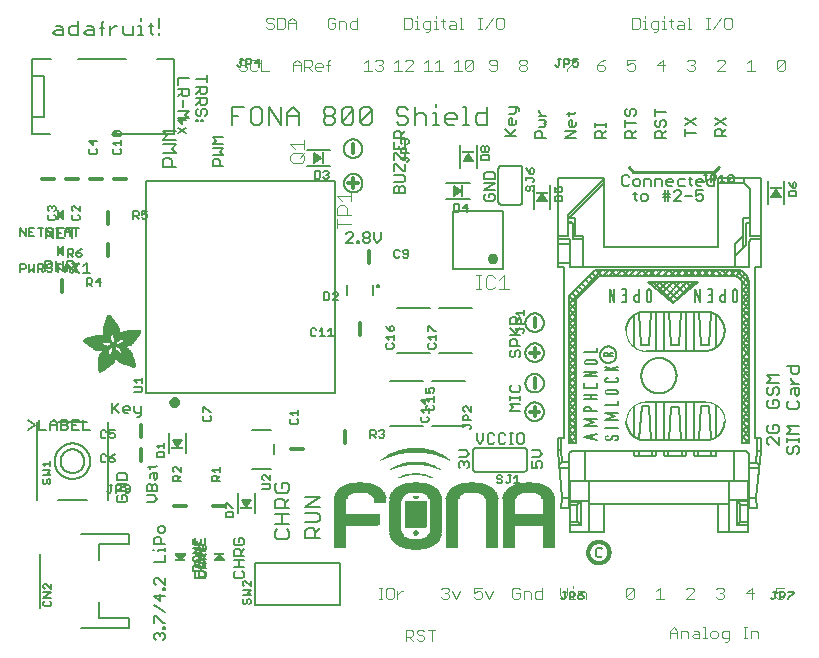
<source format=gbr>
G04 EAGLE Gerber RS-274X export*
G75*
%MOMM*%
%FSLAX34Y34*%
%LPD*%
%INSilkscreen Top*%
%IPPOS*%
%AMOC8*
5,1,8,0,0,1.08239X$1,22.5*%
G01*
%ADD10C,0.127000*%
%ADD11C,0.177800*%
%ADD12C,0.203200*%
%ADD13C,0.152400*%
%ADD14C,0.254000*%
%ADD15C,0.609600*%
%ADD16R,0.889000X0.190500*%
%ADD17C,0.304800*%
%ADD18R,1.000000X0.200000*%
%ADD19R,0.190500X0.889000*%
%ADD20C,0.101600*%
%ADD21R,0.200000X1.000000*%
%ADD22C,0.919200*%
%ADD23R,0.007600X0.068600*%
%ADD24R,0.007600X0.114300*%
%ADD25R,0.007700X0.152400*%
%ADD26R,0.007600X0.182900*%
%ADD27R,0.007600X0.205700*%
%ADD28R,0.007600X0.228600*%
%ADD29R,0.007600X0.259100*%
%ADD30R,0.007700X0.274300*%
%ADD31R,0.007600X0.289500*%
%ADD32R,0.007600X0.304800*%
%ADD33R,0.007600X0.320100*%
%ADD34R,0.007600X0.342900*%
%ADD35R,0.007700X0.350500*%
%ADD36R,0.007600X0.365800*%
%ADD37R,0.007600X0.381000*%
%ADD38R,0.007600X0.388600*%
%ADD39R,0.007600X0.403800*%
%ADD40R,0.007700X0.419100*%
%ADD41R,0.007600X0.426700*%
%ADD42R,0.007600X0.441900*%
%ADD43R,0.007600X0.449600*%
%ADD44R,0.007600X0.464800*%
%ADD45R,0.007700X0.480000*%
%ADD46R,0.007600X0.487600*%
%ADD47R,0.007600X0.495300*%
%ADD48R,0.007600X0.510500*%
%ADD49R,0.007600X0.518100*%
%ADD50R,0.007700X0.525700*%
%ADD51R,0.007600X0.541000*%
%ADD52R,0.007600X0.548600*%
%ADD53R,0.007600X0.563800*%
%ADD54R,0.007600X0.571500*%
%ADD55R,0.007700X0.579100*%
%ADD56R,0.007600X0.594300*%
%ADD57R,0.007600X0.601900*%
%ADD58R,0.007600X0.609600*%
%ADD59R,0.007600X0.624800*%
%ADD60R,0.007700X0.632400*%
%ADD61R,0.007600X0.640000*%
%ADD62R,0.007600X0.655300*%
%ADD63R,0.007600X0.662900*%
%ADD64R,0.007600X0.678100*%
%ADD65R,0.007700X0.685800*%
%ADD66R,0.007600X0.693400*%
%ADD67R,0.007600X0.708600*%
%ADD68R,0.007600X0.716200*%
%ADD69R,0.007600X0.723900*%
%ADD70R,0.007700X0.739100*%
%ADD71R,0.007600X0.746700*%
%ADD72R,0.007600X0.754300*%
%ADD73R,0.007600X0.769600*%
%ADD74R,0.007600X0.777200*%
%ADD75R,0.007700X0.792400*%
%ADD76R,0.007600X0.800100*%
%ADD77R,0.007600X0.807700*%
%ADD78R,0.007600X0.822900*%
%ADD79R,0.007600X0.830500*%
%ADD80R,0.007700X0.838200*%
%ADD81R,0.007600X0.091500*%
%ADD82R,0.007600X0.853400*%
%ADD83R,0.007600X0.144700*%
%ADD84R,0.007600X0.861000*%
%ADD85R,0.007600X0.190500*%
%ADD86R,0.007600X0.876300*%
%ADD87R,0.007600X0.221000*%
%ADD88R,0.007600X0.883900*%
%ADD89R,0.007700X0.259000*%
%ADD90R,0.007700X0.891500*%
%ADD91R,0.007600X0.289600*%
%ADD92R,0.007600X0.906700*%
%ADD93R,0.007600X0.914400*%
%ADD94R,0.007600X0.350500*%
%ADD95R,0.007600X0.922000*%
%ADD96R,0.007600X0.937200*%
%ADD97R,0.007700X0.411400*%
%ADD98R,0.007700X0.944800*%
%ADD99R,0.007600X0.434300*%
%ADD100R,0.007600X0.952500*%
%ADD101R,0.007600X0.464900*%
%ADD102R,0.007600X0.967700*%
%ADD103R,0.007600X0.975300*%
%ADD104R,0.007600X0.518200*%
%ADD105R,0.007600X0.990600*%
%ADD106R,0.007700X0.548600*%
%ADD107R,0.007700X0.998200*%
%ADD108R,0.007600X1.005800*%
%ADD109R,0.007600X0.594400*%
%ADD110R,0.007600X1.021000*%
%ADD111R,0.007600X0.617200*%
%ADD112R,0.007600X1.028700*%
%ADD113R,0.007600X0.647700*%
%ADD114R,0.007600X1.036300*%
%ADD115R,0.007700X0.670500*%
%ADD116R,0.007700X1.051500*%
%ADD117R,0.007600X1.059100*%
%ADD118R,0.007600X0.716300*%
%ADD119R,0.007600X1.066800*%
%ADD120R,0.007600X0.739100*%
%ADD121R,0.007600X1.074400*%
%ADD122R,0.007600X0.762000*%
%ADD123R,0.007600X1.089600*%
%ADD124R,0.007700X0.784800*%
%ADD125R,0.007700X1.097200*%
%ADD126R,0.007600X1.104900*%
%ADD127R,0.007600X0.830600*%
%ADD128R,0.007600X1.112500*%
%ADD129R,0.007600X0.845800*%
%ADD130R,0.007600X1.120100*%
%ADD131R,0.007600X0.868700*%
%ADD132R,0.007600X1.127700*%
%ADD133R,0.007700X1.135300*%
%ADD134R,0.007600X1.143000*%
%ADD135R,0.007600X0.944900*%
%ADD136R,0.007600X1.150600*%
%ADD137R,0.007600X0.960100*%
%ADD138R,0.007600X1.158200*%
%ADD139R,0.007600X0.983000*%
%ADD140R,0.007600X1.165800*%
%ADD141R,0.007700X1.005900*%
%ADD142R,0.007700X1.173400*%
%ADD143R,0.007600X1.021100*%
%ADD144R,0.007600X1.181100*%
%ADD145R,0.007600X1.044000*%
%ADD146R,0.007600X1.188700*%
%ADD147R,0.007600X1.196300*%
%ADD148R,0.007600X1.082000*%
%ADD149R,0.007600X1.203900*%
%ADD150R,0.007700X1.104900*%
%ADD151R,0.007700X1.211500*%
%ADD152R,0.007600X1.211500*%
%ADD153R,0.007600X1.219200*%
%ADD154R,0.007600X1.226800*%
%ADD155R,0.007600X1.234400*%
%ADD156R,0.007700X1.188700*%
%ADD157R,0.007700X1.242000*%
%ADD158R,0.007600X1.242000*%
%ADD159R,0.007600X1.211600*%
%ADD160R,0.007600X1.249600*%
%ADD161R,0.007600X1.257300*%
%ADD162R,0.007600X1.264900*%
%ADD163R,0.007700X1.242100*%
%ADD164R,0.007700X1.264900*%
%ADD165R,0.007600X1.272500*%
%ADD166R,0.007600X1.265000*%
%ADD167R,0.007600X1.280100*%
%ADD168R,0.007600X1.272600*%
%ADD169R,0.007600X1.287700*%
%ADD170R,0.007600X1.287800*%
%ADD171R,0.007700X1.295400*%
%ADD172R,0.007600X1.303000*%
%ADD173R,0.007600X1.318200*%
%ADD174R,0.007600X1.310600*%
%ADD175R,0.007600X1.325900*%
%ADD176R,0.007700X1.341100*%
%ADD177R,0.007700X1.318200*%
%ADD178R,0.007600X1.341100*%
%ADD179R,0.007600X1.325800*%
%ADD180R,0.007600X1.348700*%
%ADD181R,0.007600X1.364000*%
%ADD182R,0.007600X1.333500*%
%ADD183R,0.007700X1.371600*%
%ADD184R,0.007600X1.379200*%
%ADD185R,0.007600X1.379300*%
%ADD186R,0.007600X1.386900*%
%ADD187R,0.007600X1.394500*%
%ADD188R,0.007600X1.356300*%
%ADD189R,0.007700X1.394400*%
%ADD190R,0.007700X1.356300*%
%ADD191R,0.007600X1.402000*%
%ADD192R,0.007600X1.409700*%
%ADD193R,0.007600X1.363900*%
%ADD194R,0.007600X1.417300*%
%ADD195R,0.007600X1.371600*%
%ADD196R,0.007700X1.424900*%
%ADD197R,0.007600X1.424900*%
%ADD198R,0.007600X1.432600*%
%ADD199R,0.007600X1.440200*%
%ADD200R,0.007600X1.386800*%
%ADD201R,0.007700X1.447800*%
%ADD202R,0.007700X1.386800*%
%ADD203R,0.007600X1.447800*%
%ADD204R,0.007600X1.455500*%
%ADD205R,0.007600X1.394400*%
%ADD206R,0.007600X1.463100*%
%ADD207R,0.007700X1.455400*%
%ADD208R,0.007600X1.463000*%
%ADD209R,0.007600X1.470600*%
%ADD210R,0.007700X1.470600*%
%ADD211R,0.007700X1.409700*%
%ADD212R,0.007600X1.470700*%
%ADD213R,0.007600X1.402100*%
%ADD214R,0.007600X1.478300*%
%ADD215R,0.007700X1.478300*%
%ADD216R,0.007700X1.402100*%
%ADD217R,0.007600X1.485900*%
%ADD218R,0.007700X1.485900*%
%ADD219R,0.007700X1.493500*%
%ADD220R,0.007600X1.493500*%
%ADD221R,0.007700X1.394500*%
%ADD222R,0.007700X1.493600*%
%ADD223R,0.007700X1.386900*%
%ADD224R,0.007700X1.379200*%
%ADD225R,0.007700X2.857500*%
%ADD226R,0.007600X2.857500*%
%ADD227R,0.007600X2.849900*%
%ADD228R,0.007600X2.842300*%
%ADD229R,0.007700X2.834700*%
%ADD230R,0.007600X2.827000*%
%ADD231R,0.007600X2.819400*%
%ADD232R,0.007600X2.811800*%
%ADD233R,0.007700X2.811800*%
%ADD234R,0.007600X2.804100*%
%ADD235R,0.007600X2.796500*%
%ADD236R,0.007600X1.966000*%
%ADD237R,0.007600X1.943100*%
%ADD238R,0.007600X0.754400*%
%ADD239R,0.007700X1.927900*%
%ADD240R,0.007700X0.746700*%
%ADD241R,0.007600X1.912600*%
%ADD242R,0.007600X0.731500*%
%ADD243R,0.007600X1.905000*%
%ADD244R,0.007600X1.882200*%
%ADD245R,0.007600X1.874600*%
%ADD246R,0.007700X1.866900*%
%ADD247R,0.007700X0.708700*%
%ADD248R,0.007600X1.851600*%
%ADD249R,0.007600X0.701100*%
%ADD250R,0.007600X1.844000*%
%ADD251R,0.007600X1.836400*%
%ADD252R,0.007600X1.821200*%
%ADD253R,0.007600X0.685800*%
%ADD254R,0.007700X1.813500*%
%ADD255R,0.007600X1.805900*%
%ADD256R,0.007600X0.678200*%
%ADD257R,0.007600X1.790700*%
%ADD258R,0.007600X0.670600*%
%ADD259R,0.007600X1.775500*%
%ADD260R,0.007700X1.767900*%
%ADD261R,0.007700X0.663000*%
%ADD262R,0.007600X1.760200*%
%ADD263R,0.007600X1.752600*%
%ADD264R,0.007600X0.937300*%
%ADD265R,0.007600X0.792500*%
%ADD266R,0.007600X0.899100*%
%ADD267R,0.007700X0.883900*%
%ADD268R,0.007700X0.716300*%
%ADD269R,0.007700X0.647700*%
%ADD270R,0.007600X0.640100*%
%ADD271R,0.007600X0.632500*%
%ADD272R,0.007600X0.655400*%
%ADD273R,0.007600X0.632400*%
%ADD274R,0.007700X0.845800*%
%ADD275R,0.007700X0.617200*%
%ADD276R,0.007700X0.624800*%
%ADD277R,0.007600X0.602000*%
%ADD278R,0.007600X0.838200*%
%ADD279R,0.007600X0.586700*%
%ADD280R,0.007600X0.548700*%
%ADD281R,0.007700X0.830500*%
%ADD282R,0.007700X0.541000*%
%ADD283R,0.007700X0.594300*%
%ADD284R,0.007600X0.525800*%
%ADD285R,0.007600X0.586800*%
%ADD286R,0.007600X0.815300*%
%ADD287R,0.007600X0.579200*%
%ADD288R,0.007600X0.815400*%
%ADD289R,0.007700X0.815400*%
%ADD290R,0.007700X0.571500*%
%ADD291R,0.007600X0.807800*%
%ADD292R,0.007600X0.563900*%
%ADD293R,0.007600X0.457200*%
%ADD294R,0.007600X0.442000*%
%ADD295R,0.007600X0.556300*%
%ADD296R,0.007700X0.807700*%
%ADD297R,0.007600X0.411500*%
%ADD298R,0.007600X0.533400*%
%ADD299R,0.007600X0.076200*%
%ADD300R,0.007600X0.403900*%
%ADD301R,0.007600X0.525700*%
%ADD302R,0.007600X0.388700*%
%ADD303R,0.007600X0.297200*%
%ADD304R,0.007700X0.373400*%
%ADD305R,0.007700X0.503000*%
%ADD306R,0.007700X0.426800*%
%ADD307R,0.007600X0.358100*%
%ADD308R,0.007600X0.502900*%
%ADD309R,0.007600X0.472400*%
%ADD310R,0.007600X0.487700*%
%ADD311R,0.007600X0.335300*%
%ADD312R,0.007700X0.792500*%
%ADD313R,0.007700X0.327600*%
%ADD314R,0.007700X0.472400*%
%ADD315R,0.007700X0.640000*%
%ADD316R,0.007600X0.784800*%
%ADD317R,0.007600X0.320000*%
%ADD318R,0.007600X0.792400*%
%ADD319R,0.007600X1.173400*%
%ADD320R,0.007600X1.196400*%
%ADD321R,0.007600X0.784900*%
%ADD322R,0.007700X0.784900*%
%ADD323R,0.007700X0.297200*%
%ADD324R,0.007600X1.249700*%
%ADD325R,0.007600X0.281900*%
%ADD326R,0.007600X1.295400*%
%ADD327R,0.007600X0.266700*%
%ADD328R,0.007700X0.777300*%
%ADD329R,0.007700X0.266700*%
%ADD330R,0.007700X1.333500*%
%ADD331R,0.007600X0.777300*%
%ADD332R,0.007600X1.348800*%
%ADD333R,0.007600X0.251500*%
%ADD334R,0.007700X0.243900*%
%ADD335R,0.007600X0.243900*%
%ADD336R,0.007600X1.440100*%
%ADD337R,0.007600X0.236200*%
%ADD338R,0.007700X0.762000*%
%ADD339R,0.007700X0.236200*%
%ADD340R,0.007700X1.508700*%
%ADD341R,0.007600X1.531600*%
%ADD342R,0.007600X1.546900*%
%ADD343R,0.007600X1.569700*%
%ADD344R,0.007600X1.585000*%
%ADD345R,0.007700X0.746800*%
%ADD346R,0.007700X1.607800*%
%ADD347R,0.007600X0.243800*%
%ADD348R,0.007600X1.630700*%
%ADD349R,0.007600X1.653500*%
%ADD350R,0.007600X0.739200*%
%ADD351R,0.007600X1.684000*%
%ADD352R,0.007600X2.019300*%
%ADD353R,0.007700X0.731500*%
%ADD354R,0.007700X2.026900*%
%ADD355R,0.007600X2.049800*%
%ADD356R,0.007600X2.057400*%
%ADD357R,0.007600X0.708700*%
%ADD358R,0.007600X2.072600*%
%ADD359R,0.007600X0.701000*%
%ADD360R,0.007600X2.095500*%
%ADD361R,0.007700X0.693500*%
%ADD362R,0.007700X2.110800*%
%ADD363R,0.007600X2.141200*%
%ADD364R,0.007600X0.060900*%
%ADD365R,0.007600X2.872700*%
%ADD366R,0.007600X3.124200*%
%ADD367R,0.007600X3.177600*%
%ADD368R,0.007700X3.215600*%
%ADD369R,0.007600X3.253700*%
%ADD370R,0.007600X3.284300*%
%ADD371R,0.007600X3.314700*%
%ADD372R,0.007600X3.352800*%
%ADD373R,0.007700X3.375600*%
%ADD374R,0.007600X3.406200*%
%ADD375R,0.007600X3.429000*%
%ADD376R,0.007600X3.451800*%
%ADD377R,0.007600X3.482400*%
%ADD378R,0.007700X1.828800*%
%ADD379R,0.007700X1.539300*%
%ADD380R,0.007600X1.767900*%
%ADD381R,0.007600X1.767800*%
%ADD382R,0.007700X1.760200*%
%ADD383R,0.007600X1.760300*%
%ADD384R,0.007700X1.775400*%
%ADD385R,0.007700X1.379300*%
%ADD386R,0.007600X1.783000*%
%ADD387R,0.007600X1.813500*%
%ADD388R,0.007700X1.821100*%
%ADD389R,0.007600X0.503000*%
%ADD390R,0.007600X1.135400*%
%ADD391R,0.007700X1.127700*%
%ADD392R,0.007700X0.487700*%
%ADD393R,0.007600X1.120200*%
%ADD394R,0.007600X1.097300*%
%ADD395R,0.007600X0.510600*%
%ADD396R,0.007700X1.074400*%
%ADD397R,0.007700X0.525800*%
%ADD398R,0.007700X1.440200*%
%ADD399R,0.007600X1.059200*%
%ADD400R,0.007600X1.051600*%
%ADD401R,0.007600X1.051500*%
%ADD402R,0.007700X1.043900*%
%ADD403R,0.007700X0.602000*%
%ADD404R,0.007600X1.524000*%
%ADD405R,0.007600X1.539300*%
%ADD406R,0.007600X1.592600*%
%ADD407R,0.007700X1.021100*%
%ADD408R,0.007700X1.615400*%
%ADD409R,0.007600X1.013400*%
%ADD410R,0.007600X1.653600*%
%ADD411R,0.007600X1.013500*%
%ADD412R,0.007600X1.699300*%
%ADD413R,0.007600X2.743200*%
%ADD414R,0.007600X1.005900*%
%ADD415R,0.007600X2.415500*%
%ADD416R,0.007700X1.005800*%
%ADD417R,0.007700X0.281900*%
%ADD418R,0.007700X2.408000*%
%ADD419R,0.007600X2.407900*%
%ADD420R,0.007600X0.998200*%
%ADD421R,0.007600X0.282000*%
%ADD422R,0.007600X0.998300*%
%ADD423R,0.007600X2.400300*%
%ADD424R,0.007700X0.289500*%
%ADD425R,0.007700X2.400300*%
%ADD426R,0.007600X0.297100*%
%ADD427R,0.007600X0.312400*%
%ADD428R,0.007600X2.392700*%
%ADD429R,0.007700X0.990600*%
%ADD430R,0.007700X0.327700*%
%ADD431R,0.007700X2.392700*%
%ADD432R,0.007600X2.385100*%
%ADD433R,0.007700X0.381000*%
%ADD434R,0.007700X2.377400*%
%ADD435R,0.007600X2.377400*%
%ADD436R,0.007600X2.369800*%
%ADD437R,0.007600X0.419100*%
%ADD438R,0.007600X2.362200*%
%ADD439R,0.007600X0.426800*%
%ADD440R,0.007700X1.036300*%
%ADD441R,0.007700X0.442000*%
%ADD442R,0.007700X2.354600*%
%ADD443R,0.007600X2.354600*%
%ADD444R,0.007600X0.480100*%
%ADD445R,0.007600X2.347000*%
%ADD446R,0.007600X1.074500*%
%ADD447R,0.007600X2.339400*%
%ADD448R,0.007700X1.082100*%
%ADD449R,0.007700X0.548700*%
%ADD450R,0.007700X2.331800*%
%ADD451R,0.007600X2.331800*%
%ADD452R,0.007600X0.624900*%
%ADD453R,0.007600X2.324100*%
%ADD454R,0.007600X1.859300*%
%ADD455R,0.007600X2.308800*%
%ADD456R,0.007700X2.301200*%
%ADD457R,0.007600X2.301200*%
%ADD458R,0.007600X2.293600*%
%ADD459R,0.007600X2.278400*%
%ADD460R,0.007600X1.889800*%
%ADD461R,0.007600X2.270700*%
%ADD462R,0.007700X1.897400*%
%ADD463R,0.007700X2.255500*%
%ADD464R,0.007600X1.897400*%
%ADD465R,0.007600X2.247900*%
%ADD466R,0.007600X2.232600*%
%ADD467R,0.007600X1.912700*%
%ADD468R,0.007600X2.209800*%
%ADD469R,0.007600X1.920300*%
%ADD470R,0.007600X2.186900*%
%ADD471R,0.007700X1.920300*%
%ADD472R,0.007700X2.171700*%
%ADD473R,0.007600X1.935500*%
%ADD474R,0.007600X2.148800*%
%ADD475R,0.007600X2.126000*%
%ADD476R,0.007600X1.950700*%
%ADD477R,0.007700X1.958400*%
%ADD478R,0.007700X2.042200*%
%ADD479R,0.007600X1.973600*%
%ADD480R,0.007600X1.996500*%
%ADD481R,0.007600X1.981200*%
%ADD482R,0.007600X1.988800*%
%ADD483R,0.007700X1.996400*%
%ADD484R,0.007600X1.996400*%
%ADD485R,0.007600X2.004100*%
%ADD486R,0.007600X1.874500*%
%ADD487R,0.007600X1.425000*%
%ADD488R,0.007600X2.026900*%
%ADD489R,0.007700X0.434400*%
%ADD490R,0.007700X1.364000*%
%ADD491R,0.007600X2.034500*%
%ADD492R,0.007600X0.434400*%
%ADD493R,0.007600X2.049700*%
%ADD494R,0.007700X2.065000*%
%ADD495R,0.007700X0.464800*%
%ADD496R,0.007700X1.196300*%
%ADD497R,0.007600X2.080300*%
%ADD498R,0.007600X1.158300*%
%ADD499R,0.007600X2.087900*%
%ADD500R,0.007600X0.472500*%
%ADD501R,0.007600X2.103100*%
%ADD502R,0.007600X2.118400*%
%ADD503R,0.007600X2.133600*%
%ADD504R,0.007700X2.148800*%
%ADD505R,0.007600X2.164000*%
%ADD506R,0.007600X2.171700*%
%ADD507R,0.007600X2.187000*%
%ADD508R,0.007600X0.556200*%
%ADD509R,0.007700X2.202200*%
%ADD510R,0.007700X0.556200*%
%ADD511R,0.007700X0.640100*%
%ADD512R,0.007600X0.579100*%
%ADD513R,0.007600X0.480000*%
%ADD514R,0.007700X1.752600*%
%ADD515R,0.007700X0.487600*%
%ADD516R,0.007700X0.594400*%
%ADD517R,0.007700X0.358100*%
%ADD518R,0.007600X0.099000*%
%ADD519R,0.007600X1.280200*%
%ADD520R,0.007600X1.745000*%
%ADD521R,0.007600X1.744900*%
%ADD522R,0.007700X1.737300*%
%ADD523R,0.007600X1.737400*%
%ADD524R,0.007600X1.729800*%
%ADD525R,0.007600X1.722200*%
%ADD526R,0.007600X1.722100*%
%ADD527R,0.007700X1.714500*%
%ADD528R,0.007700X1.356400*%
%ADD529R,0.007600X1.706900*%
%ADD530R,0.007600X1.356400*%
%ADD531R,0.007600X1.691700*%
%ADD532R,0.007700X1.668800*%
%ADD533R,0.007600X1.645900*%
%ADD534R,0.007600X1.623100*%
%ADD535R,0.007600X1.577400*%
%ADD536R,0.007600X1.554400*%
%ADD537R,0.007600X1.539200*%
%ADD538R,0.007700X1.524000*%
%ADD539R,0.007600X1.501100*%
%ADD540R,0.007600X1.455400*%
%ADD541R,0.007700X1.348800*%
%ADD542R,0.007600X1.318300*%
%ADD543R,0.007700X1.310600*%
%ADD544R,0.007700X1.287800*%
%ADD545R,0.007600X1.234500*%
%ADD546R,0.007600X1.226900*%
%ADD547R,0.007700X1.173500*%
%ADD548R,0.007600X1.173500*%
%ADD549R,0.007600X1.165900*%
%ADD550R,0.007700X1.143000*%
%ADD551R,0.007600X1.127800*%
%ADD552R,0.007600X1.097200*%
%ADD553R,0.007700X1.028700*%
%ADD554R,0.007600X0.982900*%
%ADD555R,0.007700X0.952500*%
%ADD556R,0.007600X0.929600*%
%ADD557R,0.007700X0.906800*%
%ADD558R,0.007600X0.906800*%
%ADD559R,0.007600X0.899200*%
%ADD560R,0.007600X0.884000*%
%ADD561R,0.007700X0.876300*%
%ADD562R,0.007700X0.830600*%
%ADD563R,0.007700X0.754400*%
%ADD564R,0.007600X0.746800*%
%ADD565R,0.007700X0.708600*%
%ADD566R,0.007700X0.678200*%
%ADD567R,0.007600X0.663000*%
%ADD568R,0.007700X0.632500*%
%ADD569R,0.007700X0.556300*%
%ADD570R,0.007700X0.518200*%
%ADD571R,0.007700X0.434300*%
%ADD572R,0.007700X0.396300*%
%ADD573R,0.007600X0.373300*%
%ADD574R,0.007600X0.365700*%
%ADD575R,0.007600X0.327700*%
%ADD576R,0.007700X0.304800*%
%ADD577R,0.007600X0.274300*%
%ADD578R,0.007700X0.243800*%
%ADD579R,0.007600X0.205800*%
%ADD580R,0.007600X0.152400*%
%ADD581R,0.007700X0.121900*%
%ADD582R,0.914400X0.025400*%
%ADD583R,1.320800X0.025400*%
%ADD584R,1.574800X0.025400*%
%ADD585R,1.803400X0.025400*%
%ADD586R,0.889000X0.025400*%
%ADD587R,1.981200X0.025400*%
%ADD588R,0.990600X0.025400*%
%ADD589R,2.159000X0.025400*%
%ADD590R,1.041400X0.025400*%
%ADD591R,2.311400X0.025400*%
%ADD592R,1.066800X0.025400*%
%ADD593R,2.438400X0.025400*%
%ADD594R,2.590800X0.025400*%
%ADD595R,2.692400X0.025400*%
%ADD596R,2.794000X0.025400*%
%ADD597R,2.895600X0.025400*%
%ADD598R,2.997200X0.025400*%
%ADD599R,3.048000X0.025400*%
%ADD600R,3.149600X0.025400*%
%ADD601R,3.225800X0.025400*%
%ADD602R,3.302000X0.025400*%
%ADD603R,3.352800X0.025400*%
%ADD604R,3.429000X0.025400*%
%ADD605R,3.505200X0.025400*%
%ADD606R,3.556000X0.025400*%
%ADD607R,3.606800X0.025400*%
%ADD608R,3.657600X0.025400*%
%ADD609R,3.708400X0.025400*%
%ADD610R,3.759200X0.025400*%
%ADD611R,3.810000X0.025400*%
%ADD612R,3.835400X0.025400*%
%ADD613R,3.860800X0.025400*%
%ADD614R,3.911600X0.025400*%
%ADD615R,3.962400X0.025400*%
%ADD616R,3.987800X0.025400*%
%ADD617R,4.013200X0.025400*%
%ADD618R,1.676400X0.025400*%
%ADD619R,1.651000X0.025400*%
%ADD620R,1.524000X0.025400*%
%ADD621R,1.549400X0.025400*%
%ADD622R,1.447800X0.025400*%
%ADD623R,1.371600X0.025400*%
%ADD624R,1.397000X0.025400*%
%ADD625R,1.346200X0.025400*%
%ADD626R,1.295400X0.025400*%
%ADD627R,1.270000X0.025400*%
%ADD628R,1.244600X0.025400*%
%ADD629R,1.219200X0.025400*%
%ADD630R,1.193800X0.025400*%
%ADD631R,1.168400X0.025400*%
%ADD632R,1.143000X0.025400*%
%ADD633R,0.101600X0.025400*%
%ADD634R,0.254000X0.025400*%
%ADD635R,0.304800X0.025400*%
%ADD636R,1.117600X0.025400*%
%ADD637R,0.355600X0.025400*%
%ADD638R,0.406400X0.025400*%
%ADD639R,1.092200X0.025400*%
%ADD640R,0.457200X0.025400*%
%ADD641R,0.381000X0.025400*%
%ADD642R,0.228600X0.025400*%
%ADD643R,1.778000X0.025400*%
%ADD644R,1.828800X0.025400*%
%ADD645R,1.854200X0.025400*%
%ADD646R,3.784600X0.025400*%
%ADD647R,4.470400X0.025400*%
%ADD648R,3.886200X0.025400*%
%ADD649R,3.937000X0.025400*%
%ADD650R,1.727200X0.025400*%
%ADD651R,0.431800X0.025400*%
%ADD652R,1.422400X0.025400*%
%ADD653R,1.498600X0.025400*%
%ADD654R,1.600200X0.025400*%
%ADD655R,1.625600X0.025400*%
%ADD656R,3.733800X0.025400*%
%ADD657R,3.683000X0.025400*%
%ADD658R,3.632200X0.025400*%
%ADD659R,3.454400X0.025400*%
%ADD660R,3.378200X0.025400*%
%ADD661R,3.327400X0.025400*%
%ADD662R,3.251200X0.025400*%
%ADD663R,3.175000X0.025400*%
%ADD664R,3.098800X0.025400*%
%ADD665R,3.022600X0.025400*%
%ADD666R,2.921000X0.025400*%
%ADD667R,2.819400X0.025400*%
%ADD668R,2.717800X0.025400*%
%ADD669R,2.616200X0.025400*%
%ADD670R,2.489200X0.025400*%
%ADD671R,2.362200X0.025400*%
%ADD672R,2.336800X0.025400*%
%ADD673R,2.209800X0.025400*%
%ADD674R,2.184400X0.025400*%
%ADD675R,2.057400X0.025400*%
%ADD676R,2.032000X0.025400*%
%ADD677R,1.879600X0.025400*%
%ADD678R,0.482600X0.025400*%
%ADD679R,0.050800X0.025400*%
%ADD680R,0.025400X0.025400*%
%ADD681R,0.076200X0.025400*%
%ADD682R,0.152400X0.025400*%
%ADD683R,0.127000X0.025400*%
%ADD684R,0.177800X0.025400*%
%ADD685R,0.203200X0.025400*%
%ADD686R,0.330200X0.025400*%
%ADD687R,0.609600X0.025400*%
%ADD688R,0.711200X0.025400*%
%ADD689R,0.279400X0.025400*%
%ADD690R,0.508000X0.025400*%
%ADD691R,0.533400X0.025400*%
%ADD692R,0.558800X0.025400*%
%ADD693R,0.635000X0.025400*%
%ADD694R,0.736600X0.025400*%
%ADD695R,2.565400X0.025400*%
%ADD696R,2.286000X0.025400*%
%ADD697R,2.082800X0.025400*%
%ADD698R,1.930400X0.025400*%
%ADD699R,1.473200X0.025400*%
%ADD700R,0.812800X0.025400*%
%ADD701R,0.685800X0.025400*%
%ADD702R,0.762000X0.025400*%
%ADD703R,0.838200X0.025400*%
%ADD704R,1.016000X0.025400*%
%ADD705R,3.403600X0.025400*%
%ADD706R,3.276600X0.025400*%
%ADD707R,2.844800X0.025400*%
%ADD708R,2.667000X0.025400*%
%ADD709C,0.076200*%

G36*
X27962Y358652D02*
X27962Y358652D01*
X27979Y358650D01*
X28082Y358672D01*
X28187Y358690D01*
X28202Y358698D01*
X28220Y358702D01*
X28310Y358756D01*
X28404Y358806D01*
X28416Y358819D01*
X28431Y358828D01*
X28500Y358908D01*
X28572Y358985D01*
X28579Y359002D01*
X28591Y359015D01*
X28630Y359113D01*
X28674Y359209D01*
X28676Y359227D01*
X28683Y359243D01*
X28701Y359410D01*
X28701Y367030D01*
X28699Y367047D01*
X28700Y367062D01*
X28700Y367065D01*
X28679Y367169D01*
X28662Y367273D01*
X28653Y367288D01*
X28650Y367306D01*
X28596Y367397D01*
X28546Y367490D01*
X28534Y367502D01*
X28525Y367518D01*
X28445Y367587D01*
X28368Y367660D01*
X28352Y367667D01*
X28338Y367679D01*
X28241Y367719D01*
X28145Y367763D01*
X28127Y367765D01*
X28111Y367772D01*
X28005Y367779D01*
X27901Y367790D01*
X27883Y367786D01*
X27865Y367788D01*
X27763Y367760D01*
X27690Y367744D01*
X27687Y367744D01*
X27660Y367738D01*
X27645Y367729D01*
X27628Y367724D01*
X27483Y367639D01*
X22403Y363829D01*
X22400Y363826D01*
X22397Y363824D01*
X22315Y363737D01*
X22233Y363652D01*
X22231Y363648D01*
X22228Y363645D01*
X22178Y363536D01*
X22128Y363429D01*
X22128Y363425D01*
X22126Y363421D01*
X22113Y363303D01*
X22100Y363185D01*
X22100Y363181D01*
X22100Y363176D01*
X22126Y363060D01*
X22151Y362944D01*
X22153Y362940D01*
X22154Y362936D01*
X22215Y362834D01*
X22276Y362732D01*
X22279Y362729D01*
X22281Y362726D01*
X22403Y362611D01*
X27483Y358801D01*
X27499Y358793D01*
X27512Y358781D01*
X27608Y358736D01*
X27701Y358687D01*
X27719Y358684D01*
X27735Y358677D01*
X27840Y358665D01*
X27944Y358649D01*
X27962Y358652D01*
G37*
G36*
X27962Y328172D02*
X27962Y328172D01*
X27979Y328170D01*
X28082Y328192D01*
X28187Y328210D01*
X28202Y328218D01*
X28220Y328222D01*
X28310Y328276D01*
X28404Y328326D01*
X28416Y328339D01*
X28431Y328348D01*
X28500Y328428D01*
X28572Y328505D01*
X28579Y328522D01*
X28591Y328535D01*
X28630Y328633D01*
X28674Y328729D01*
X28676Y328747D01*
X28683Y328763D01*
X28701Y328930D01*
X28701Y336550D01*
X28699Y336567D01*
X28700Y336582D01*
X28700Y336585D01*
X28679Y336689D01*
X28662Y336793D01*
X28653Y336808D01*
X28650Y336826D01*
X28596Y336917D01*
X28546Y337010D01*
X28534Y337022D01*
X28525Y337038D01*
X28445Y337107D01*
X28368Y337180D01*
X28352Y337187D01*
X28338Y337199D01*
X28241Y337239D01*
X28145Y337283D01*
X28127Y337285D01*
X28111Y337292D01*
X28005Y337299D01*
X27901Y337310D01*
X27883Y337306D01*
X27865Y337308D01*
X27763Y337280D01*
X27690Y337264D01*
X27687Y337264D01*
X27660Y337258D01*
X27645Y337249D01*
X27628Y337244D01*
X27483Y337159D01*
X22403Y333349D01*
X22400Y333346D01*
X22397Y333344D01*
X22315Y333257D01*
X22233Y333172D01*
X22231Y333168D01*
X22228Y333165D01*
X22178Y333056D01*
X22128Y332949D01*
X22128Y332945D01*
X22126Y332941D01*
X22113Y332823D01*
X22100Y332705D01*
X22100Y332701D01*
X22100Y332696D01*
X22126Y332580D01*
X22151Y332464D01*
X22153Y332460D01*
X22154Y332456D01*
X22215Y332354D01*
X22276Y332252D01*
X22279Y332249D01*
X22281Y332246D01*
X22403Y332131D01*
X27483Y328321D01*
X27499Y328313D01*
X27512Y328301D01*
X27608Y328256D01*
X27701Y328207D01*
X27719Y328204D01*
X27735Y328197D01*
X27840Y328185D01*
X27944Y328169D01*
X27962Y328172D01*
G37*
G36*
X127039Y70360D02*
X127039Y70360D01*
X127044Y70360D01*
X127160Y70386D01*
X127276Y70411D01*
X127280Y70413D01*
X127284Y70414D01*
X127386Y70475D01*
X127488Y70536D01*
X127491Y70539D01*
X127494Y70541D01*
X127609Y70663D01*
X131419Y75743D01*
X131427Y75759D01*
X131440Y75772D01*
X131484Y75868D01*
X131533Y75961D01*
X131536Y75979D01*
X131543Y75995D01*
X131555Y76100D01*
X131571Y76204D01*
X131568Y76222D01*
X131570Y76239D01*
X131548Y76342D01*
X131530Y76447D01*
X131522Y76462D01*
X131518Y76480D01*
X131464Y76570D01*
X131414Y76664D01*
X131401Y76676D01*
X131392Y76691D01*
X131312Y76760D01*
X131235Y76832D01*
X131218Y76839D01*
X131205Y76851D01*
X131107Y76890D01*
X131011Y76934D01*
X130993Y76936D01*
X130977Y76943D01*
X130810Y76961D01*
X123190Y76961D01*
X123172Y76958D01*
X123155Y76960D01*
X123051Y76939D01*
X122947Y76922D01*
X122932Y76913D01*
X122914Y76910D01*
X122823Y76856D01*
X122730Y76806D01*
X122718Y76794D01*
X122702Y76785D01*
X122633Y76705D01*
X122561Y76628D01*
X122553Y76612D01*
X122541Y76598D01*
X122501Y76501D01*
X122457Y76405D01*
X122455Y76387D01*
X122448Y76371D01*
X122441Y76265D01*
X122430Y76161D01*
X122434Y76143D01*
X122432Y76125D01*
X122460Y76023D01*
X122482Y75920D01*
X122491Y75905D01*
X122496Y75888D01*
X122581Y75743D01*
X126391Y70663D01*
X126394Y70660D01*
X126396Y70657D01*
X126483Y70575D01*
X126568Y70493D01*
X126572Y70491D01*
X126575Y70488D01*
X126684Y70438D01*
X126791Y70388D01*
X126795Y70388D01*
X126799Y70386D01*
X126917Y70373D01*
X127035Y70360D01*
X127039Y70360D01*
G37*
G36*
X163848Y70362D02*
X163848Y70362D01*
X163865Y70360D01*
X163969Y70381D01*
X164073Y70399D01*
X164088Y70407D01*
X164106Y70411D01*
X164197Y70464D01*
X164290Y70514D01*
X164302Y70526D01*
X164318Y70536D01*
X164387Y70615D01*
X164460Y70692D01*
X164467Y70708D01*
X164479Y70722D01*
X164519Y70819D01*
X164563Y70915D01*
X164565Y70933D01*
X164572Y70949D01*
X164579Y71055D01*
X164590Y71159D01*
X164586Y71177D01*
X164588Y71195D01*
X164560Y71297D01*
X164538Y71400D01*
X164529Y71415D01*
X164524Y71432D01*
X164439Y71577D01*
X160629Y76657D01*
X160626Y76660D01*
X160624Y76664D01*
X160537Y76745D01*
X160452Y76827D01*
X160448Y76829D01*
X160445Y76832D01*
X160336Y76882D01*
X160229Y76932D01*
X160225Y76932D01*
X160221Y76934D01*
X160103Y76947D01*
X159985Y76960D01*
X159981Y76960D01*
X159976Y76960D01*
X159860Y76934D01*
X159744Y76910D01*
X159740Y76907D01*
X159736Y76906D01*
X159634Y76845D01*
X159532Y76785D01*
X159529Y76781D01*
X159526Y76779D01*
X159411Y76657D01*
X155601Y71577D01*
X155593Y71561D01*
X155581Y71548D01*
X155536Y71452D01*
X155487Y71359D01*
X155484Y71341D01*
X155477Y71325D01*
X155465Y71220D01*
X155449Y71116D01*
X155452Y71098D01*
X155450Y71081D01*
X155472Y70978D01*
X155490Y70873D01*
X155498Y70858D01*
X155502Y70840D01*
X155556Y70750D01*
X155606Y70657D01*
X155619Y70644D01*
X155628Y70629D01*
X155708Y70560D01*
X155785Y70488D01*
X155802Y70481D01*
X155815Y70469D01*
X155913Y70430D01*
X156009Y70386D01*
X156027Y70384D01*
X156043Y70377D01*
X156210Y70359D01*
X163830Y70359D01*
X163848Y70362D01*
G37*
G36*
X372911Y409745D02*
X372911Y409745D01*
X372983Y409745D01*
X373051Y409765D01*
X373122Y409775D01*
X373187Y409804D01*
X373256Y409824D01*
X373316Y409862D01*
X373381Y409891D01*
X373436Y409937D01*
X373496Y409975D01*
X373544Y410029D01*
X373598Y410075D01*
X373638Y410134D01*
X373685Y410188D01*
X373716Y410252D01*
X373756Y410311D01*
X373777Y410380D01*
X373808Y410444D01*
X373820Y410514D01*
X373841Y410582D01*
X373843Y410654D01*
X373855Y410725D01*
X373847Y410795D01*
X373849Y410866D01*
X373830Y410936D01*
X373822Y411007D01*
X373797Y411062D01*
X373777Y411141D01*
X373716Y411244D01*
X373685Y411313D01*
X371685Y414313D01*
X371608Y414400D01*
X371535Y414490D01*
X371513Y414505D01*
X371495Y414525D01*
X371398Y414587D01*
X371303Y414654D01*
X371277Y414662D01*
X371255Y414677D01*
X371144Y414709D01*
X371034Y414747D01*
X371007Y414748D01*
X370982Y414755D01*
X370866Y414755D01*
X370750Y414761D01*
X370724Y414755D01*
X370697Y414755D01*
X370586Y414723D01*
X370473Y414697D01*
X370450Y414684D01*
X370424Y414676D01*
X370326Y414614D01*
X370225Y414558D01*
X370209Y414540D01*
X370184Y414525D01*
X369999Y414317D01*
X369995Y414313D01*
X367995Y411313D01*
X367964Y411249D01*
X367925Y411189D01*
X367903Y411121D01*
X367872Y411057D01*
X367860Y410986D01*
X367839Y410918D01*
X367837Y410847D01*
X367825Y410777D01*
X367833Y410705D01*
X367831Y410634D01*
X367849Y410565D01*
X367858Y410494D01*
X367885Y410428D01*
X367903Y410359D01*
X367940Y410298D01*
X367967Y410232D01*
X368012Y410176D01*
X368049Y410114D01*
X368100Y410065D01*
X368145Y410010D01*
X368204Y409969D01*
X368256Y409920D01*
X368319Y409887D01*
X368377Y409846D01*
X368445Y409823D01*
X368509Y409790D01*
X368568Y409780D01*
X368646Y409753D01*
X368765Y409747D01*
X368840Y409735D01*
X372840Y409735D01*
X372911Y409745D01*
G37*
G36*
X241885Y408473D02*
X241885Y408473D01*
X241956Y408471D01*
X242026Y408490D01*
X242097Y408498D01*
X242152Y408523D01*
X242231Y408543D01*
X242334Y408604D01*
X242403Y408635D01*
X245403Y410635D01*
X245490Y410712D01*
X245580Y410785D01*
X245595Y410807D01*
X245615Y410825D01*
X245677Y410922D01*
X245744Y411017D01*
X245752Y411043D01*
X245767Y411065D01*
X245799Y411176D01*
X245837Y411286D01*
X245838Y411313D01*
X245845Y411338D01*
X245845Y411454D01*
X245851Y411570D01*
X245845Y411596D01*
X245845Y411623D01*
X245813Y411734D01*
X245787Y411847D01*
X245774Y411870D01*
X245766Y411896D01*
X245704Y411994D01*
X245648Y412095D01*
X245630Y412111D01*
X245615Y412136D01*
X245407Y412321D01*
X245403Y412325D01*
X242403Y414325D01*
X242339Y414356D01*
X242279Y414396D01*
X242211Y414417D01*
X242147Y414448D01*
X242076Y414460D01*
X242008Y414481D01*
X241937Y414483D01*
X241867Y414495D01*
X241795Y414487D01*
X241724Y414489D01*
X241655Y414471D01*
X241584Y414462D01*
X241518Y414435D01*
X241449Y414417D01*
X241388Y414380D01*
X241322Y414353D01*
X241266Y414308D01*
X241204Y414272D01*
X241155Y414220D01*
X241100Y414175D01*
X241059Y414117D01*
X241010Y414064D01*
X240977Y414001D01*
X240936Y413943D01*
X240913Y413875D01*
X240880Y413811D01*
X240870Y413752D01*
X240843Y413674D01*
X240837Y413555D01*
X240825Y413480D01*
X240825Y409480D01*
X240835Y409409D01*
X240835Y409337D01*
X240855Y409269D01*
X240865Y409199D01*
X240894Y409133D01*
X240914Y409064D01*
X240952Y409004D01*
X240981Y408939D01*
X241027Y408884D01*
X241065Y408824D01*
X241119Y408776D01*
X241165Y408722D01*
X241224Y408682D01*
X241278Y408635D01*
X241342Y408604D01*
X241401Y408565D01*
X241470Y408543D01*
X241534Y408512D01*
X241604Y408500D01*
X241672Y408479D01*
X241744Y408477D01*
X241815Y408465D01*
X241885Y408473D01*
G37*
G36*
X359995Y380533D02*
X359995Y380533D01*
X360066Y380531D01*
X360136Y380550D01*
X360207Y380558D01*
X360262Y380583D01*
X360341Y380603D01*
X360444Y380664D01*
X360513Y380695D01*
X363513Y382695D01*
X363600Y382772D01*
X363690Y382845D01*
X363705Y382867D01*
X363725Y382885D01*
X363787Y382982D01*
X363854Y383077D01*
X363862Y383103D01*
X363877Y383125D01*
X363909Y383236D01*
X363947Y383346D01*
X363948Y383373D01*
X363955Y383398D01*
X363955Y383514D01*
X363961Y383630D01*
X363955Y383656D01*
X363955Y383683D01*
X363923Y383794D01*
X363897Y383907D01*
X363884Y383930D01*
X363876Y383956D01*
X363814Y384054D01*
X363758Y384155D01*
X363740Y384171D01*
X363725Y384196D01*
X363517Y384381D01*
X363513Y384385D01*
X360513Y386385D01*
X360449Y386416D01*
X360389Y386456D01*
X360321Y386477D01*
X360257Y386508D01*
X360186Y386520D01*
X360118Y386541D01*
X360047Y386543D01*
X359977Y386555D01*
X359905Y386547D01*
X359834Y386549D01*
X359765Y386531D01*
X359694Y386522D01*
X359628Y386495D01*
X359559Y386477D01*
X359498Y386440D01*
X359432Y386413D01*
X359376Y386368D01*
X359314Y386332D01*
X359265Y386280D01*
X359210Y386235D01*
X359169Y386177D01*
X359120Y386124D01*
X359087Y386061D01*
X359046Y386003D01*
X359023Y385935D01*
X358990Y385871D01*
X358980Y385812D01*
X358953Y385734D01*
X358947Y385615D01*
X358935Y385540D01*
X358935Y381540D01*
X358945Y381469D01*
X358945Y381397D01*
X358965Y381329D01*
X358975Y381259D01*
X359004Y381193D01*
X359024Y381124D01*
X359062Y381064D01*
X359091Y380999D01*
X359137Y380944D01*
X359175Y380884D01*
X359229Y380836D01*
X359275Y380782D01*
X359334Y380742D01*
X359388Y380695D01*
X359452Y380664D01*
X359511Y380625D01*
X359580Y380603D01*
X359644Y380572D01*
X359714Y380560D01*
X359782Y380539D01*
X359854Y380537D01*
X359925Y380525D01*
X359995Y380533D01*
G37*
G36*
X633261Y379265D02*
X633261Y379265D01*
X633333Y379265D01*
X633401Y379285D01*
X633472Y379295D01*
X633537Y379324D01*
X633606Y379344D01*
X633666Y379382D01*
X633731Y379411D01*
X633786Y379457D01*
X633846Y379495D01*
X633894Y379549D01*
X633948Y379595D01*
X633988Y379654D01*
X634035Y379708D01*
X634066Y379772D01*
X634106Y379831D01*
X634127Y379900D01*
X634158Y379964D01*
X634170Y380034D01*
X634191Y380102D01*
X634193Y380174D01*
X634205Y380245D01*
X634197Y380315D01*
X634199Y380386D01*
X634180Y380456D01*
X634172Y380527D01*
X634147Y380582D01*
X634127Y380661D01*
X634066Y380764D01*
X634035Y380833D01*
X632035Y383833D01*
X631958Y383920D01*
X631885Y384010D01*
X631863Y384025D01*
X631845Y384045D01*
X631748Y384107D01*
X631653Y384174D01*
X631627Y384182D01*
X631605Y384197D01*
X631494Y384229D01*
X631384Y384267D01*
X631357Y384268D01*
X631332Y384275D01*
X631216Y384275D01*
X631100Y384281D01*
X631074Y384275D01*
X631047Y384275D01*
X630936Y384243D01*
X630823Y384217D01*
X630800Y384204D01*
X630774Y384196D01*
X630676Y384134D01*
X630575Y384078D01*
X630559Y384060D01*
X630534Y384045D01*
X630349Y383837D01*
X630345Y383833D01*
X628345Y380833D01*
X628314Y380769D01*
X628275Y380709D01*
X628253Y380641D01*
X628222Y380577D01*
X628210Y380506D01*
X628189Y380438D01*
X628187Y380367D01*
X628175Y380297D01*
X628183Y380225D01*
X628181Y380154D01*
X628199Y380085D01*
X628208Y380014D01*
X628235Y379948D01*
X628253Y379879D01*
X628290Y379818D01*
X628317Y379752D01*
X628362Y379696D01*
X628399Y379634D01*
X628450Y379585D01*
X628495Y379530D01*
X628554Y379489D01*
X628606Y379440D01*
X628669Y379407D01*
X628727Y379366D01*
X628795Y379343D01*
X628859Y379310D01*
X628918Y379300D01*
X628996Y379273D01*
X629115Y379267D01*
X629190Y379255D01*
X633190Y379255D01*
X633261Y379265D01*
G37*
G36*
X435141Y375455D02*
X435141Y375455D01*
X435213Y375455D01*
X435281Y375475D01*
X435352Y375485D01*
X435417Y375514D01*
X435486Y375534D01*
X435546Y375572D01*
X435611Y375601D01*
X435666Y375647D01*
X435726Y375685D01*
X435774Y375739D01*
X435828Y375785D01*
X435868Y375844D01*
X435915Y375898D01*
X435946Y375962D01*
X435986Y376021D01*
X436007Y376090D01*
X436038Y376154D01*
X436050Y376224D01*
X436071Y376292D01*
X436073Y376364D01*
X436085Y376435D01*
X436077Y376505D01*
X436079Y376576D01*
X436060Y376646D01*
X436052Y376717D01*
X436027Y376772D01*
X436007Y376851D01*
X435946Y376954D01*
X435915Y377023D01*
X433915Y380023D01*
X433838Y380110D01*
X433765Y380200D01*
X433743Y380215D01*
X433725Y380235D01*
X433628Y380297D01*
X433533Y380364D01*
X433507Y380372D01*
X433485Y380387D01*
X433374Y380419D01*
X433264Y380457D01*
X433237Y380458D01*
X433212Y380465D01*
X433096Y380465D01*
X432980Y380471D01*
X432954Y380465D01*
X432927Y380465D01*
X432816Y380433D01*
X432703Y380407D01*
X432680Y380394D01*
X432654Y380386D01*
X432556Y380324D01*
X432455Y380268D01*
X432439Y380250D01*
X432414Y380235D01*
X432229Y380027D01*
X432225Y380023D01*
X430225Y377023D01*
X430194Y376959D01*
X430155Y376899D01*
X430133Y376831D01*
X430102Y376767D01*
X430090Y376696D01*
X430069Y376628D01*
X430067Y376557D01*
X430055Y376487D01*
X430063Y376415D01*
X430061Y376344D01*
X430079Y376275D01*
X430088Y376204D01*
X430115Y376138D01*
X430133Y376069D01*
X430170Y376008D01*
X430197Y375942D01*
X430242Y375886D01*
X430279Y375824D01*
X430330Y375775D01*
X430375Y375720D01*
X430434Y375679D01*
X430486Y375630D01*
X430549Y375597D01*
X430607Y375556D01*
X430675Y375533D01*
X430739Y375500D01*
X430798Y375490D01*
X430876Y375463D01*
X430995Y375457D01*
X431070Y375445D01*
X435070Y375445D01*
X435141Y375455D01*
G37*
G36*
X124576Y168175D02*
X124576Y168175D01*
X124603Y168175D01*
X124714Y168207D01*
X124827Y168233D01*
X124850Y168246D01*
X124876Y168254D01*
X124974Y168316D01*
X125075Y168372D01*
X125091Y168390D01*
X125116Y168405D01*
X125301Y168613D01*
X125305Y168617D01*
X127305Y171617D01*
X127336Y171681D01*
X127376Y171741D01*
X127397Y171809D01*
X127428Y171873D01*
X127440Y171944D01*
X127461Y172012D01*
X127463Y172083D01*
X127475Y172154D01*
X127467Y172225D01*
X127469Y172296D01*
X127451Y172365D01*
X127442Y172436D01*
X127415Y172502D01*
X127397Y172571D01*
X127360Y172632D01*
X127333Y172698D01*
X127288Y172754D01*
X127252Y172816D01*
X127200Y172865D01*
X127155Y172920D01*
X127097Y172961D01*
X127044Y173010D01*
X126981Y173043D01*
X126923Y173084D01*
X126855Y173107D01*
X126791Y173140D01*
X126732Y173150D01*
X126654Y173177D01*
X126535Y173183D01*
X126460Y173195D01*
X122460Y173195D01*
X122389Y173185D01*
X122317Y173185D01*
X122249Y173165D01*
X122179Y173155D01*
X122113Y173126D01*
X122044Y173106D01*
X121984Y173068D01*
X121919Y173039D01*
X121864Y172993D01*
X121804Y172955D01*
X121756Y172902D01*
X121702Y172856D01*
X121662Y172796D01*
X121615Y172742D01*
X121584Y172678D01*
X121545Y172619D01*
X121523Y172551D01*
X121492Y172486D01*
X121480Y172416D01*
X121459Y172348D01*
X121457Y172276D01*
X121445Y172206D01*
X121453Y172135D01*
X121451Y172064D01*
X121470Y171994D01*
X121478Y171923D01*
X121503Y171868D01*
X121523Y171789D01*
X121584Y171686D01*
X121615Y171617D01*
X123615Y168617D01*
X123692Y168530D01*
X123765Y168440D01*
X123787Y168425D01*
X123805Y168405D01*
X123902Y168343D01*
X123997Y168276D01*
X124023Y168268D01*
X124045Y168253D01*
X124156Y168221D01*
X124266Y168183D01*
X124293Y168182D01*
X124318Y168175D01*
X124434Y168175D01*
X124550Y168169D01*
X124576Y168175D01*
G37*
G36*
X182996Y117375D02*
X182996Y117375D01*
X183023Y117375D01*
X183134Y117407D01*
X183247Y117433D01*
X183270Y117446D01*
X183296Y117454D01*
X183394Y117516D01*
X183495Y117572D01*
X183511Y117590D01*
X183536Y117605D01*
X183721Y117813D01*
X183725Y117817D01*
X185725Y120817D01*
X185756Y120881D01*
X185796Y120941D01*
X185817Y121009D01*
X185848Y121073D01*
X185860Y121144D01*
X185881Y121212D01*
X185883Y121283D01*
X185895Y121354D01*
X185887Y121425D01*
X185889Y121496D01*
X185871Y121565D01*
X185862Y121636D01*
X185835Y121702D01*
X185817Y121771D01*
X185780Y121832D01*
X185753Y121898D01*
X185708Y121954D01*
X185672Y122016D01*
X185620Y122065D01*
X185575Y122120D01*
X185517Y122161D01*
X185464Y122210D01*
X185401Y122243D01*
X185343Y122284D01*
X185275Y122307D01*
X185211Y122340D01*
X185152Y122350D01*
X185074Y122377D01*
X184955Y122383D01*
X184880Y122395D01*
X180880Y122395D01*
X180809Y122385D01*
X180737Y122385D01*
X180669Y122365D01*
X180599Y122355D01*
X180533Y122326D01*
X180464Y122306D01*
X180404Y122268D01*
X180339Y122239D01*
X180284Y122193D01*
X180224Y122155D01*
X180176Y122102D01*
X180122Y122056D01*
X180082Y121996D01*
X180035Y121942D01*
X180004Y121878D01*
X179965Y121819D01*
X179943Y121751D01*
X179912Y121686D01*
X179900Y121616D01*
X179879Y121548D01*
X179877Y121476D01*
X179865Y121406D01*
X179873Y121335D01*
X179871Y121264D01*
X179890Y121194D01*
X179898Y121123D01*
X179923Y121068D01*
X179943Y120989D01*
X180004Y120886D01*
X180035Y120817D01*
X182035Y117817D01*
X182112Y117730D01*
X182185Y117640D01*
X182207Y117625D01*
X182225Y117605D01*
X182322Y117543D01*
X182417Y117476D01*
X182443Y117468D01*
X182465Y117453D01*
X182576Y117421D01*
X182686Y117383D01*
X182713Y117382D01*
X182738Y117375D01*
X182854Y117375D01*
X182970Y117369D01*
X182996Y117375D01*
G37*
D10*
X98417Y120015D02*
X104349Y120015D01*
X107315Y122981D01*
X104349Y125947D01*
X98417Y125947D01*
X98417Y129370D02*
X107315Y129370D01*
X98417Y129370D02*
X98417Y133819D01*
X99900Y135302D01*
X101383Y135302D01*
X102866Y133819D01*
X104349Y135302D01*
X105832Y135302D01*
X107315Y133819D01*
X107315Y129370D01*
X102866Y129370D02*
X102866Y133819D01*
X101383Y140208D02*
X101383Y143174D01*
X102866Y144657D01*
X107315Y144657D01*
X107315Y140208D01*
X105832Y138725D01*
X104349Y140208D01*
X104349Y144657D01*
X105832Y149563D02*
X99900Y149563D01*
X105832Y149563D02*
X107315Y151046D01*
X101383Y151046D02*
X101383Y148081D01*
X74500Y125947D02*
X73017Y124464D01*
X73017Y121498D01*
X74500Y120015D01*
X80432Y120015D01*
X81915Y121498D01*
X81915Y124464D01*
X80432Y125947D01*
X77466Y125947D01*
X77466Y122981D01*
X81915Y129370D02*
X73017Y129370D01*
X81915Y135302D01*
X73017Y135302D01*
X73017Y138725D02*
X81915Y138725D01*
X81915Y143174D01*
X80432Y144657D01*
X74500Y144657D01*
X73017Y143174D01*
X73017Y138725D01*
X405967Y247183D02*
X407450Y248666D01*
X405967Y247183D02*
X405967Y244218D01*
X407450Y242735D01*
X408933Y242735D01*
X410416Y244218D01*
X410416Y247183D01*
X411899Y248666D01*
X413382Y248666D01*
X414865Y247183D01*
X414865Y244218D01*
X413382Y242735D01*
X414865Y252090D02*
X405967Y252090D01*
X405967Y256539D01*
X407450Y258022D01*
X410416Y258022D01*
X411899Y256539D01*
X411899Y252090D01*
X414865Y261445D02*
X405967Y261445D01*
X411899Y261445D02*
X405967Y267377D01*
X410416Y262928D02*
X414865Y267377D01*
X414865Y270800D02*
X405967Y270800D01*
X405967Y275249D01*
X407450Y276732D01*
X410416Y276732D01*
X411899Y275249D01*
X411899Y270800D01*
X411899Y273766D02*
X414865Y276732D01*
X452747Y428625D02*
X461645Y428625D01*
X461645Y434557D02*
X452747Y428625D01*
X452747Y434557D02*
X461645Y434557D01*
X461645Y439463D02*
X461645Y442429D01*
X461645Y439463D02*
X460162Y437980D01*
X457196Y437980D01*
X455713Y439463D01*
X455713Y442429D01*
X457196Y443912D01*
X458679Y443912D01*
X458679Y437980D01*
X460162Y448818D02*
X454230Y448818D01*
X460162Y448818D02*
X461645Y450301D01*
X455713Y450301D02*
X455713Y447335D01*
X528947Y428625D02*
X537845Y428625D01*
X528947Y428625D02*
X528947Y433074D01*
X530430Y434557D01*
X533396Y434557D01*
X534879Y433074D01*
X534879Y428625D01*
X534879Y431591D02*
X537845Y434557D01*
X528947Y442429D02*
X530430Y443912D01*
X528947Y442429D02*
X528947Y439463D01*
X530430Y437980D01*
X531913Y437980D01*
X533396Y439463D01*
X533396Y442429D01*
X534879Y443912D01*
X536362Y443912D01*
X537845Y442429D01*
X537845Y439463D01*
X536362Y437980D01*
X537845Y450301D02*
X528947Y450301D01*
X528947Y447335D02*
X528947Y453267D01*
X436245Y428625D02*
X427347Y428625D01*
X427347Y433074D01*
X428830Y434557D01*
X431796Y434557D01*
X433279Y433074D01*
X433279Y428625D01*
X434762Y437980D02*
X430313Y437980D01*
X434762Y437980D02*
X436245Y439463D01*
X434762Y440946D01*
X436245Y442429D01*
X434762Y443912D01*
X430313Y443912D01*
X430313Y447335D02*
X436245Y447335D01*
X433279Y447335D02*
X430313Y450301D01*
X430313Y451784D01*
X410845Y429895D02*
X401947Y429895D01*
X407879Y429895D02*
X401947Y435827D01*
X406396Y431378D02*
X410845Y435827D01*
X410845Y440733D02*
X410845Y443699D01*
X410845Y440733D02*
X409362Y439250D01*
X406396Y439250D01*
X404913Y440733D01*
X404913Y443699D01*
X406396Y445182D01*
X407879Y445182D01*
X407879Y439250D01*
X409362Y448605D02*
X404913Y448605D01*
X409362Y448605D02*
X410845Y450088D01*
X410845Y454537D01*
X412328Y454537D02*
X404913Y454537D01*
X412328Y454537D02*
X413811Y453054D01*
X413811Y451571D01*
X478147Y428625D02*
X487045Y428625D01*
X478147Y428625D02*
X478147Y433074D01*
X479630Y434557D01*
X482596Y434557D01*
X484079Y433074D01*
X484079Y428625D01*
X484079Y431591D02*
X487045Y434557D01*
X487045Y437980D02*
X487045Y440946D01*
X487045Y439463D02*
X478147Y439463D01*
X478147Y437980D02*
X478147Y440946D01*
X554347Y432861D02*
X563245Y432861D01*
X554347Y429895D02*
X554347Y435827D01*
X554347Y439250D02*
X563245Y445182D01*
X563245Y439250D02*
X554347Y445182D01*
X579747Y429895D02*
X588645Y429895D01*
X579747Y429895D02*
X579747Y434344D01*
X581230Y435827D01*
X584196Y435827D01*
X585679Y434344D01*
X585679Y429895D01*
X585679Y432861D02*
X588645Y435827D01*
X588645Y445182D02*
X579747Y439250D01*
X579747Y445182D02*
X588645Y439250D01*
X68975Y204353D02*
X68975Y195455D01*
X68975Y198421D02*
X74907Y204353D01*
X70458Y199904D02*
X74907Y195455D01*
X79813Y195455D02*
X82779Y195455D01*
X79813Y195455D02*
X78330Y196938D01*
X78330Y199904D01*
X79813Y201387D01*
X82779Y201387D01*
X84262Y199904D01*
X84262Y198421D01*
X78330Y198421D01*
X87685Y196938D02*
X87685Y201387D01*
X87685Y196938D02*
X89168Y195455D01*
X93617Y195455D01*
X93617Y193972D02*
X93617Y201387D01*
X93617Y193972D02*
X92134Y192489D01*
X90651Y192489D01*
X13272Y343535D02*
X13272Y352433D01*
X19204Y343535D01*
X19204Y352433D01*
X22627Y352433D02*
X28559Y352433D01*
X22627Y352433D02*
X22627Y343535D01*
X28559Y343535D01*
X25593Y347984D02*
X22627Y347984D01*
X34948Y343535D02*
X34948Y352433D01*
X31983Y352433D02*
X37914Y352433D01*
X12002Y324493D02*
X12002Y315595D01*
X12002Y324493D02*
X16451Y324493D01*
X17934Y323010D01*
X17934Y320044D01*
X16451Y318561D01*
X12002Y318561D01*
X21357Y315595D02*
X21357Y324493D01*
X24323Y318561D02*
X21357Y315595D01*
X24323Y318561D02*
X27289Y315595D01*
X27289Y324493D01*
X30713Y324493D02*
X30713Y315595D01*
X30713Y324493D02*
X35161Y324493D01*
X36644Y323010D01*
X36644Y320044D01*
X35161Y318561D01*
X30713Y318561D01*
X33678Y318561D02*
X36644Y315595D01*
X154297Y404495D02*
X163195Y404495D01*
X154297Y404495D02*
X154297Y408944D01*
X155780Y410427D01*
X158746Y410427D01*
X160229Y408944D01*
X160229Y404495D01*
X163195Y413850D02*
X154297Y413850D01*
X160229Y416816D02*
X163195Y413850D01*
X160229Y416816D02*
X163195Y419782D01*
X154297Y419782D01*
X154297Y423205D02*
X163195Y423205D01*
X157263Y426171D02*
X154297Y423205D01*
X157263Y426171D02*
X154297Y429137D01*
X163195Y429137D01*
X267473Y339725D02*
X273405Y339725D01*
X267473Y339725D02*
X273405Y345657D01*
X273405Y347140D01*
X271922Y348623D01*
X268956Y348623D01*
X267473Y347140D01*
X276829Y341208D02*
X276829Y339725D01*
X276829Y341208D02*
X278312Y341208D01*
X278312Y339725D01*
X276829Y339725D01*
X281506Y347140D02*
X282989Y348623D01*
X285955Y348623D01*
X287438Y347140D01*
X287438Y345657D01*
X285955Y344174D01*
X287438Y342691D01*
X287438Y341208D01*
X285955Y339725D01*
X282989Y339725D01*
X281506Y341208D01*
X281506Y342691D01*
X282989Y344174D01*
X281506Y345657D01*
X281506Y347140D01*
X282989Y344174D02*
X285955Y344174D01*
X290861Y342691D02*
X290861Y348623D01*
X290861Y342691D02*
X293827Y339725D01*
X296793Y342691D01*
X296793Y348623D01*
X307967Y381509D02*
X316865Y381509D01*
X307967Y381509D02*
X307967Y385958D01*
X309450Y387441D01*
X310933Y387441D01*
X312416Y385958D01*
X313899Y387441D01*
X315382Y387441D01*
X316865Y385958D01*
X316865Y381509D01*
X312416Y381509D02*
X312416Y385958D01*
X315382Y390865D02*
X307967Y390865D01*
X315382Y390865D02*
X316865Y392348D01*
X316865Y395313D01*
X315382Y396796D01*
X307967Y396796D01*
X307967Y400220D02*
X307967Y406152D01*
X309450Y406152D01*
X315382Y400220D01*
X316865Y400220D01*
X316865Y406152D01*
X307967Y409575D02*
X307967Y415507D01*
X309450Y415507D01*
X315382Y409575D01*
X316865Y409575D01*
X316865Y415507D01*
X307967Y418930D02*
X307967Y424862D01*
X307967Y418930D02*
X316865Y418930D01*
X316865Y424862D01*
X312416Y421896D02*
X312416Y418930D01*
X316865Y428285D02*
X307967Y428285D01*
X307967Y432734D01*
X309450Y434217D01*
X312416Y434217D01*
X313899Y432734D01*
X313899Y428285D01*
X313899Y431251D02*
X316865Y434217D01*
X105037Y5074D02*
X106520Y3591D01*
X105037Y5074D02*
X105037Y8039D01*
X106520Y9522D01*
X108003Y9522D01*
X109486Y8039D01*
X109486Y6556D01*
X109486Y8039D02*
X110969Y9522D01*
X112452Y9522D01*
X113935Y8039D01*
X113935Y5074D01*
X112452Y3591D01*
X112452Y12946D02*
X113935Y12946D01*
X112452Y12946D02*
X112452Y14429D01*
X113935Y14429D01*
X113935Y12946D01*
X105037Y17623D02*
X105037Y23555D01*
X106520Y23555D01*
X112452Y17623D01*
X113935Y17623D01*
X113935Y26979D02*
X105037Y32910D01*
X105037Y40783D02*
X113935Y40783D01*
X109486Y36334D02*
X105037Y40783D01*
X109486Y42266D02*
X109486Y36334D01*
X112452Y45689D02*
X113935Y45689D01*
X112452Y45689D02*
X112452Y47172D01*
X113935Y47172D01*
X113935Y45689D01*
X113935Y50367D02*
X113935Y56298D01*
X113935Y50367D02*
X108003Y56298D01*
X106520Y56298D01*
X105037Y54815D01*
X105037Y51849D01*
X106520Y50367D01*
X105037Y69077D02*
X113935Y69077D01*
X113935Y75009D01*
X108003Y78432D02*
X108003Y79915D01*
X113935Y79915D01*
X113935Y78432D02*
X113935Y81398D01*
X105037Y79915D02*
X103554Y79915D01*
X105037Y84669D02*
X113935Y84669D01*
X105037Y84669D02*
X105037Y89118D01*
X106520Y90601D01*
X109486Y90601D01*
X110969Y89118D01*
X110969Y84669D01*
X113935Y95507D02*
X113935Y98473D01*
X112452Y99956D01*
X109486Y99956D01*
X108003Y98473D01*
X108003Y95507D01*
X109486Y94024D01*
X112452Y94024D01*
X113935Y95507D01*
X633898Y168481D02*
X633898Y175260D01*
X633898Y168481D02*
X627118Y175260D01*
X625424Y175260D01*
X623729Y173566D01*
X623729Y170176D01*
X625424Y168481D01*
X623729Y184090D02*
X625424Y185785D01*
X623729Y184090D02*
X623729Y180701D01*
X625424Y179006D01*
X632203Y179006D01*
X633898Y180701D01*
X633898Y184090D01*
X632203Y185785D01*
X628813Y185785D01*
X628813Y182395D01*
X623729Y205139D02*
X625424Y206834D01*
X623729Y205139D02*
X623729Y201750D01*
X625424Y200055D01*
X632203Y200055D01*
X633898Y201750D01*
X633898Y205139D01*
X632203Y206834D01*
X628813Y206834D01*
X628813Y203445D01*
X623729Y215664D02*
X625424Y217359D01*
X623729Y215664D02*
X623729Y212274D01*
X625424Y210580D01*
X627118Y210580D01*
X628813Y212274D01*
X628813Y215664D01*
X630508Y217359D01*
X632203Y217359D01*
X633898Y215664D01*
X633898Y212274D01*
X632203Y210580D01*
X633898Y221104D02*
X623729Y221104D01*
X627118Y224494D01*
X623729Y227883D01*
X633898Y227883D01*
X642569Y167367D02*
X640874Y165672D01*
X640874Y162283D01*
X642569Y160588D01*
X644263Y160588D01*
X645958Y162283D01*
X645958Y165672D01*
X647653Y167367D01*
X649348Y167367D01*
X651043Y165672D01*
X651043Y162283D01*
X649348Y160588D01*
X651043Y171112D02*
X651043Y174502D01*
X651043Y172807D02*
X640874Y172807D01*
X640874Y171112D02*
X640874Y174502D01*
X640874Y178129D02*
X651043Y178129D01*
X644263Y181518D02*
X640874Y178129D01*
X644263Y181518D02*
X640874Y184908D01*
X651043Y184908D01*
X640874Y204262D02*
X642569Y205957D01*
X640874Y204262D02*
X640874Y200873D01*
X642569Y199178D01*
X649348Y199178D01*
X651043Y200873D01*
X651043Y204262D01*
X649348Y205957D01*
X644263Y211397D02*
X644263Y214787D01*
X645958Y216482D01*
X651043Y216482D01*
X651043Y211397D01*
X649348Y209703D01*
X647653Y211397D01*
X647653Y216482D01*
X651043Y220227D02*
X644263Y220227D01*
X647653Y220227D02*
X644263Y223617D01*
X644263Y225311D01*
X640874Y235777D02*
X651043Y235777D01*
X651043Y230692D01*
X649348Y228998D01*
X645958Y228998D01*
X644263Y230692D01*
X644263Y235777D01*
X149233Y478458D02*
X140335Y478458D01*
X149233Y481424D02*
X149233Y475492D01*
X149233Y472069D02*
X140335Y472069D01*
X149233Y472069D02*
X149233Y467620D01*
X147750Y466137D01*
X144784Y466137D01*
X143301Y467620D01*
X143301Y472069D01*
X143301Y469103D02*
X140335Y466137D01*
X140335Y462714D02*
X149233Y462714D01*
X149233Y458265D01*
X147750Y456782D01*
X144784Y456782D01*
X143301Y458265D01*
X143301Y462714D01*
X143301Y459748D02*
X140335Y456782D01*
X149233Y448910D02*
X147750Y447427D01*
X149233Y448910D02*
X149233Y451876D01*
X147750Y453359D01*
X146267Y453359D01*
X144784Y451876D01*
X144784Y448910D01*
X143301Y447427D01*
X141818Y447427D01*
X140335Y448910D01*
X140335Y451876D01*
X141818Y453359D01*
X146267Y444003D02*
X146267Y442521D01*
X144784Y442521D01*
X144784Y444003D01*
X146267Y444003D01*
X141818Y444003D02*
X141818Y442521D01*
X140335Y442521D01*
X140335Y444003D01*
X141818Y444003D01*
X133993Y479085D02*
X125095Y479085D01*
X125095Y473154D01*
X125095Y469730D02*
X133993Y469730D01*
X133993Y465281D01*
X132510Y463799D01*
X129544Y463799D01*
X128061Y465281D01*
X128061Y469730D01*
X128061Y466764D02*
X125095Y463799D01*
X129544Y460375D02*
X129544Y454443D01*
X125095Y451020D02*
X133993Y451020D01*
X131027Y448054D01*
X133993Y445088D01*
X125095Y445088D01*
D11*
X25467Y523693D02*
X21315Y523693D01*
X25467Y523693D02*
X27543Y521617D01*
X27543Y515389D01*
X21315Y515389D01*
X19239Y517465D01*
X21315Y519541D01*
X27543Y519541D01*
X40641Y515389D02*
X40641Y527846D01*
X40641Y515389D02*
X34412Y515389D01*
X32336Y517465D01*
X32336Y521617D01*
X34412Y523693D01*
X40641Y523693D01*
X47510Y523693D02*
X51662Y523693D01*
X53738Y521617D01*
X53738Y515389D01*
X47510Y515389D01*
X45434Y517465D01*
X47510Y519541D01*
X53738Y519541D01*
X60607Y515389D02*
X60607Y525770D01*
X62683Y527846D01*
X62683Y521617D02*
X58531Y521617D01*
X67262Y523693D02*
X67262Y515389D01*
X67262Y519541D02*
X71414Y523693D01*
X73491Y523693D01*
X78177Y523693D02*
X78177Y517465D01*
X80253Y515389D01*
X86481Y515389D01*
X86481Y523693D01*
X91274Y523693D02*
X93350Y523693D01*
X93350Y515389D01*
X91274Y515389D02*
X95426Y515389D01*
X93350Y527846D02*
X93350Y529922D01*
X102081Y525770D02*
X102081Y517465D01*
X104158Y515389D01*
X104158Y523693D02*
X100005Y523693D01*
X108737Y517465D02*
X108737Y515389D01*
X108737Y521617D02*
X108737Y529922D01*
D10*
X405967Y197711D02*
X414865Y197711D01*
X408933Y200677D02*
X405967Y197711D01*
X408933Y200677D02*
X405967Y203643D01*
X414865Y203643D01*
X414865Y207067D02*
X414865Y210032D01*
X414865Y208550D02*
X405967Y208550D01*
X405967Y210032D02*
X405967Y207067D01*
X405967Y217752D02*
X407450Y219235D01*
X405967Y217752D02*
X405967Y214786D01*
X407450Y213303D01*
X413382Y213303D01*
X414865Y214786D01*
X414865Y217752D01*
X413382Y219235D01*
X173560Y61516D02*
X172077Y60033D01*
X172077Y57068D01*
X173560Y55585D01*
X179492Y55585D01*
X180975Y57068D01*
X180975Y60033D01*
X179492Y61516D01*
X180975Y64940D02*
X172077Y64940D01*
X176526Y64940D02*
X176526Y70872D01*
X172077Y70872D02*
X180975Y70872D01*
X180975Y74295D02*
X172077Y74295D01*
X172077Y78744D01*
X173560Y80227D01*
X176526Y80227D01*
X178009Y78744D01*
X178009Y74295D01*
X178009Y77261D02*
X180975Y80227D01*
X172077Y88099D02*
X173560Y89582D01*
X172077Y88099D02*
X172077Y85133D01*
X173560Y83650D01*
X179492Y83650D01*
X180975Y85133D01*
X180975Y88099D01*
X179492Y89582D01*
X176526Y89582D01*
X176526Y86616D01*
X147955Y55585D02*
X139057Y55585D01*
X147955Y55585D02*
X147955Y60033D01*
X146472Y61516D01*
X140540Y61516D01*
X139057Y60033D01*
X139057Y55585D01*
X139057Y66423D02*
X139057Y69389D01*
X139057Y66423D02*
X140540Y64940D01*
X146472Y64940D01*
X147955Y66423D01*
X147955Y69389D01*
X146472Y70872D01*
X140540Y70872D01*
X139057Y69389D01*
X139057Y74295D02*
X147955Y74295D01*
X147955Y80227D02*
X139057Y74295D01*
X139057Y80227D02*
X147955Y80227D01*
X139057Y83650D02*
X139057Y89582D01*
X139057Y83650D02*
X147955Y83650D01*
X147955Y89582D01*
X143506Y86616D02*
X143506Y83650D01*
D12*
X232894Y89916D02*
X245096Y89916D01*
X232894Y89916D02*
X232894Y96017D01*
X234927Y98051D01*
X238995Y98051D01*
X241029Y96017D01*
X241029Y89916D01*
X241029Y93983D02*
X245096Y98051D01*
X243062Y103013D02*
X232894Y103013D01*
X243062Y103013D02*
X245096Y105047D01*
X245096Y109114D01*
X243062Y111148D01*
X232894Y111148D01*
X232894Y116111D02*
X245096Y116111D01*
X245096Y124245D02*
X232894Y116111D01*
X232894Y124245D02*
X245096Y124245D01*
X209127Y97051D02*
X207094Y95017D01*
X207094Y90950D01*
X209127Y88916D01*
X217262Y88916D01*
X219296Y90950D01*
X219296Y95017D01*
X217262Y97051D01*
X219296Y102013D02*
X207094Y102013D01*
X213195Y102013D02*
X213195Y110148D01*
X207094Y110148D02*
X219296Y110148D01*
X219296Y115111D02*
X207094Y115111D01*
X207094Y121212D01*
X209127Y123245D01*
X213195Y123245D01*
X215229Y121212D01*
X215229Y115111D01*
X215229Y119178D02*
X219296Y123245D01*
X207094Y134309D02*
X209127Y136343D01*
X207094Y134309D02*
X207094Y130241D01*
X209127Y128208D01*
X217262Y128208D01*
X219296Y130241D01*
X219296Y134309D01*
X217262Y136343D01*
X213195Y136343D01*
X213195Y132275D01*
D10*
X503547Y428625D02*
X512445Y428625D01*
X503547Y428625D02*
X503547Y433074D01*
X505030Y434557D01*
X507996Y434557D01*
X509479Y433074D01*
X509479Y428625D01*
X509479Y431591D02*
X512445Y434557D01*
X512445Y440946D02*
X503547Y440946D01*
X503547Y437980D02*
X503547Y443912D01*
X503547Y451784D02*
X505030Y453267D01*
X503547Y451784D02*
X503547Y448818D01*
X505030Y447335D01*
X506513Y447335D01*
X507996Y448818D01*
X507996Y451784D01*
X509479Y453267D01*
X510962Y453267D01*
X512445Y451784D01*
X512445Y448818D01*
X510962Y447335D01*
D13*
X362705Y150327D02*
X364145Y148887D01*
X362705Y150327D02*
X362705Y153209D01*
X364145Y154649D01*
X365586Y154649D01*
X367026Y153209D01*
X367026Y151768D01*
X367026Y153209D02*
X368467Y154649D01*
X369907Y154649D01*
X371348Y153209D01*
X371348Y150327D01*
X369907Y148887D01*
X368467Y158242D02*
X362705Y158242D01*
X368467Y158242D02*
X371348Y161123D01*
X368467Y164004D01*
X362705Y164004D01*
X424935Y154649D02*
X424935Y148887D01*
X429256Y148887D01*
X427816Y151768D01*
X427816Y153209D01*
X429256Y154649D01*
X432137Y154649D01*
X433578Y153209D01*
X433578Y150327D01*
X432137Y148887D01*
X430697Y158242D02*
X424935Y158242D01*
X430697Y158242D02*
X433578Y161123D01*
X430697Y164004D01*
X424935Y164004D01*
X377713Y172553D02*
X377713Y178315D01*
X377713Y172553D02*
X380594Y169672D01*
X383475Y172553D01*
X383475Y178315D01*
X391390Y178315D02*
X392831Y176875D01*
X391390Y178315D02*
X388509Y178315D01*
X387068Y176875D01*
X387068Y171113D01*
X388509Y169672D01*
X391390Y169672D01*
X392831Y171113D01*
X400745Y178315D02*
X402186Y176875D01*
X400745Y178315D02*
X397864Y178315D01*
X396424Y176875D01*
X396424Y171113D01*
X397864Y169672D01*
X400745Y169672D01*
X402186Y171113D01*
X405779Y169672D02*
X408660Y169672D01*
X407219Y169672D02*
X407219Y178315D01*
X405779Y178315D02*
X408660Y178315D01*
X413456Y178315D02*
X416337Y178315D01*
X413456Y178315D02*
X412016Y176875D01*
X412016Y171113D01*
X413456Y169672D01*
X416337Y169672D01*
X417778Y171113D01*
X417778Y176875D01*
X416337Y178315D01*
D10*
X507048Y395400D02*
X505565Y396883D01*
X502599Y396883D01*
X501116Y395400D01*
X501116Y389468D01*
X502599Y387985D01*
X505565Y387985D01*
X507048Y389468D01*
X511954Y387985D02*
X514920Y387985D01*
X516403Y389468D01*
X516403Y392434D01*
X514920Y393917D01*
X511954Y393917D01*
X510471Y392434D01*
X510471Y389468D01*
X511954Y387985D01*
X519826Y387985D02*
X519826Y393917D01*
X524275Y393917D01*
X525758Y392434D01*
X525758Y387985D01*
X529181Y387985D02*
X529181Y393917D01*
X533630Y393917D01*
X535113Y392434D01*
X535113Y387985D01*
X540020Y387985D02*
X542985Y387985D01*
X540020Y387985D02*
X538537Y389468D01*
X538537Y392434D01*
X540020Y393917D01*
X542985Y393917D01*
X544468Y392434D01*
X544468Y390951D01*
X538537Y390951D01*
X549375Y393917D02*
X553824Y393917D01*
X549375Y393917D02*
X547892Y392434D01*
X547892Y389468D01*
X549375Y387985D01*
X553824Y387985D01*
X558730Y389468D02*
X558730Y395400D01*
X558730Y389468D02*
X560213Y387985D01*
X560213Y393917D02*
X557247Y393917D01*
X564967Y387985D02*
X567933Y387985D01*
X564967Y387985D02*
X563484Y389468D01*
X563484Y392434D01*
X564967Y393917D01*
X567933Y393917D01*
X569415Y392434D01*
X569415Y390951D01*
X563484Y390951D01*
X578771Y387985D02*
X578771Y396883D01*
X578771Y387985D02*
X574322Y387985D01*
X572839Y389468D01*
X572839Y392434D01*
X574322Y393917D01*
X578771Y393917D01*
X511954Y382700D02*
X511954Y376768D01*
X513437Y375285D01*
X513437Y381217D02*
X510471Y381217D01*
X518191Y375285D02*
X521157Y375285D01*
X522640Y376768D01*
X522640Y379734D01*
X521157Y381217D01*
X518191Y381217D01*
X516708Y379734D01*
X516708Y376768D01*
X518191Y375285D01*
X536901Y375285D02*
X536901Y384183D01*
X539867Y384183D02*
X539867Y375285D01*
X539867Y381217D02*
X535418Y381217D01*
X539867Y381217D02*
X541350Y381217D01*
X541350Y378251D02*
X535418Y378251D01*
X544773Y375285D02*
X550705Y375285D01*
X544773Y375285D02*
X550705Y381217D01*
X550705Y382700D01*
X549222Y384183D01*
X546256Y384183D01*
X544773Y382700D01*
X554129Y379734D02*
X560060Y379734D01*
X563484Y384183D02*
X569415Y384183D01*
X563484Y384183D02*
X563484Y379734D01*
X566450Y381217D01*
X567933Y381217D01*
X569415Y379734D01*
X569415Y376768D01*
X567933Y375285D01*
X564967Y375285D01*
X563484Y376768D01*
D14*
X510540Y400050D02*
X506730Y403860D01*
X510540Y400050D02*
X579120Y400050D01*
X582930Y403860D01*
D10*
X385650Y381154D02*
X384167Y379671D01*
X384167Y376705D01*
X385650Y375222D01*
X391582Y375222D01*
X393065Y376705D01*
X393065Y379671D01*
X391582Y381154D01*
X388616Y381154D01*
X388616Y378188D01*
X393065Y384577D02*
X384167Y384577D01*
X393065Y390509D01*
X384167Y390509D01*
X384167Y393933D02*
X393065Y393933D01*
X393065Y398381D01*
X391582Y399864D01*
X385650Y399864D01*
X384167Y398381D01*
X384167Y393933D01*
D12*
X171061Y439674D02*
X171061Y454419D01*
X180891Y454419D01*
X175976Y447046D02*
X171061Y447046D01*
X188954Y454419D02*
X193869Y454419D01*
X188954Y454419D02*
X186497Y451961D01*
X186497Y442131D01*
X188954Y439674D01*
X193869Y439674D01*
X196327Y442131D01*
X196327Y451961D01*
X193869Y454419D01*
X201933Y454419D02*
X201933Y439674D01*
X211763Y439674D02*
X201933Y454419D01*
X211763Y454419D02*
X211763Y439674D01*
X217369Y439674D02*
X217369Y449504D01*
X222284Y454419D01*
X227199Y449504D01*
X227199Y439674D01*
X227199Y447046D02*
X217369Y447046D01*
X248241Y451961D02*
X250699Y454419D01*
X255613Y454419D01*
X258071Y451961D01*
X258071Y449504D01*
X255613Y447046D01*
X258071Y444589D01*
X258071Y442131D01*
X255613Y439674D01*
X250699Y439674D01*
X248241Y442131D01*
X248241Y444589D01*
X250699Y447046D01*
X248241Y449504D01*
X248241Y451961D01*
X250699Y447046D02*
X255613Y447046D01*
X263677Y442131D02*
X263677Y451961D01*
X266135Y454419D01*
X271049Y454419D01*
X273507Y451961D01*
X273507Y442131D01*
X271049Y439674D01*
X266135Y439674D01*
X263677Y442131D01*
X273507Y451961D01*
X279113Y451961D02*
X279113Y442131D01*
X279113Y451961D02*
X281571Y454419D01*
X286486Y454419D01*
X288943Y451961D01*
X288943Y442131D01*
X286486Y439674D01*
X281571Y439674D01*
X279113Y442131D01*
X288943Y451961D01*
X317358Y454419D02*
X319815Y451961D01*
X317358Y454419D02*
X312443Y454419D01*
X309985Y451961D01*
X309985Y449504D01*
X312443Y447046D01*
X317358Y447046D01*
X319815Y444589D01*
X319815Y442131D01*
X317358Y439674D01*
X312443Y439674D01*
X309985Y442131D01*
X325421Y439674D02*
X325421Y454419D01*
X327879Y449504D02*
X325421Y447046D01*
X327879Y449504D02*
X332794Y449504D01*
X335251Y447046D01*
X335251Y439674D01*
X340858Y449504D02*
X343315Y449504D01*
X343315Y439674D01*
X340858Y439674D02*
X345772Y439674D01*
X343315Y454419D02*
X343315Y456876D01*
X353606Y439674D02*
X358520Y439674D01*
X353606Y439674D02*
X351148Y442131D01*
X351148Y447046D01*
X353606Y449504D01*
X358520Y449504D01*
X360978Y447046D01*
X360978Y444589D01*
X351148Y444589D01*
X366584Y454419D02*
X369042Y454419D01*
X369042Y439674D01*
X371499Y439674D02*
X366584Y439674D01*
X386705Y439674D02*
X386705Y454419D01*
X386705Y439674D02*
X379332Y439674D01*
X376875Y442131D01*
X376875Y447046D01*
X379332Y449504D01*
X386705Y449504D01*
D10*
X97800Y392260D02*
X97800Y212260D01*
X97800Y392260D02*
X257800Y392260D01*
X257800Y212260D01*
X97800Y212260D01*
D15*
X120300Y204760D02*
X120302Y204837D01*
X120308Y204914D01*
X120318Y204991D01*
X120332Y205067D01*
X120349Y205142D01*
X120371Y205216D01*
X120396Y205289D01*
X120426Y205361D01*
X120458Y205431D01*
X120495Y205499D01*
X120534Y205565D01*
X120577Y205629D01*
X120624Y205691D01*
X120673Y205750D01*
X120726Y205807D01*
X120781Y205861D01*
X120839Y205912D01*
X120900Y205960D01*
X120963Y206005D01*
X121028Y206046D01*
X121095Y206084D01*
X121164Y206119D01*
X121235Y206149D01*
X121307Y206177D01*
X121381Y206200D01*
X121455Y206220D01*
X121531Y206236D01*
X121607Y206248D01*
X121684Y206256D01*
X121761Y206260D01*
X121839Y206260D01*
X121916Y206256D01*
X121993Y206248D01*
X122069Y206236D01*
X122145Y206220D01*
X122219Y206200D01*
X122293Y206177D01*
X122365Y206149D01*
X122436Y206119D01*
X122505Y206084D01*
X122572Y206046D01*
X122637Y206005D01*
X122700Y205960D01*
X122761Y205912D01*
X122819Y205861D01*
X122874Y205807D01*
X122927Y205750D01*
X122976Y205691D01*
X123023Y205629D01*
X123066Y205565D01*
X123105Y205499D01*
X123142Y205431D01*
X123174Y205361D01*
X123204Y205289D01*
X123229Y205216D01*
X123251Y205142D01*
X123268Y205067D01*
X123282Y204991D01*
X123292Y204914D01*
X123298Y204837D01*
X123300Y204760D01*
X123298Y204683D01*
X123292Y204606D01*
X123282Y204529D01*
X123268Y204453D01*
X123251Y204378D01*
X123229Y204304D01*
X123204Y204231D01*
X123174Y204159D01*
X123142Y204089D01*
X123105Y204021D01*
X123066Y203955D01*
X123023Y203891D01*
X122976Y203829D01*
X122927Y203770D01*
X122874Y203713D01*
X122819Y203659D01*
X122761Y203608D01*
X122700Y203560D01*
X122637Y203515D01*
X122572Y203474D01*
X122505Y203436D01*
X122436Y203401D01*
X122365Y203371D01*
X122293Y203343D01*
X122219Y203320D01*
X122145Y203300D01*
X122069Y203284D01*
X121993Y203272D01*
X121916Y203264D01*
X121839Y203260D01*
X121761Y203260D01*
X121684Y203264D01*
X121607Y203272D01*
X121531Y203284D01*
X121455Y203300D01*
X121381Y203320D01*
X121307Y203343D01*
X121235Y203371D01*
X121164Y203401D01*
X121095Y203436D01*
X121028Y203474D01*
X120963Y203515D01*
X120900Y203560D01*
X120839Y203608D01*
X120781Y203659D01*
X120726Y203713D01*
X120673Y203770D01*
X120624Y203829D01*
X120577Y203891D01*
X120534Y203955D01*
X120495Y204021D01*
X120458Y204089D01*
X120426Y204159D01*
X120396Y204231D01*
X120371Y204304D01*
X120349Y204378D01*
X120332Y204453D01*
X120318Y204529D01*
X120308Y204606D01*
X120302Y204683D01*
X120300Y204760D01*
D13*
X93436Y213522D02*
X87928Y213522D01*
X93436Y213522D02*
X94538Y214624D01*
X94538Y216827D01*
X93436Y217928D01*
X87928Y217928D01*
X90132Y221006D02*
X87928Y223209D01*
X94538Y223209D01*
X94538Y221006D02*
X94538Y225413D01*
D12*
X187580Y181600D02*
X203580Y181600D01*
X203580Y148600D02*
X187580Y148600D01*
X206080Y161100D02*
X206080Y169100D01*
D13*
X201844Y131114D02*
X196336Y131114D01*
X201844Y131114D02*
X202946Y132215D01*
X202946Y134419D01*
X201844Y135520D01*
X196336Y135520D01*
X202946Y138598D02*
X202946Y143004D01*
X202946Y138598D02*
X198540Y143004D01*
X197438Y143004D01*
X196336Y141903D01*
X196336Y139699D01*
X197438Y138598D01*
D16*
X160020Y76018D03*
D13*
X143590Y61048D02*
X142488Y59947D01*
X142488Y57744D01*
X143590Y56642D01*
X147996Y56642D01*
X149098Y57744D01*
X149098Y59947D01*
X147996Y61048D01*
X149098Y64126D02*
X142488Y64126D01*
X145793Y64126D02*
X145793Y68533D01*
X142488Y68533D02*
X149098Y68533D01*
X149098Y71610D02*
X142488Y71610D01*
X142488Y74915D01*
X143590Y76017D01*
X145793Y76017D01*
X146895Y74915D01*
X146895Y71610D01*
X146895Y73814D02*
X149098Y76017D01*
X142488Y82399D02*
X143590Y83501D01*
X142488Y82399D02*
X142488Y80196D01*
X143590Y79094D01*
X147996Y79094D01*
X149098Y80196D01*
X149098Y82399D01*
X147996Y83501D01*
X145793Y83501D01*
X145793Y81298D01*
D16*
X127000Y71303D03*
D13*
X137916Y62265D02*
X144526Y62265D01*
X144526Y65570D01*
X143424Y66672D01*
X139018Y66672D01*
X137916Y65570D01*
X137916Y62265D01*
X137916Y70851D02*
X137916Y73054D01*
X137916Y70851D02*
X139018Y69750D01*
X143424Y69750D01*
X144526Y70851D01*
X144526Y73054D01*
X143424Y74156D01*
X139018Y74156D01*
X137916Y73054D01*
X137916Y77234D02*
X144526Y77234D01*
X144526Y81640D02*
X137916Y77234D01*
X137916Y81640D02*
X144526Y81640D01*
X137916Y84718D02*
X137916Y89124D01*
X137916Y84718D02*
X144526Y84718D01*
X144526Y89124D01*
X141221Y86921D02*
X141221Y84718D01*
D17*
X154940Y116840D02*
X165100Y116840D01*
D13*
X160528Y137922D02*
X153918Y137922D01*
X153918Y141227D01*
X155020Y142328D01*
X157223Y142328D01*
X158325Y141227D01*
X158325Y137922D01*
X158325Y140125D02*
X160528Y142328D01*
X156122Y145406D02*
X153918Y147609D01*
X160528Y147609D01*
X160528Y145406D02*
X160528Y149813D01*
D17*
X132080Y116840D02*
X121920Y116840D01*
D13*
X120898Y137922D02*
X127508Y137922D01*
X120898Y137922D02*
X120898Y141227D01*
X122000Y142328D01*
X124203Y142328D01*
X125305Y141227D01*
X125305Y137922D01*
X125305Y140125D02*
X127508Y142328D01*
X127508Y145406D02*
X127508Y149813D01*
X123102Y149813D02*
X127508Y145406D01*
X123102Y149813D02*
X122000Y149813D01*
X120898Y148711D01*
X120898Y146508D01*
X122000Y145406D01*
D12*
X8100Y75840D02*
X8100Y30840D01*
X43100Y93340D02*
X83100Y93340D01*
X83100Y84840D01*
X58100Y84840D01*
X58100Y70840D01*
X58100Y35840D02*
X58100Y21840D01*
X83100Y21840D01*
X83100Y13340D01*
X43100Y13340D01*
D13*
X12145Y36283D02*
X11043Y35182D01*
X11043Y32979D01*
X12145Y31877D01*
X16551Y31877D01*
X17653Y32979D01*
X17653Y35182D01*
X16551Y36283D01*
X17653Y39361D02*
X11043Y39361D01*
X17653Y43768D01*
X11043Y43768D01*
X17653Y46845D02*
X17653Y51252D01*
X13247Y51252D02*
X17653Y46845D01*
X13247Y51252D02*
X12145Y51252D01*
X11043Y50150D01*
X11043Y47947D01*
X12145Y46845D01*
D17*
X220980Y165100D02*
X231140Y165100D01*
D13*
X219958Y189487D02*
X221060Y190588D01*
X219958Y189487D02*
X219958Y187284D01*
X221060Y186182D01*
X225466Y186182D01*
X226568Y187284D01*
X226568Y189487D01*
X225466Y190588D01*
X222162Y193666D02*
X219958Y195869D01*
X226568Y195869D01*
X226568Y193666D02*
X226568Y198073D01*
D17*
X266700Y180340D02*
X266700Y170180D01*
D13*
X287782Y174752D02*
X287782Y181362D01*
X291087Y181362D01*
X292188Y180260D01*
X292188Y178057D01*
X291087Y176955D01*
X287782Y176955D01*
X289985Y176955D02*
X292188Y174752D01*
X295266Y180260D02*
X296368Y181362D01*
X298571Y181362D01*
X299673Y180260D01*
X299673Y179158D01*
X298571Y178057D01*
X297469Y178057D01*
X298571Y178057D02*
X299673Y176955D01*
X299673Y175854D01*
X298571Y174752D01*
X296368Y174752D01*
X295266Y175854D01*
D12*
X5560Y187940D02*
X5560Y121940D01*
X65560Y121940D02*
X65560Y187940D01*
X47560Y121940D02*
X23560Y121940D01*
X23560Y187940D02*
X47560Y187940D01*
X20527Y154940D02*
X20532Y155309D01*
X20545Y155678D01*
X20568Y156046D01*
X20599Y156413D01*
X20640Y156780D01*
X20690Y157146D01*
X20748Y157510D01*
X20816Y157873D01*
X20892Y158234D01*
X20978Y158593D01*
X21072Y158949D01*
X21174Y159304D01*
X21286Y159656D01*
X21406Y160004D01*
X21534Y160350D01*
X21671Y160693D01*
X21817Y161032D01*
X21970Y161367D01*
X22132Y161699D01*
X22302Y162027D01*
X22480Y162350D01*
X22666Y162669D01*
X22859Y162983D01*
X23061Y163292D01*
X23269Y163596D01*
X23485Y163895D01*
X23709Y164189D01*
X23939Y164477D01*
X24177Y164759D01*
X24421Y165036D01*
X24672Y165306D01*
X24930Y165570D01*
X25194Y165828D01*
X25464Y166079D01*
X25741Y166323D01*
X26023Y166561D01*
X26311Y166791D01*
X26605Y167015D01*
X26904Y167231D01*
X27208Y167439D01*
X27517Y167641D01*
X27831Y167834D01*
X28150Y168020D01*
X28473Y168198D01*
X28801Y168368D01*
X29133Y168530D01*
X29468Y168683D01*
X29807Y168829D01*
X30150Y168966D01*
X30496Y169094D01*
X30844Y169214D01*
X31196Y169326D01*
X31551Y169428D01*
X31907Y169522D01*
X32266Y169608D01*
X32627Y169684D01*
X32990Y169752D01*
X33354Y169810D01*
X33720Y169860D01*
X34087Y169901D01*
X34454Y169932D01*
X34822Y169955D01*
X35191Y169968D01*
X35560Y169973D01*
X35929Y169968D01*
X36298Y169955D01*
X36666Y169932D01*
X37033Y169901D01*
X37400Y169860D01*
X37766Y169810D01*
X38130Y169752D01*
X38493Y169684D01*
X38854Y169608D01*
X39213Y169522D01*
X39569Y169428D01*
X39924Y169326D01*
X40276Y169214D01*
X40624Y169094D01*
X40970Y168966D01*
X41313Y168829D01*
X41652Y168683D01*
X41987Y168530D01*
X42319Y168368D01*
X42647Y168198D01*
X42970Y168020D01*
X43289Y167834D01*
X43603Y167641D01*
X43912Y167439D01*
X44216Y167231D01*
X44515Y167015D01*
X44809Y166791D01*
X45097Y166561D01*
X45379Y166323D01*
X45656Y166079D01*
X45926Y165828D01*
X46190Y165570D01*
X46448Y165306D01*
X46699Y165036D01*
X46943Y164759D01*
X47181Y164477D01*
X47411Y164189D01*
X47635Y163895D01*
X47851Y163596D01*
X48059Y163292D01*
X48261Y162983D01*
X48454Y162669D01*
X48640Y162350D01*
X48818Y162027D01*
X48988Y161699D01*
X49150Y161367D01*
X49303Y161032D01*
X49449Y160693D01*
X49586Y160350D01*
X49714Y160004D01*
X49834Y159656D01*
X49946Y159304D01*
X50048Y158949D01*
X50142Y158593D01*
X50228Y158234D01*
X50304Y157873D01*
X50372Y157510D01*
X50430Y157146D01*
X50480Y156780D01*
X50521Y156413D01*
X50552Y156046D01*
X50575Y155678D01*
X50588Y155309D01*
X50593Y154940D01*
X50588Y154571D01*
X50575Y154202D01*
X50552Y153834D01*
X50521Y153467D01*
X50480Y153100D01*
X50430Y152734D01*
X50372Y152370D01*
X50304Y152007D01*
X50228Y151646D01*
X50142Y151287D01*
X50048Y150931D01*
X49946Y150576D01*
X49834Y150224D01*
X49714Y149876D01*
X49586Y149530D01*
X49449Y149187D01*
X49303Y148848D01*
X49150Y148513D01*
X48988Y148181D01*
X48818Y147853D01*
X48640Y147530D01*
X48454Y147211D01*
X48261Y146897D01*
X48059Y146588D01*
X47851Y146284D01*
X47635Y145985D01*
X47411Y145691D01*
X47181Y145403D01*
X46943Y145121D01*
X46699Y144844D01*
X46448Y144574D01*
X46190Y144310D01*
X45926Y144052D01*
X45656Y143801D01*
X45379Y143557D01*
X45097Y143319D01*
X44809Y143089D01*
X44515Y142865D01*
X44216Y142649D01*
X43912Y142441D01*
X43603Y142239D01*
X43289Y142046D01*
X42970Y141860D01*
X42647Y141682D01*
X42319Y141512D01*
X41987Y141350D01*
X41652Y141197D01*
X41313Y141051D01*
X40970Y140914D01*
X40624Y140786D01*
X40276Y140666D01*
X39924Y140554D01*
X39569Y140452D01*
X39213Y140358D01*
X38854Y140272D01*
X38493Y140196D01*
X38130Y140128D01*
X37766Y140070D01*
X37400Y140020D01*
X37033Y139979D01*
X36666Y139948D01*
X36298Y139925D01*
X35929Y139912D01*
X35560Y139907D01*
X35191Y139912D01*
X34822Y139925D01*
X34454Y139948D01*
X34087Y139979D01*
X33720Y140020D01*
X33354Y140070D01*
X32990Y140128D01*
X32627Y140196D01*
X32266Y140272D01*
X31907Y140358D01*
X31551Y140452D01*
X31196Y140554D01*
X30844Y140666D01*
X30496Y140786D01*
X30150Y140914D01*
X29807Y141051D01*
X29468Y141197D01*
X29133Y141350D01*
X28801Y141512D01*
X28473Y141682D01*
X28150Y141860D01*
X27831Y142046D01*
X27517Y142239D01*
X27208Y142441D01*
X26904Y142649D01*
X26605Y142865D01*
X26311Y143089D01*
X26023Y143319D01*
X25741Y143557D01*
X25464Y143801D01*
X25194Y144052D01*
X24930Y144310D01*
X24672Y144574D01*
X24421Y144844D01*
X24177Y145121D01*
X23939Y145403D01*
X23709Y145691D01*
X23485Y145985D01*
X23269Y146284D01*
X23061Y146588D01*
X22859Y146897D01*
X22666Y147211D01*
X22480Y147530D01*
X22302Y147853D01*
X22132Y148181D01*
X21970Y148513D01*
X21817Y148848D01*
X21671Y149187D01*
X21534Y149530D01*
X21406Y149876D01*
X21286Y150224D01*
X21174Y150576D01*
X21072Y150931D01*
X20978Y151287D01*
X20892Y151646D01*
X20816Y152007D01*
X20748Y152370D01*
X20690Y152734D01*
X20640Y153100D01*
X20599Y153467D01*
X20568Y153834D01*
X20545Y154202D01*
X20532Y154571D01*
X20527Y154940D01*
X25560Y154940D02*
X25563Y155185D01*
X25572Y155431D01*
X25587Y155676D01*
X25608Y155920D01*
X25635Y156164D01*
X25668Y156407D01*
X25707Y156650D01*
X25752Y156891D01*
X25803Y157131D01*
X25860Y157370D01*
X25922Y157607D01*
X25991Y157843D01*
X26065Y158077D01*
X26145Y158309D01*
X26230Y158539D01*
X26321Y158767D01*
X26418Y158992D01*
X26520Y159216D01*
X26628Y159436D01*
X26741Y159654D01*
X26859Y159869D01*
X26983Y160081D01*
X27111Y160290D01*
X27245Y160496D01*
X27384Y160698D01*
X27528Y160897D01*
X27677Y161092D01*
X27830Y161284D01*
X27988Y161472D01*
X28150Y161656D01*
X28318Y161835D01*
X28489Y162011D01*
X28665Y162182D01*
X28844Y162350D01*
X29028Y162512D01*
X29216Y162670D01*
X29408Y162823D01*
X29603Y162972D01*
X29802Y163116D01*
X30004Y163255D01*
X30210Y163389D01*
X30419Y163517D01*
X30631Y163641D01*
X30846Y163759D01*
X31064Y163872D01*
X31284Y163980D01*
X31508Y164082D01*
X31733Y164179D01*
X31961Y164270D01*
X32191Y164355D01*
X32423Y164435D01*
X32657Y164509D01*
X32893Y164578D01*
X33130Y164640D01*
X33369Y164697D01*
X33609Y164748D01*
X33850Y164793D01*
X34093Y164832D01*
X34336Y164865D01*
X34580Y164892D01*
X34824Y164913D01*
X35069Y164928D01*
X35315Y164937D01*
X35560Y164940D01*
X35805Y164937D01*
X36051Y164928D01*
X36296Y164913D01*
X36540Y164892D01*
X36784Y164865D01*
X37027Y164832D01*
X37270Y164793D01*
X37511Y164748D01*
X37751Y164697D01*
X37990Y164640D01*
X38227Y164578D01*
X38463Y164509D01*
X38697Y164435D01*
X38929Y164355D01*
X39159Y164270D01*
X39387Y164179D01*
X39612Y164082D01*
X39836Y163980D01*
X40056Y163872D01*
X40274Y163759D01*
X40489Y163641D01*
X40701Y163517D01*
X40910Y163389D01*
X41116Y163255D01*
X41318Y163116D01*
X41517Y162972D01*
X41712Y162823D01*
X41904Y162670D01*
X42092Y162512D01*
X42276Y162350D01*
X42455Y162182D01*
X42631Y162011D01*
X42802Y161835D01*
X42970Y161656D01*
X43132Y161472D01*
X43290Y161284D01*
X43443Y161092D01*
X43592Y160897D01*
X43736Y160698D01*
X43875Y160496D01*
X44009Y160290D01*
X44137Y160081D01*
X44261Y159869D01*
X44379Y159654D01*
X44492Y159436D01*
X44600Y159216D01*
X44702Y158992D01*
X44799Y158767D01*
X44890Y158539D01*
X44975Y158309D01*
X45055Y158077D01*
X45129Y157843D01*
X45198Y157607D01*
X45260Y157370D01*
X45317Y157131D01*
X45368Y156891D01*
X45413Y156650D01*
X45452Y156407D01*
X45485Y156164D01*
X45512Y155920D01*
X45533Y155676D01*
X45548Y155431D01*
X45557Y155185D01*
X45560Y154940D01*
X45557Y154695D01*
X45548Y154449D01*
X45533Y154204D01*
X45512Y153960D01*
X45485Y153716D01*
X45452Y153473D01*
X45413Y153230D01*
X45368Y152989D01*
X45317Y152749D01*
X45260Y152510D01*
X45198Y152273D01*
X45129Y152037D01*
X45055Y151803D01*
X44975Y151571D01*
X44890Y151341D01*
X44799Y151113D01*
X44702Y150888D01*
X44600Y150664D01*
X44492Y150444D01*
X44379Y150226D01*
X44261Y150011D01*
X44137Y149799D01*
X44009Y149590D01*
X43875Y149384D01*
X43736Y149182D01*
X43592Y148983D01*
X43443Y148788D01*
X43290Y148596D01*
X43132Y148408D01*
X42970Y148224D01*
X42802Y148045D01*
X42631Y147869D01*
X42455Y147698D01*
X42276Y147530D01*
X42092Y147368D01*
X41904Y147210D01*
X41712Y147057D01*
X41517Y146908D01*
X41318Y146764D01*
X41116Y146625D01*
X40910Y146491D01*
X40701Y146363D01*
X40489Y146239D01*
X40274Y146121D01*
X40056Y146008D01*
X39836Y145900D01*
X39612Y145798D01*
X39387Y145701D01*
X39159Y145610D01*
X38929Y145525D01*
X38697Y145445D01*
X38463Y145371D01*
X38227Y145302D01*
X37990Y145240D01*
X37751Y145183D01*
X37511Y145132D01*
X37270Y145087D01*
X37027Y145048D01*
X36784Y145015D01*
X36540Y144988D01*
X36296Y144967D01*
X36051Y144952D01*
X35805Y144943D01*
X35560Y144940D01*
X35315Y144943D01*
X35069Y144952D01*
X34824Y144967D01*
X34580Y144988D01*
X34336Y145015D01*
X34093Y145048D01*
X33850Y145087D01*
X33609Y145132D01*
X33369Y145183D01*
X33130Y145240D01*
X32893Y145302D01*
X32657Y145371D01*
X32423Y145445D01*
X32191Y145525D01*
X31961Y145610D01*
X31733Y145701D01*
X31508Y145798D01*
X31284Y145900D01*
X31064Y146008D01*
X30846Y146121D01*
X30631Y146239D01*
X30419Y146363D01*
X30210Y146491D01*
X30004Y146625D01*
X29802Y146764D01*
X29603Y146908D01*
X29408Y147057D01*
X29216Y147210D01*
X29028Y147368D01*
X28844Y147530D01*
X28665Y147698D01*
X28489Y147869D01*
X28318Y148045D01*
X28150Y148224D01*
X27988Y148408D01*
X27830Y148596D01*
X27677Y148788D01*
X27528Y148983D01*
X27384Y149182D01*
X27245Y149384D01*
X27111Y149590D01*
X26983Y149799D01*
X26859Y150011D01*
X26741Y150226D01*
X26628Y150444D01*
X26520Y150664D01*
X26418Y150888D01*
X26321Y151113D01*
X26230Y151341D01*
X26145Y151571D01*
X26065Y151803D01*
X25991Y152037D01*
X25922Y152273D01*
X25860Y152510D01*
X25803Y152749D01*
X25752Y152989D01*
X25707Y153230D01*
X25668Y153473D01*
X25635Y153716D01*
X25608Y153960D01*
X25587Y154204D01*
X25572Y154449D01*
X25563Y154695D01*
X25560Y154940D01*
D13*
X11510Y139788D02*
X10408Y138687D01*
X10408Y136484D01*
X11510Y135382D01*
X12612Y135382D01*
X13713Y136484D01*
X13713Y138687D01*
X14815Y139788D01*
X15916Y139788D01*
X17018Y138687D01*
X17018Y136484D01*
X15916Y135382D01*
X17018Y142866D02*
X10408Y142866D01*
X14815Y145069D02*
X17018Y142866D01*
X14815Y145069D02*
X17018Y147273D01*
X10408Y147273D01*
X12612Y150350D02*
X10408Y152554D01*
X17018Y152554D01*
X17018Y154757D02*
X17018Y150350D01*
D12*
X117460Y161450D02*
X117460Y178910D01*
X131460Y178910D02*
X131460Y161450D01*
X124460Y167180D02*
X120460Y173180D01*
X128460Y173180D01*
X124460Y167180D01*
D18*
X124460Y166180D03*
D13*
X113538Y158242D02*
X106928Y158242D01*
X113538Y158242D02*
X113538Y161547D01*
X112436Y162648D01*
X108030Y162648D01*
X106928Y161547D01*
X106928Y158242D01*
X109132Y165726D02*
X106928Y167929D01*
X113538Y167929D01*
X113538Y165726D02*
X113538Y170133D01*
D17*
X93980Y175260D02*
X93980Y185420D01*
D13*
X63860Y179752D02*
X62759Y180854D01*
X60555Y180854D01*
X59454Y179752D01*
X59454Y175346D01*
X60555Y174244D01*
X62759Y174244D01*
X63860Y175346D01*
X66938Y180854D02*
X71344Y180854D01*
X66938Y180854D02*
X66938Y177549D01*
X69141Y178650D01*
X70243Y178650D01*
X71344Y177549D01*
X71344Y175346D01*
X70243Y174244D01*
X68039Y174244D01*
X66938Y175346D01*
D17*
X93980Y165100D02*
X93980Y154940D01*
D13*
X63860Y159432D02*
X62759Y160534D01*
X60555Y160534D01*
X59454Y159432D01*
X59454Y155026D01*
X60555Y153924D01*
X62759Y153924D01*
X63860Y155026D01*
X69141Y159432D02*
X71344Y160534D01*
X69141Y159432D02*
X66938Y157229D01*
X66938Y155026D01*
X68039Y153924D01*
X70243Y153924D01*
X71344Y155026D01*
X71344Y156127D01*
X70243Y157229D01*
X66938Y157229D01*
X146298Y192027D02*
X147400Y193128D01*
X146298Y192027D02*
X146298Y189824D01*
X147400Y188722D01*
X151806Y188722D01*
X152908Y189824D01*
X152908Y192027D01*
X151806Y193128D01*
X146298Y196206D02*
X146298Y200613D01*
X147400Y200613D01*
X151806Y196206D01*
X152908Y196206D01*
D12*
X290400Y295220D02*
X290400Y304220D01*
X268400Y304220D02*
X268400Y295220D01*
X293400Y303220D02*
X293402Y303283D01*
X293408Y303345D01*
X293418Y303407D01*
X293431Y303469D01*
X293449Y303529D01*
X293470Y303588D01*
X293495Y303646D01*
X293524Y303702D01*
X293556Y303756D01*
X293591Y303808D01*
X293629Y303857D01*
X293671Y303905D01*
X293715Y303949D01*
X293763Y303991D01*
X293812Y304029D01*
X293864Y304064D01*
X293918Y304096D01*
X293974Y304125D01*
X294032Y304150D01*
X294091Y304171D01*
X294151Y304189D01*
X294213Y304202D01*
X294275Y304212D01*
X294337Y304218D01*
X294400Y304220D01*
X294463Y304218D01*
X294525Y304212D01*
X294587Y304202D01*
X294649Y304189D01*
X294709Y304171D01*
X294768Y304150D01*
X294826Y304125D01*
X294882Y304096D01*
X294936Y304064D01*
X294988Y304029D01*
X295037Y303991D01*
X295085Y303949D01*
X295129Y303905D01*
X295171Y303857D01*
X295209Y303808D01*
X295244Y303756D01*
X295276Y303702D01*
X295305Y303646D01*
X295330Y303588D01*
X295351Y303529D01*
X295369Y303469D01*
X295382Y303407D01*
X295392Y303345D01*
X295398Y303283D01*
X295400Y303220D01*
X295398Y303157D01*
X295392Y303095D01*
X295382Y303033D01*
X295369Y302971D01*
X295351Y302911D01*
X295330Y302852D01*
X295305Y302794D01*
X295276Y302738D01*
X295244Y302684D01*
X295209Y302632D01*
X295171Y302583D01*
X295129Y302535D01*
X295085Y302491D01*
X295037Y302449D01*
X294988Y302411D01*
X294936Y302376D01*
X294882Y302344D01*
X294826Y302315D01*
X294768Y302290D01*
X294709Y302269D01*
X294649Y302251D01*
X294587Y302238D01*
X294525Y302228D01*
X294463Y302222D01*
X294400Y302220D01*
X294337Y302222D01*
X294275Y302228D01*
X294213Y302238D01*
X294151Y302251D01*
X294091Y302269D01*
X294032Y302290D01*
X293974Y302315D01*
X293918Y302344D01*
X293864Y302376D01*
X293812Y302411D01*
X293763Y302449D01*
X293715Y302491D01*
X293671Y302535D01*
X293629Y302583D01*
X293591Y302632D01*
X293556Y302684D01*
X293524Y302738D01*
X293495Y302794D01*
X293470Y302852D01*
X293449Y302911D01*
X293431Y302971D01*
X293418Y303033D01*
X293408Y303095D01*
X293402Y303157D01*
X293400Y303220D01*
D13*
X248684Y297694D02*
X248684Y291084D01*
X251989Y291084D01*
X253090Y292186D01*
X253090Y296592D01*
X251989Y297694D01*
X248684Y297694D01*
X256168Y291084D02*
X260574Y291084D01*
X256168Y291084D02*
X260574Y295490D01*
X260574Y296592D01*
X259473Y297694D01*
X257269Y297694D01*
X256168Y296592D01*
D17*
X287020Y322580D02*
X287020Y332740D01*
D13*
X311407Y333762D02*
X312508Y332660D01*
X311407Y333762D02*
X309204Y333762D01*
X308102Y332660D01*
X308102Y328254D01*
X309204Y327152D01*
X311407Y327152D01*
X312508Y328254D01*
X315586Y328254D02*
X316688Y327152D01*
X318891Y327152D01*
X319993Y328254D01*
X319993Y332660D01*
X318891Y333762D01*
X316688Y333762D01*
X315586Y332660D01*
X315586Y331558D01*
X316688Y330457D01*
X319993Y330457D01*
D19*
X23043Y332740D03*
D13*
X-8447Y321824D02*
X-8447Y315214D01*
X-8447Y321824D02*
X-5142Y321824D01*
X-4041Y320722D01*
X-4041Y318519D01*
X-5142Y317417D01*
X-8447Y317417D01*
X-963Y315214D02*
X-963Y321824D01*
X1240Y317417D02*
X-963Y315214D01*
X1240Y317417D02*
X3443Y315214D01*
X3443Y321824D01*
X6521Y321824D02*
X6521Y315214D01*
X6521Y321824D02*
X9826Y321824D01*
X10928Y320722D01*
X10928Y318519D01*
X9826Y317417D01*
X6521Y317417D01*
X8724Y317417D02*
X10928Y315214D01*
X17310Y321824D02*
X18412Y320722D01*
X17310Y321824D02*
X15107Y321824D01*
X14005Y320722D01*
X14005Y319620D01*
X15107Y318519D01*
X17310Y318519D01*
X18412Y317417D01*
X18412Y316316D01*
X17310Y315214D01*
X15107Y315214D01*
X14005Y316316D01*
X23693Y315214D02*
X23693Y321824D01*
X21490Y321824D02*
X25896Y321824D01*
X28974Y319620D02*
X28974Y315214D01*
X28974Y319620D02*
X31177Y321824D01*
X33380Y319620D01*
X33380Y315214D01*
X33380Y318519D02*
X28974Y318519D01*
X38661Y315214D02*
X38661Y321824D01*
X36458Y321824D02*
X40864Y321824D01*
D19*
X23043Y363220D03*
D13*
X-8447Y352304D02*
X-8447Y345694D01*
X-4041Y345694D02*
X-8447Y352304D01*
X-4041Y352304D02*
X-4041Y345694D01*
X-963Y352304D02*
X3443Y352304D01*
X-963Y352304D02*
X-963Y345694D01*
X3443Y345694D01*
X1240Y348999D02*
X-963Y348999D01*
X8724Y345694D02*
X8724Y352304D01*
X6521Y352304D02*
X10928Y352304D01*
X17310Y352304D02*
X18412Y351202D01*
X17310Y352304D02*
X15107Y352304D01*
X14005Y351202D01*
X14005Y350100D01*
X15107Y348999D01*
X17310Y348999D01*
X18412Y347897D01*
X18412Y346796D01*
X17310Y345694D01*
X15107Y345694D01*
X14005Y346796D01*
X23693Y345694D02*
X23693Y352304D01*
X21490Y352304D02*
X25896Y352304D01*
X28974Y350100D02*
X28974Y345694D01*
X28974Y350100D02*
X31177Y352304D01*
X33380Y350100D01*
X33380Y345694D01*
X33380Y348999D02*
X28974Y348999D01*
X38661Y345694D02*
X38661Y352304D01*
X36458Y352304D02*
X40864Y352304D01*
D17*
X26670Y308610D02*
X26670Y298450D01*
D13*
X47752Y303022D02*
X47752Y309632D01*
X51057Y309632D01*
X52158Y308530D01*
X52158Y306327D01*
X51057Y305225D01*
X47752Y305225D01*
X49955Y305225D02*
X52158Y303022D01*
X58541Y303022D02*
X58541Y309632D01*
X55236Y306327D01*
X59643Y306327D01*
D17*
X66040Y355600D02*
X66040Y365760D01*
D13*
X87122Y366782D02*
X87122Y360172D01*
X87122Y366782D02*
X90427Y366782D01*
X91528Y365680D01*
X91528Y363477D01*
X90427Y362375D01*
X87122Y362375D01*
X89325Y362375D02*
X91528Y360172D01*
X94606Y366782D02*
X99013Y366782D01*
X94606Y366782D02*
X94606Y363477D01*
X96809Y364578D01*
X97911Y364578D01*
X99013Y363477D01*
X99013Y361274D01*
X97911Y360172D01*
X95708Y360172D01*
X94606Y361274D01*
D10*
X111877Y403733D02*
X123317Y403733D01*
X111877Y403733D02*
X111877Y409453D01*
X113784Y411360D01*
X117597Y411360D01*
X119504Y409453D01*
X119504Y403733D01*
X123317Y415427D02*
X111877Y415427D01*
X119504Y419240D02*
X123317Y415427D01*
X119504Y419240D02*
X123317Y423053D01*
X111877Y423053D01*
X111877Y427121D02*
X123317Y427121D01*
X115691Y430934D02*
X111877Y427121D01*
X115691Y430934D02*
X111877Y434747D01*
X123317Y434747D01*
D12*
X340000Y222470D02*
X368000Y222470D01*
X368000Y184470D02*
X340000Y184470D01*
D13*
X331730Y192638D02*
X330628Y191537D01*
X330628Y189334D01*
X331730Y188232D01*
X336136Y188232D01*
X337238Y189334D01*
X337238Y191537D01*
X336136Y192638D01*
X332832Y195716D02*
X330628Y197919D01*
X337238Y197919D01*
X337238Y195716D02*
X337238Y200123D01*
X337238Y206505D02*
X330628Y206505D01*
X333933Y203200D01*
X333933Y207607D01*
D12*
X332440Y184470D02*
X304440Y184470D01*
X304440Y222470D02*
X332440Y222470D01*
D13*
X336298Y202186D02*
X335196Y201084D01*
X335196Y198881D01*
X336298Y197780D01*
X340704Y197780D01*
X341806Y198881D01*
X341806Y201084D01*
X340704Y202186D01*
X337400Y205264D02*
X335196Y207467D01*
X341806Y207467D01*
X341806Y205264D02*
X341806Y209670D01*
X335196Y212748D02*
X335196Y217154D01*
X335196Y212748D02*
X338501Y212748D01*
X337400Y214951D01*
X337400Y216053D01*
X338501Y217154D01*
X340704Y217154D01*
X341806Y216053D01*
X341806Y213849D01*
X340704Y212748D01*
D12*
X338440Y284430D02*
X310440Y284430D01*
X310440Y246430D02*
X338440Y246430D01*
D13*
X302170Y254598D02*
X301068Y253497D01*
X301068Y251294D01*
X302170Y250192D01*
X306576Y250192D01*
X307678Y251294D01*
X307678Y253497D01*
X306576Y254598D01*
X303272Y257676D02*
X301068Y259879D01*
X307678Y259879D01*
X307678Y257676D02*
X307678Y262083D01*
X302170Y267364D02*
X301068Y269567D01*
X302170Y267364D02*
X304373Y265160D01*
X306576Y265160D01*
X307678Y266262D01*
X307678Y268465D01*
X306576Y269567D01*
X305475Y269567D01*
X304373Y268465D01*
X304373Y265160D01*
D12*
X346000Y284430D02*
X374000Y284430D01*
X374000Y246430D02*
X346000Y246430D01*
D13*
X337730Y254598D02*
X336628Y253497D01*
X336628Y251294D01*
X337730Y250192D01*
X342136Y250192D01*
X343238Y251294D01*
X343238Y253497D01*
X342136Y254598D01*
X338832Y257676D02*
X336628Y259879D01*
X343238Y259879D01*
X343238Y257676D02*
X343238Y262083D01*
X336628Y265160D02*
X336628Y269567D01*
X337730Y269567D01*
X342136Y265160D01*
X343238Y265160D01*
X373050Y182982D02*
X371948Y181880D01*
X373050Y182982D02*
X373050Y184083D01*
X371948Y185185D01*
X366440Y185185D01*
X366440Y186286D02*
X366440Y184083D01*
X366440Y189364D02*
X373050Y189364D01*
X366440Y189364D02*
X366440Y192669D01*
X367542Y193771D01*
X369745Y193771D01*
X370847Y192669D01*
X370847Y189364D01*
X373050Y196848D02*
X373050Y201255D01*
X368644Y201255D02*
X373050Y196848D01*
X368644Y201255D02*
X367542Y201255D01*
X366440Y200153D01*
X366440Y197950D01*
X367542Y196848D01*
D12*
X582297Y118271D02*
X582297Y94642D01*
X607381Y94642D01*
X607381Y138265D01*
X456879Y138265D01*
X456879Y94642D01*
X485598Y94642D01*
X485598Y118271D01*
X582297Y118271D01*
X591022Y118271D01*
X591385Y137902D02*
X591385Y95005D01*
X598656Y120816D02*
X607017Y120816D01*
X598656Y120816D02*
X598656Y101185D01*
X607017Y101185D01*
X607017Y103730D02*
X601201Y103730D01*
X599020Y101549D01*
X601565Y117907D02*
X607017Y117907D01*
X601565Y117907D02*
X599020Y120452D01*
X601201Y117907D02*
X601201Y104093D01*
X608108Y115363D02*
X615015Y115363D01*
X613924Y124087D01*
X618287Y163712D01*
X618287Y174255D01*
X613197Y174255D01*
X613197Y319303D01*
X618287Y319303D01*
X618287Y394190D01*
X582297Y394190D01*
X582297Y336025D01*
X485962Y336025D01*
X485962Y394190D01*
X446337Y394190D01*
X446337Y345477D01*
X446337Y319303D01*
X451426Y319303D01*
X451426Y174255D01*
X446700Y174255D01*
X446700Y163712D01*
X450336Y124087D01*
X449609Y115363D01*
X456516Y115363D01*
X456516Y124087D02*
X450699Y124087D01*
X457243Y101185D02*
X465968Y101185D01*
X465968Y120452D01*
X457243Y120452D01*
X457243Y117544D02*
X463059Y117544D01*
X465604Y120089D01*
X463059Y103730D02*
X457243Y103730D01*
X463059Y103730D02*
X463423Y103730D01*
X465604Y101549D01*
X463059Y103730D02*
X463059Y117180D01*
X473238Y137902D02*
X473238Y95369D01*
X473965Y118271D02*
X485235Y118271D01*
X472875Y121543D02*
X457243Y121543D01*
X591749Y121906D02*
X607017Y121906D01*
X456152Y115726D02*
X456152Y161531D01*
X458333Y163712D01*
X605200Y163712D01*
X605306Y163710D01*
X605412Y163704D01*
X605518Y163695D01*
X605623Y163681D01*
X605728Y163664D01*
X605832Y163642D01*
X605936Y163617D01*
X606038Y163589D01*
X606139Y163556D01*
X606239Y163520D01*
X606337Y163480D01*
X606434Y163437D01*
X606530Y163390D01*
X606623Y163340D01*
X606715Y163286D01*
X606805Y163229D01*
X606892Y163169D01*
X606977Y163106D01*
X607060Y163039D01*
X607141Y162970D01*
X607218Y162897D01*
X607293Y162822D01*
X607366Y162745D01*
X607435Y162664D01*
X607502Y162581D01*
X607565Y162496D01*
X607625Y162409D01*
X607682Y162319D01*
X607736Y162227D01*
X607786Y162134D01*
X607833Y162038D01*
X607876Y161941D01*
X607916Y161843D01*
X607952Y161743D01*
X607985Y161642D01*
X608013Y161540D01*
X608038Y161436D01*
X608060Y161332D01*
X608077Y161227D01*
X608091Y161122D01*
X608100Y161016D01*
X608106Y160910D01*
X608108Y160804D01*
X608108Y115726D01*
X608471Y153533D02*
X614651Y153533D01*
X616832Y152079D01*
X614288Y153897D02*
X615378Y163712D01*
X617923Y163712D01*
X613561Y124087D02*
X608471Y124087D01*
X608471Y149171D02*
X616105Y149171D01*
X595384Y138629D02*
X595384Y163349D01*
X469239Y163349D02*
X469239Y138629D01*
X455789Y149171D02*
X448518Y149171D01*
X449972Y153897D02*
X455789Y153897D01*
X449972Y153897D02*
X448155Y152443D01*
X450336Y154260D02*
X449245Y164076D01*
X449245Y173891D01*
X448882Y164076D02*
X447064Y164076D01*
X615378Y163712D02*
X615378Y173891D01*
X515044Y163349D02*
X515044Y159713D01*
X525950Y159713D02*
X525950Y162985D01*
X536492Y163349D02*
X536492Y161168D01*
X536494Y161084D01*
X536500Y161000D01*
X536509Y160917D01*
X536523Y160834D01*
X536540Y160752D01*
X536561Y160670D01*
X536586Y160590D01*
X536615Y160511D01*
X536647Y160434D01*
X536683Y160358D01*
X536722Y160283D01*
X536764Y160211D01*
X536810Y160141D01*
X536859Y160072D01*
X536911Y160007D01*
X536966Y159943D01*
X537024Y159882D01*
X537085Y159824D01*
X537149Y159769D01*
X537214Y159717D01*
X537283Y159668D01*
X537353Y159622D01*
X537425Y159580D01*
X537500Y159541D01*
X537576Y159505D01*
X537653Y159473D01*
X537732Y159444D01*
X537812Y159419D01*
X537894Y159398D01*
X537976Y159381D01*
X538059Y159367D01*
X538142Y159358D01*
X538226Y159352D01*
X538310Y159350D01*
X553215Y159350D01*
X555396Y161531D02*
X555396Y163349D01*
X555396Y161531D02*
X555394Y161438D01*
X555388Y161346D01*
X555378Y161254D01*
X555365Y161162D01*
X555347Y161072D01*
X555326Y160981D01*
X555300Y160892D01*
X555271Y160804D01*
X555239Y160718D01*
X555202Y160633D01*
X555162Y160549D01*
X555119Y160467D01*
X555072Y160387D01*
X555022Y160310D01*
X554969Y160234D01*
X554912Y160161D01*
X554852Y160090D01*
X554790Y160022D01*
X554724Y159956D01*
X554656Y159894D01*
X554585Y159834D01*
X554512Y159777D01*
X554436Y159724D01*
X554359Y159674D01*
X554279Y159627D01*
X554197Y159584D01*
X554113Y159544D01*
X554028Y159507D01*
X553942Y159475D01*
X553854Y159446D01*
X553765Y159420D01*
X553674Y159399D01*
X553584Y159381D01*
X553492Y159368D01*
X553400Y159358D01*
X553308Y159352D01*
X553215Y159350D01*
X540128Y159713D02*
X540128Y163349D01*
X551397Y163349D02*
X551397Y159713D01*
X561939Y161168D02*
X561939Y163349D01*
X561939Y161168D02*
X561941Y161075D01*
X561947Y160983D01*
X561957Y160891D01*
X561970Y160799D01*
X561988Y160708D01*
X562009Y160618D01*
X562035Y160529D01*
X562064Y160441D01*
X562096Y160354D01*
X562133Y160269D01*
X562173Y160186D01*
X562216Y160104D01*
X562263Y160024D01*
X562313Y159946D01*
X562367Y159871D01*
X562423Y159797D01*
X562483Y159726D01*
X562546Y159658D01*
X562611Y159593D01*
X562679Y159530D01*
X562750Y159470D01*
X562824Y159414D01*
X562899Y159360D01*
X562977Y159310D01*
X563057Y159263D01*
X563139Y159220D01*
X563222Y159180D01*
X563307Y159143D01*
X563394Y159111D01*
X563482Y159082D01*
X563571Y159056D01*
X563661Y159035D01*
X563752Y159017D01*
X563844Y159004D01*
X563936Y158994D01*
X564028Y158988D01*
X564121Y158986D01*
X578661Y158986D01*
X580843Y161168D02*
X580843Y163349D01*
X580843Y161168D02*
X580841Y161075D01*
X580835Y160983D01*
X580825Y160891D01*
X580812Y160799D01*
X580794Y160708D01*
X580773Y160618D01*
X580747Y160529D01*
X580718Y160441D01*
X580686Y160354D01*
X580649Y160269D01*
X580609Y160186D01*
X580566Y160104D01*
X580519Y160024D01*
X580469Y159946D01*
X580415Y159871D01*
X580359Y159797D01*
X580299Y159726D01*
X580236Y159658D01*
X580171Y159593D01*
X580103Y159530D01*
X580032Y159470D01*
X579958Y159414D01*
X579883Y159360D01*
X579805Y159310D01*
X579725Y159263D01*
X579643Y159220D01*
X579560Y159180D01*
X579475Y159143D01*
X579388Y159111D01*
X579300Y159082D01*
X579211Y159056D01*
X579121Y159035D01*
X579030Y159017D01*
X578938Y159004D01*
X578846Y158994D01*
X578754Y158988D01*
X578661Y158986D01*
X576481Y159350D02*
X576481Y163349D01*
X565575Y163349D02*
X565575Y159350D01*
X529949Y161168D02*
X529949Y163349D01*
X529949Y161168D02*
X529947Y161084D01*
X529941Y161000D01*
X529932Y160917D01*
X529918Y160834D01*
X529901Y160752D01*
X529880Y160670D01*
X529855Y160590D01*
X529826Y160511D01*
X529794Y160434D01*
X529758Y160358D01*
X529719Y160283D01*
X529677Y160211D01*
X529631Y160141D01*
X529582Y160072D01*
X529530Y160007D01*
X529475Y159943D01*
X529417Y159882D01*
X529356Y159824D01*
X529292Y159769D01*
X529227Y159717D01*
X529158Y159668D01*
X529088Y159622D01*
X529016Y159580D01*
X528941Y159541D01*
X528865Y159505D01*
X528788Y159473D01*
X528709Y159444D01*
X528629Y159419D01*
X528547Y159398D01*
X528465Y159381D01*
X528382Y159367D01*
X528299Y159358D01*
X528215Y159352D01*
X528131Y159350D01*
X512863Y159350D01*
X511045Y161168D02*
X511045Y163349D01*
X511045Y161168D02*
X511047Y161084D01*
X511053Y161000D01*
X511062Y160917D01*
X511076Y160834D01*
X511093Y160752D01*
X511114Y160670D01*
X511139Y160590D01*
X511168Y160511D01*
X511200Y160434D01*
X511236Y160358D01*
X511275Y160283D01*
X511317Y160211D01*
X511363Y160141D01*
X511412Y160072D01*
X511464Y160007D01*
X511519Y159943D01*
X511577Y159882D01*
X511638Y159824D01*
X511702Y159769D01*
X511767Y159717D01*
X511836Y159668D01*
X511906Y159622D01*
X511978Y159580D01*
X512053Y159541D01*
X512129Y159505D01*
X512206Y159473D01*
X512285Y159444D01*
X512365Y159419D01*
X512447Y159398D01*
X512529Y159381D01*
X512612Y159367D01*
X512695Y159358D01*
X512779Y159352D01*
X512863Y159350D01*
D20*
X504502Y189159D02*
X504507Y189546D01*
X504521Y189932D01*
X504544Y190318D01*
X504577Y190703D01*
X504619Y191087D01*
X504670Y191470D01*
X504730Y191852D01*
X504800Y192232D01*
X504879Y192611D01*
X504967Y192987D01*
X505064Y193361D01*
X505170Y193733D01*
X505285Y194102D01*
X505409Y194468D01*
X505541Y194831D01*
X505683Y195191D01*
X505833Y195547D01*
X505992Y195900D01*
X506159Y196248D01*
X506334Y196593D01*
X506518Y196933D01*
X506710Y197268D01*
X506910Y197599D01*
X507118Y197925D01*
X507334Y198246D01*
X507557Y198561D01*
X507788Y198871D01*
X508026Y199175D01*
X508272Y199474D01*
X508525Y199766D01*
X508785Y200053D01*
X509051Y200332D01*
X509325Y200606D01*
X509604Y200872D01*
X509891Y201132D01*
X510183Y201385D01*
X510482Y201631D01*
X510786Y201869D01*
X511096Y202100D01*
X511411Y202323D01*
X511732Y202539D01*
X512058Y202747D01*
X512389Y202947D01*
X512724Y203139D01*
X513064Y203323D01*
X513409Y203498D01*
X513757Y203665D01*
X514110Y203824D01*
X514466Y203974D01*
X514826Y204116D01*
X515189Y204248D01*
X515555Y204372D01*
X515924Y204487D01*
X516296Y204593D01*
X516670Y204690D01*
X517046Y204778D01*
X517425Y204857D01*
X517805Y204927D01*
X518187Y204987D01*
X518570Y205038D01*
X518954Y205080D01*
X519339Y205113D01*
X519725Y205136D01*
X520111Y205150D01*
X520498Y205155D01*
D12*
X504502Y189159D02*
X504507Y188755D01*
X504522Y188351D01*
X504546Y187948D01*
X504580Y187545D01*
X504624Y187143D01*
X504677Y186743D01*
X504741Y186344D01*
X504814Y185946D01*
X504896Y185551D01*
X504988Y185157D01*
X505089Y184766D01*
X505200Y184377D01*
X505320Y183992D01*
X505450Y183609D01*
X505589Y183229D01*
X505737Y182853D01*
X505893Y182481D01*
X506059Y182112D01*
X506234Y181748D01*
X506417Y181388D01*
X506610Y181032D01*
X506810Y180682D01*
X507019Y180336D01*
X507237Y179995D01*
X507462Y179660D01*
X507696Y179330D01*
X507937Y179006D01*
X508186Y178688D01*
X508443Y178376D01*
X508707Y178070D01*
X508979Y177771D01*
X509258Y177478D01*
X509543Y177193D01*
X509836Y176914D01*
X510135Y176642D01*
X510441Y176378D01*
X510753Y176121D01*
X511071Y175872D01*
X511395Y175631D01*
X511725Y175397D01*
X512060Y175172D01*
X512401Y174954D01*
X512747Y174745D01*
X513097Y174545D01*
X513453Y174352D01*
X513813Y174169D01*
X514177Y173994D01*
X514546Y173828D01*
X514918Y173672D01*
X515294Y173524D01*
X515674Y173385D01*
X516057Y173255D01*
X516442Y173135D01*
X516831Y173024D01*
X517222Y172923D01*
X517616Y172831D01*
X518011Y172749D01*
X518409Y172676D01*
X518808Y172612D01*
X519208Y172559D01*
X519610Y172515D01*
X520013Y172481D01*
X520416Y172457D01*
X520820Y172442D01*
X521224Y172437D01*
X561576Y172437D01*
X571028Y172437D01*
X571432Y172442D01*
X571836Y172457D01*
X572239Y172481D01*
X572642Y172515D01*
X573044Y172559D01*
X573444Y172612D01*
X573843Y172676D01*
X574241Y172749D01*
X574636Y172831D01*
X575030Y172923D01*
X575421Y173024D01*
X575810Y173135D01*
X576195Y173255D01*
X576578Y173385D01*
X576958Y173524D01*
X577334Y173672D01*
X577706Y173828D01*
X578075Y173994D01*
X578439Y174169D01*
X578799Y174352D01*
X579155Y174545D01*
X579505Y174745D01*
X579851Y174954D01*
X580192Y175172D01*
X580527Y175397D01*
X580857Y175631D01*
X581181Y175872D01*
X581499Y176121D01*
X581811Y176378D01*
X582117Y176642D01*
X582416Y176914D01*
X582709Y177193D01*
X582994Y177478D01*
X583273Y177771D01*
X583545Y178070D01*
X583809Y178376D01*
X584066Y178688D01*
X584315Y179006D01*
X584556Y179330D01*
X584790Y179660D01*
X585015Y179995D01*
X585233Y180336D01*
X585442Y180682D01*
X585642Y181032D01*
X585835Y181388D01*
X586018Y181748D01*
X586193Y182112D01*
X586359Y182481D01*
X586515Y182853D01*
X586663Y183229D01*
X586802Y183609D01*
X586932Y183992D01*
X587052Y184377D01*
X587163Y184766D01*
X587264Y185157D01*
X587356Y185551D01*
X587438Y185946D01*
X587511Y186344D01*
X587575Y186743D01*
X587628Y187143D01*
X587672Y187545D01*
X587706Y187948D01*
X587730Y188351D01*
X587745Y188755D01*
X587750Y189159D01*
D20*
X587745Y189546D01*
X587731Y189932D01*
X587708Y190318D01*
X587675Y190703D01*
X587633Y191087D01*
X587582Y191470D01*
X587522Y191852D01*
X587452Y192232D01*
X587373Y192611D01*
X587285Y192987D01*
X587188Y193361D01*
X587082Y193733D01*
X586967Y194102D01*
X586843Y194468D01*
X586711Y194831D01*
X586569Y195191D01*
X586419Y195547D01*
X586260Y195900D01*
X586093Y196248D01*
X585918Y196593D01*
X585734Y196933D01*
X585542Y197268D01*
X585342Y197599D01*
X585134Y197925D01*
X584918Y198246D01*
X584695Y198561D01*
X584464Y198871D01*
X584226Y199175D01*
X583980Y199474D01*
X583727Y199766D01*
X583467Y200053D01*
X583201Y200332D01*
X582927Y200606D01*
X582648Y200872D01*
X582361Y201132D01*
X582069Y201385D01*
X581770Y201631D01*
X581466Y201869D01*
X581156Y202100D01*
X580841Y202323D01*
X580520Y202539D01*
X580194Y202747D01*
X579863Y202947D01*
X579528Y203139D01*
X579188Y203323D01*
X578843Y203498D01*
X578495Y203665D01*
X578142Y203824D01*
X577786Y203974D01*
X577426Y204116D01*
X577063Y204248D01*
X576697Y204372D01*
X576328Y204487D01*
X575956Y204593D01*
X575582Y204690D01*
X575206Y204778D01*
X574827Y204857D01*
X574447Y204927D01*
X574065Y204987D01*
X573682Y205038D01*
X573298Y205080D01*
X572913Y205113D01*
X572527Y205136D01*
X572141Y205150D01*
X571754Y205155D01*
D12*
X520498Y205155D01*
X523042Y306943D02*
X564848Y306943D01*
X544126Y289130D02*
X523042Y306943D01*
X544126Y289130D02*
X565211Y306943D01*
X602655Y305489D02*
X602655Y170619D01*
X602655Y305489D02*
X602653Y305641D01*
X602647Y305793D01*
X602637Y305945D01*
X602623Y306097D01*
X602605Y306248D01*
X602583Y306399D01*
X602558Y306549D01*
X602528Y306698D01*
X602494Y306847D01*
X602457Y306994D01*
X602415Y307141D01*
X602370Y307286D01*
X602321Y307430D01*
X602269Y307573D01*
X602212Y307715D01*
X602152Y307855D01*
X602088Y307993D01*
X602021Y308129D01*
X601950Y308264D01*
X601876Y308397D01*
X601798Y308528D01*
X601717Y308657D01*
X601632Y308783D01*
X601544Y308908D01*
X601453Y309030D01*
X601359Y309149D01*
X601262Y309266D01*
X601161Y309381D01*
X601058Y309492D01*
X600952Y309602D01*
X600842Y309708D01*
X600731Y309811D01*
X600616Y309912D01*
X600499Y310009D01*
X600380Y310103D01*
X600258Y310194D01*
X600133Y310282D01*
X600007Y310367D01*
X599878Y310448D01*
X599747Y310526D01*
X599614Y310600D01*
X599479Y310671D01*
X599343Y310738D01*
X599205Y310802D01*
X599065Y310862D01*
X598923Y310919D01*
X598780Y310971D01*
X598636Y311020D01*
X598491Y311065D01*
X598344Y311107D01*
X598197Y311144D01*
X598048Y311178D01*
X597899Y311208D01*
X597749Y311233D01*
X597598Y311255D01*
X597447Y311273D01*
X597295Y311287D01*
X597143Y311297D01*
X596991Y311303D01*
X596839Y311305D01*
X551034Y311305D01*
X481235Y311305D01*
X462332Y292402D01*
X462332Y170619D01*
X460515Y170619D01*
X456152Y170619D01*
X456152Y294946D01*
X478328Y317122D01*
X597202Y317122D01*
X597466Y317119D01*
X597729Y317109D01*
X597992Y317093D01*
X598255Y317071D01*
X598517Y317042D01*
X598778Y317008D01*
X599038Y316966D01*
X599297Y316919D01*
X599555Y316865D01*
X599812Y316805D01*
X600067Y316739D01*
X600321Y316667D01*
X600572Y316588D01*
X600822Y316504D01*
X601069Y316413D01*
X601315Y316317D01*
X601557Y316215D01*
X601798Y316106D01*
X602035Y315992D01*
X602270Y315873D01*
X602502Y315747D01*
X602731Y315617D01*
X602956Y315480D01*
X603179Y315339D01*
X603397Y315191D01*
X603612Y315039D01*
X603824Y314882D01*
X604031Y314719D01*
X604235Y314552D01*
X604434Y314379D01*
X604629Y314202D01*
X604820Y314020D01*
X605006Y313834D01*
X605188Y313643D01*
X605365Y313448D01*
X605538Y313249D01*
X605705Y313045D01*
X605868Y312838D01*
X606025Y312626D01*
X606177Y312411D01*
X606325Y312193D01*
X606466Y311970D01*
X606603Y311745D01*
X606733Y311516D01*
X606859Y311284D01*
X606978Y311049D01*
X607092Y310812D01*
X607201Y310571D01*
X607303Y310329D01*
X607399Y310083D01*
X607490Y309836D01*
X607574Y309586D01*
X607653Y309335D01*
X607725Y309081D01*
X607791Y308826D01*
X607851Y308569D01*
X607905Y308311D01*
X607952Y308052D01*
X607994Y307792D01*
X608028Y307531D01*
X608057Y307269D01*
X608079Y307006D01*
X608095Y306743D01*
X608105Y306480D01*
X608108Y306216D01*
X608108Y202973D01*
X608108Y170619D01*
X602655Y170619D01*
X570300Y248051D02*
X521588Y248051D01*
D20*
X521166Y248056D01*
X520745Y248071D01*
X520324Y248097D01*
X519904Y248132D01*
X519485Y248178D01*
X519067Y248234D01*
X518650Y248300D01*
X518235Y248376D01*
X517823Y248462D01*
X517412Y248558D01*
X517004Y248664D01*
X516598Y248780D01*
X516196Y248905D01*
X515796Y249040D01*
X515400Y249185D01*
X515008Y249339D01*
X514619Y249503D01*
X514235Y249676D01*
X513854Y249858D01*
X513479Y250050D01*
X513108Y250250D01*
X512742Y250460D01*
X512381Y250678D01*
X512025Y250905D01*
X511675Y251140D01*
X511331Y251384D01*
X510993Y251636D01*
X510661Y251896D01*
X510336Y252164D01*
X510017Y252439D01*
X509704Y252723D01*
X509399Y253014D01*
X509101Y253312D01*
X508810Y253617D01*
X508526Y253930D01*
X508251Y254249D01*
X507983Y254574D01*
X507723Y254906D01*
X507471Y255244D01*
X507227Y255588D01*
X506992Y255938D01*
X506765Y256294D01*
X506547Y256655D01*
X506337Y257021D01*
X506137Y257392D01*
X505945Y257767D01*
X505763Y258148D01*
X505590Y258532D01*
X505426Y258921D01*
X505272Y259313D01*
X505127Y259709D01*
X504992Y260109D01*
X504867Y260511D01*
X504751Y260917D01*
X504645Y261325D01*
X504549Y261736D01*
X504463Y262148D01*
X504387Y262563D01*
X504321Y262980D01*
X504265Y263398D01*
X504219Y263817D01*
X504184Y264237D01*
X504158Y264658D01*
X504143Y265079D01*
X504138Y265501D01*
D12*
X504143Y265887D01*
X504157Y266274D01*
X504180Y266660D01*
X504213Y267045D01*
X504255Y267429D01*
X504306Y267812D01*
X504366Y268194D01*
X504436Y268574D01*
X504515Y268952D01*
X504603Y269329D01*
X504700Y269703D01*
X504806Y270075D01*
X504921Y270444D01*
X505045Y270810D01*
X505177Y271173D01*
X505319Y271533D01*
X505469Y271889D01*
X505628Y272241D01*
X505795Y272590D01*
X505970Y272934D01*
X506154Y273274D01*
X506346Y273610D01*
X506546Y273941D01*
X506754Y274266D01*
X506969Y274587D01*
X507193Y274903D01*
X507424Y275213D01*
X507662Y275517D01*
X507908Y275815D01*
X508161Y276108D01*
X508420Y276394D01*
X508687Y276674D01*
X508960Y276947D01*
X509240Y277214D01*
X509526Y277473D01*
X509819Y277726D01*
X510117Y277972D01*
X510421Y278210D01*
X510731Y278441D01*
X511047Y278665D01*
X511368Y278880D01*
X511693Y279088D01*
X512024Y279288D01*
X512360Y279480D01*
X512700Y279664D01*
X513044Y279839D01*
X513393Y280006D01*
X513745Y280165D01*
X514101Y280315D01*
X514461Y280457D01*
X514824Y280589D01*
X515190Y280713D01*
X515559Y280828D01*
X515931Y280934D01*
X516305Y281031D01*
X516682Y281119D01*
X517060Y281198D01*
X517440Y281268D01*
X517822Y281328D01*
X518205Y281379D01*
X518589Y281421D01*
X518974Y281454D01*
X519360Y281477D01*
X519747Y281491D01*
X520133Y281496D01*
X571755Y281496D01*
X572141Y281491D01*
X572528Y281477D01*
X572914Y281454D01*
X573299Y281421D01*
X573683Y281379D01*
X574066Y281328D01*
X574448Y281268D01*
X574828Y281198D01*
X575206Y281119D01*
X575583Y281031D01*
X575957Y280934D01*
X576329Y280828D01*
X576698Y280713D01*
X577064Y280589D01*
X577427Y280457D01*
X577787Y280315D01*
X578143Y280165D01*
X578495Y280006D01*
X578844Y279839D01*
X579188Y279664D01*
X579528Y279480D01*
X579864Y279288D01*
X580195Y279088D01*
X580520Y278880D01*
X580841Y278665D01*
X581157Y278441D01*
X581467Y278210D01*
X581771Y277972D01*
X582069Y277726D01*
X582362Y277473D01*
X582648Y277214D01*
X582928Y276947D01*
X583201Y276674D01*
X583468Y276394D01*
X583727Y276108D01*
X583980Y275815D01*
X584226Y275517D01*
X584464Y275213D01*
X584695Y274903D01*
X584919Y274587D01*
X585134Y274266D01*
X585342Y273941D01*
X585542Y273610D01*
X585734Y273274D01*
X585918Y272934D01*
X586093Y272590D01*
X586260Y272241D01*
X586419Y271889D01*
X586569Y271533D01*
X586711Y271173D01*
X586843Y270810D01*
X586967Y270444D01*
X587082Y270075D01*
X587188Y269703D01*
X587285Y269329D01*
X587373Y268952D01*
X587452Y268574D01*
X587522Y268194D01*
X587582Y267812D01*
X587633Y267429D01*
X587675Y267045D01*
X587708Y266660D01*
X587731Y266274D01*
X587745Y265887D01*
X587750Y265501D01*
X587745Y265079D01*
X587730Y264658D01*
X587704Y264237D01*
X587669Y263817D01*
X587623Y263398D01*
X587567Y262980D01*
X587501Y262563D01*
X587425Y262148D01*
X587339Y261736D01*
X587243Y261325D01*
X587137Y260917D01*
X587021Y260511D01*
X586896Y260109D01*
X586761Y259709D01*
X586616Y259313D01*
X586462Y258921D01*
X586298Y258532D01*
X586125Y258148D01*
X585943Y257767D01*
X585751Y257392D01*
X585551Y257021D01*
X585341Y256655D01*
X585123Y256294D01*
X584896Y255938D01*
X584661Y255588D01*
X584417Y255244D01*
X584165Y254906D01*
X583905Y254574D01*
X583637Y254249D01*
X583362Y253930D01*
X583078Y253617D01*
X582787Y253312D01*
X582489Y253014D01*
X582184Y252723D01*
X581871Y252439D01*
X581552Y252164D01*
X581227Y251896D01*
X580895Y251636D01*
X580557Y251384D01*
X580213Y251140D01*
X579863Y250905D01*
X579507Y250678D01*
X579146Y250460D01*
X578780Y250250D01*
X578409Y250050D01*
X578034Y249858D01*
X577653Y249676D01*
X577269Y249503D01*
X576880Y249339D01*
X576488Y249185D01*
X576092Y249040D01*
X575692Y248905D01*
X575290Y248780D01*
X574884Y248664D01*
X574476Y248558D01*
X574065Y248462D01*
X573653Y248376D01*
X573238Y248300D01*
X572821Y248234D01*
X572403Y248178D01*
X571984Y248132D01*
X571564Y248097D01*
X571143Y248071D01*
X570722Y248056D01*
X570300Y248051D01*
X455062Y363654D02*
X485235Y393827D01*
X455062Y363654D02*
X455062Y345477D01*
X446337Y345477D01*
X455789Y360746D02*
X485598Y390191D01*
X455789Y360746D02*
X455789Y360382D01*
X461242Y360382D01*
X461242Y345114D01*
X467785Y345114D01*
X467785Y319303D01*
X467422Y342569D02*
X459788Y342569D01*
X459788Y355293D01*
X457970Y357110D01*
X455425Y357110D01*
X456516Y342569D02*
X446700Y342569D01*
X456516Y342569D02*
X456516Y319303D01*
X608108Y319303D01*
X608108Y340388D01*
X610289Y342569D01*
X617923Y342569D01*
X596838Y338570D02*
X596838Y319667D01*
X596838Y338570D02*
X603382Y345114D01*
X603382Y360018D01*
X603746Y360382D01*
X608835Y360382D01*
X605927Y338207D02*
X597202Y329482D01*
X605927Y338207D02*
X605927Y356747D01*
X608835Y356747D01*
X603382Y345114D02*
X603382Y336025D01*
X604473Y390191D02*
X583024Y390191D01*
X604473Y390191D02*
X609198Y385466D01*
X609198Y345477D01*
X617923Y345477D01*
X604472Y390555D02*
X604472Y393827D01*
X456152Y322938D02*
X446700Y322938D01*
X446700Y338934D02*
X456152Y338934D01*
X455425Y356383D02*
X458333Y356383D01*
X517589Y201156D02*
X515408Y173891D01*
X517589Y201156D02*
X523405Y201156D01*
X525586Y172800D01*
X540491Y173164D02*
X542672Y200792D01*
X549216Y200792D01*
X551034Y172800D01*
X565938Y172800D02*
X568119Y201156D01*
X574299Y201156D01*
X576481Y173891D01*
X517225Y253504D02*
X515408Y280405D01*
X517225Y253504D02*
X523405Y253504D01*
X525586Y281132D01*
X540855Y281132D02*
X542672Y253504D01*
X548852Y253504D01*
X551034Y281132D01*
X565938Y281132D02*
X568119Y253504D01*
X574299Y253504D01*
X576481Y280405D01*
X511045Y201519D02*
X511045Y176436D01*
X529949Y172800D02*
X529949Y204428D01*
X536129Y204791D02*
X536129Y173164D01*
X555396Y172800D02*
X555396Y204428D01*
X561576Y204791D02*
X561576Y172437D01*
X580479Y176072D02*
X580479Y202246D01*
X580479Y252050D02*
X580479Y278588D01*
X561576Y281132D02*
X561576Y248415D01*
X555396Y248415D02*
X555396Y281132D01*
X536492Y280769D02*
X536492Y248415D01*
X529949Y248415D02*
X529949Y280769D01*
X511045Y278224D02*
X511045Y252414D01*
X461605Y175345D02*
X456879Y170983D01*
X461605Y175345D02*
X456516Y180435D01*
X456516Y181889D02*
X461605Y186615D01*
X456516Y191704D01*
X456516Y193158D02*
X461605Y198248D01*
X461242Y198248D02*
X456516Y202973D01*
X456516Y174618D02*
X460515Y170619D01*
X456516Y176436D02*
X461605Y181162D01*
X456516Y186251D01*
X456516Y187705D02*
X461605Y192431D01*
X456879Y197521D01*
X456879Y198611D02*
X461605Y203701D01*
X456516Y208790D01*
X456516Y210244D02*
X461605Y214970D01*
X456879Y220059D01*
X461605Y209153D02*
X456516Y204428D01*
X461605Y209153D02*
X456879Y213879D01*
X456516Y216061D02*
X461605Y220786D01*
X456516Y225512D01*
X456516Y221514D02*
X461605Y226603D01*
X456879Y231329D01*
X456879Y226966D02*
X461605Y232056D01*
X456879Y236782D01*
X456516Y232783D02*
X461605Y237872D01*
X456516Y242962D01*
X456516Y238236D02*
X461605Y243325D01*
X456516Y248415D01*
X456516Y244416D02*
X461605Y249142D01*
X456516Y254231D01*
X456516Y249505D02*
X461605Y254595D01*
X456516Y259684D01*
X456516Y255322D02*
X461605Y260411D01*
X456879Y265137D01*
X456879Y261138D02*
X461605Y265864D01*
X456879Y270590D01*
X456879Y266591D02*
X461605Y271681D01*
X456879Y276407D01*
X456879Y271681D02*
X461969Y277134D01*
X456516Y282587D01*
X456516Y277861D02*
X461605Y282950D01*
X456516Y288040D01*
X456516Y283677D02*
X461605Y288767D01*
X456516Y293492D01*
X456516Y289130D02*
X484144Y316758D01*
X462696Y293129D02*
X458697Y297128D01*
X461605Y299672D02*
X465240Y296037D01*
X468512Y298945D02*
X464877Y302580D01*
X464877Y302581D01*
X467422Y305125D02*
X471057Y301490D01*
X473965Y304398D02*
X470330Y308033D01*
X470330Y308034D01*
X472875Y311305D02*
X476873Y307307D01*
X479418Y310215D02*
X475783Y313850D01*
X479055Y316758D02*
X484144Y311669D01*
D20*
X484508Y316758D02*
X489597Y311669D01*
D12*
X484508Y311669D02*
X489597Y316758D01*
X490324Y316758D02*
X495413Y311669D01*
X495050Y316758D02*
X489961Y311669D01*
D20*
X495777Y316758D02*
X500866Y311669D01*
D12*
X495777Y311669D02*
X500866Y316758D01*
X501230Y316758D02*
X506319Y311669D01*
X501593Y311669D02*
X506682Y316758D01*
X506683Y316758D01*
D20*
X507046Y316395D02*
X511772Y311669D01*
D12*
X507046Y311669D02*
X512135Y316758D01*
X512136Y316758D01*
D20*
X512499Y316758D02*
X517588Y311669D01*
D12*
X517589Y311669D01*
X517588Y316758D02*
X512499Y311669D01*
X517588Y316758D02*
X517589Y316758D01*
X517952Y316758D02*
X523041Y311669D01*
X523042Y311669D01*
X518679Y311669D02*
X523768Y316758D01*
X523769Y316758D01*
X523769Y316395D02*
X528495Y311669D01*
X524132Y311669D02*
X529221Y316758D01*
X529222Y316758D01*
D20*
X529585Y316395D02*
X534311Y311669D01*
D12*
X529585Y311669D02*
X534674Y316758D01*
X534675Y316758D01*
D20*
X535402Y316395D02*
X540128Y311669D01*
D12*
X535402Y311669D02*
X540491Y316758D01*
X540855Y316395D02*
X545581Y311669D01*
X541218Y311669D02*
X546307Y316758D01*
X546308Y316758D01*
X546308Y316395D02*
X551034Y311669D01*
X551034Y311305D01*
X546671Y311669D02*
X551760Y316758D01*
X551761Y316758D01*
X552124Y316758D02*
X557213Y311669D01*
X557214Y311669D01*
X552488Y311669D02*
X557577Y316758D01*
X562666Y311669D01*
X562667Y311669D01*
X557941Y311669D02*
X563030Y316758D01*
X563394Y316758D02*
X568483Y311669D01*
X563757Y311669D02*
X568846Y316758D01*
X568847Y316758D01*
X569210Y316758D02*
X574299Y311669D01*
X569574Y311669D02*
X574663Y316758D01*
X575027Y311669D02*
X580116Y316758D01*
X575027Y316395D02*
X579752Y311670D01*
X579752Y311669D01*
D20*
X580479Y311669D02*
X585568Y316758D01*
D12*
X585569Y316758D01*
X585568Y311669D02*
X580479Y316758D01*
X585568Y311669D02*
X585569Y311669D01*
X586296Y311669D02*
X591385Y316758D01*
X591021Y311669D02*
X585932Y316758D01*
X591021Y311669D02*
X591022Y311669D01*
X592112Y316395D02*
X596838Y311669D01*
X592112Y311669D02*
X597201Y316758D01*
X597202Y316758D01*
X607744Y306216D01*
X607017Y309851D02*
X603018Y305852D01*
X601201Y309488D02*
X605200Y313487D01*
X601564Y315668D02*
X597565Y311669D01*
X603018Y305489D02*
X607744Y300763D01*
X607744Y304762D02*
X603018Y300036D01*
X603018Y299672D02*
X607743Y294947D01*
X607744Y294947D01*
X607743Y298945D02*
X603018Y294220D01*
X607743Y298945D02*
X607744Y298945D01*
X603018Y294220D02*
X607744Y289494D01*
X607744Y293492D02*
X603019Y288767D01*
X603018Y288767D01*
X607744Y284041D01*
X607744Y287676D02*
X603018Y282950D01*
X607744Y278224D01*
X607744Y282223D02*
X603018Y277497D01*
X607744Y272771D01*
X607744Y276407D02*
X603018Y271681D01*
X607744Y266955D01*
X607744Y270954D02*
X603018Y266228D01*
X607744Y261502D01*
X607744Y265137D02*
X603018Y260411D01*
X607744Y255685D01*
X607744Y259684D02*
X603018Y254958D01*
X607744Y250232D01*
X607744Y254231D02*
X603018Y249505D01*
X607744Y244779D01*
X607744Y248051D02*
X603018Y243325D01*
X607744Y238599D01*
X607744Y242598D02*
X603018Y237872D01*
X607744Y233146D01*
X607744Y236782D02*
X603018Y232056D01*
X607744Y227330D01*
X607744Y231329D02*
X603018Y226603D01*
X607744Y221877D01*
X607744Y225512D02*
X603018Y220786D01*
X607743Y216061D01*
X607744Y216061D01*
X607744Y220059D02*
X603019Y215334D01*
X603018Y215334D01*
X607744Y210608D01*
X607744Y214243D02*
X603018Y209517D01*
X607744Y204791D01*
X607744Y208790D02*
X603018Y204064D01*
X607744Y199338D01*
X608108Y202973D02*
X603019Y197884D01*
X603018Y197884D01*
X607744Y193158D01*
X607744Y197157D02*
X603018Y192431D01*
X607744Y187705D01*
X607744Y191704D02*
X603018Y186978D01*
X607744Y182252D01*
X607744Y185888D02*
X603018Y181162D01*
X607744Y176436D01*
X607744Y180435D02*
X603018Y175709D01*
X607744Y170983D01*
D20*
X607744Y174618D02*
X604109Y170983D01*
D12*
X598292Y291311D02*
X598292Y298945D01*
X598293Y298945D02*
X598291Y299024D01*
X598285Y299103D01*
X598276Y299181D01*
X598263Y299259D01*
X598245Y299337D01*
X598225Y299413D01*
X598200Y299488D01*
X598172Y299562D01*
X598141Y299634D01*
X598106Y299705D01*
X598067Y299774D01*
X598025Y299842D01*
X597981Y299907D01*
X597933Y299969D01*
X597882Y300030D01*
X597828Y300088D01*
X597771Y300143D01*
X597712Y300195D01*
X597650Y300245D01*
X597586Y300291D01*
X597520Y300335D01*
X597452Y300375D01*
X597382Y300412D01*
X597310Y300445D01*
X597237Y300475D01*
X597163Y300501D01*
X597087Y300524D01*
X597010Y300542D01*
X596932Y300558D01*
X596854Y300569D01*
X596776Y300577D01*
X596697Y300581D01*
X596617Y300581D01*
X596538Y300577D01*
X596460Y300569D01*
X596382Y300558D01*
X596304Y300542D01*
X596227Y300524D01*
X596151Y300501D01*
X596077Y300475D01*
X596004Y300445D01*
X595932Y300412D01*
X595862Y300375D01*
X595794Y300335D01*
X595728Y300291D01*
X595664Y300245D01*
X595602Y300195D01*
X595543Y300143D01*
X595486Y300088D01*
X595432Y300030D01*
X595381Y299969D01*
X595333Y299907D01*
X595289Y299842D01*
X595247Y299774D01*
X595208Y299705D01*
X595173Y299634D01*
X595142Y299562D01*
X595114Y299488D01*
X595089Y299413D01*
X595069Y299337D01*
X595051Y299259D01*
X595038Y299181D01*
X595029Y299103D01*
X595023Y299024D01*
X595021Y298945D01*
X595021Y291311D01*
X595023Y291232D01*
X595029Y291153D01*
X595038Y291075D01*
X595051Y290997D01*
X595069Y290919D01*
X595089Y290843D01*
X595114Y290768D01*
X595142Y290694D01*
X595173Y290622D01*
X595208Y290551D01*
X595247Y290482D01*
X595289Y290414D01*
X595333Y290349D01*
X595381Y290287D01*
X595432Y290226D01*
X595486Y290168D01*
X595543Y290113D01*
X595602Y290061D01*
X595664Y290011D01*
X595728Y289965D01*
X595794Y289921D01*
X595862Y289881D01*
X595932Y289844D01*
X596004Y289811D01*
X596077Y289781D01*
X596151Y289755D01*
X596227Y289732D01*
X596304Y289714D01*
X596382Y289698D01*
X596460Y289687D01*
X596538Y289679D01*
X596617Y289675D01*
X596697Y289675D01*
X596776Y289679D01*
X596854Y289687D01*
X596932Y289698D01*
X597010Y289714D01*
X597087Y289732D01*
X597163Y289755D01*
X597237Y289781D01*
X597310Y289811D01*
X597382Y289844D01*
X597452Y289881D01*
X597520Y289921D01*
X597586Y289965D01*
X597650Y290011D01*
X597712Y290061D01*
X597771Y290113D01*
X597828Y290168D01*
X597882Y290226D01*
X597933Y290287D01*
X597981Y290349D01*
X598025Y290414D01*
X598067Y290482D01*
X598106Y290551D01*
X598141Y290622D01*
X598172Y290694D01*
X598200Y290768D01*
X598225Y290843D01*
X598245Y290919D01*
X598263Y290997D01*
X598276Y291075D01*
X598285Y291153D01*
X598291Y291232D01*
X598293Y291311D01*
X587750Y289857D02*
X587750Y300400D01*
X587750Y289857D02*
X585932Y289857D01*
X585849Y289859D01*
X585765Y289865D01*
X585681Y289875D01*
X585598Y289888D01*
X585516Y289905D01*
X585435Y289927D01*
X585355Y289951D01*
X585276Y289980D01*
X585198Y290012D01*
X585122Y290048D01*
X585048Y290087D01*
X584976Y290130D01*
X584905Y290175D01*
X584837Y290225D01*
X584771Y290277D01*
X584708Y290332D01*
X584647Y290390D01*
X584589Y290451D01*
X584534Y290514D01*
X584482Y290580D01*
X584433Y290648D01*
X584387Y290718D01*
X584345Y290791D01*
X584305Y290865D01*
X584270Y290941D01*
X584238Y291019D01*
X584209Y291098D01*
X584184Y291178D01*
X584163Y291259D01*
X584146Y291341D01*
X584132Y291424D01*
X584123Y291508D01*
X584117Y291592D01*
X584115Y291676D01*
X584115Y291675D02*
X584115Y293856D01*
X584117Y293932D01*
X584123Y294008D01*
X584133Y294083D01*
X584147Y294158D01*
X584165Y294232D01*
X584186Y294305D01*
X584212Y294377D01*
X584241Y294447D01*
X584273Y294516D01*
X584310Y294583D01*
X584350Y294648D01*
X584393Y294711D01*
X584439Y294771D01*
X584488Y294829D01*
X584541Y294884D01*
X584596Y294937D01*
X584654Y294986D01*
X584714Y295032D01*
X584777Y295075D01*
X584842Y295115D01*
X584909Y295152D01*
X584978Y295184D01*
X585048Y295213D01*
X585120Y295239D01*
X585193Y295260D01*
X585267Y295278D01*
X585342Y295292D01*
X585417Y295302D01*
X585493Y295308D01*
X585569Y295310D01*
X587387Y295310D01*
X577208Y289857D02*
X573572Y289857D01*
X577208Y289857D02*
X577208Y300400D01*
X573572Y300400D01*
X574299Y295310D02*
X576844Y295310D01*
X566665Y300400D02*
X566665Y289857D01*
X563030Y300400D01*
X563030Y289857D01*
X525586Y291311D02*
X525586Y298945D01*
X525587Y298945D02*
X525585Y299024D01*
X525579Y299103D01*
X525570Y299181D01*
X525557Y299259D01*
X525539Y299337D01*
X525519Y299413D01*
X525494Y299488D01*
X525466Y299562D01*
X525435Y299634D01*
X525400Y299705D01*
X525361Y299774D01*
X525319Y299842D01*
X525275Y299907D01*
X525227Y299969D01*
X525176Y300030D01*
X525122Y300088D01*
X525065Y300143D01*
X525006Y300195D01*
X524944Y300245D01*
X524880Y300291D01*
X524814Y300335D01*
X524746Y300375D01*
X524676Y300412D01*
X524604Y300445D01*
X524531Y300475D01*
X524457Y300501D01*
X524381Y300524D01*
X524304Y300542D01*
X524226Y300558D01*
X524148Y300569D01*
X524070Y300577D01*
X523991Y300581D01*
X523911Y300581D01*
X523832Y300577D01*
X523754Y300569D01*
X523676Y300558D01*
X523598Y300542D01*
X523521Y300524D01*
X523445Y300501D01*
X523371Y300475D01*
X523298Y300445D01*
X523226Y300412D01*
X523156Y300375D01*
X523088Y300335D01*
X523022Y300291D01*
X522958Y300245D01*
X522896Y300195D01*
X522837Y300143D01*
X522780Y300088D01*
X522726Y300030D01*
X522675Y299969D01*
X522627Y299907D01*
X522583Y299842D01*
X522541Y299774D01*
X522502Y299705D01*
X522467Y299634D01*
X522436Y299562D01*
X522408Y299488D01*
X522383Y299413D01*
X522363Y299337D01*
X522345Y299259D01*
X522332Y299181D01*
X522323Y299103D01*
X522317Y299024D01*
X522315Y298945D01*
X522315Y291311D01*
X522317Y291232D01*
X522323Y291153D01*
X522332Y291075D01*
X522345Y290997D01*
X522363Y290919D01*
X522383Y290843D01*
X522408Y290768D01*
X522436Y290694D01*
X522467Y290622D01*
X522502Y290551D01*
X522541Y290482D01*
X522583Y290414D01*
X522627Y290349D01*
X522675Y290287D01*
X522726Y290226D01*
X522780Y290168D01*
X522837Y290113D01*
X522896Y290061D01*
X522958Y290011D01*
X523022Y289965D01*
X523088Y289921D01*
X523156Y289881D01*
X523226Y289844D01*
X523298Y289811D01*
X523371Y289781D01*
X523445Y289755D01*
X523521Y289732D01*
X523598Y289714D01*
X523676Y289698D01*
X523754Y289687D01*
X523832Y289679D01*
X523911Y289675D01*
X523991Y289675D01*
X524070Y289679D01*
X524148Y289687D01*
X524226Y289698D01*
X524304Y289714D01*
X524381Y289732D01*
X524457Y289755D01*
X524531Y289781D01*
X524604Y289811D01*
X524676Y289844D01*
X524746Y289881D01*
X524814Y289921D01*
X524880Y289965D01*
X524944Y290011D01*
X525006Y290061D01*
X525065Y290113D01*
X525122Y290168D01*
X525176Y290226D01*
X525227Y290287D01*
X525275Y290349D01*
X525319Y290414D01*
X525361Y290482D01*
X525400Y290551D01*
X525435Y290622D01*
X525466Y290694D01*
X525494Y290768D01*
X525519Y290843D01*
X525539Y290919D01*
X525557Y290997D01*
X525570Y291075D01*
X525579Y291153D01*
X525585Y291232D01*
X525587Y291311D01*
X515044Y289857D02*
X515044Y300400D01*
X515044Y289857D02*
X513226Y289857D01*
X513143Y289859D01*
X513059Y289865D01*
X512975Y289875D01*
X512892Y289888D01*
X512810Y289905D01*
X512729Y289927D01*
X512649Y289951D01*
X512570Y289980D01*
X512492Y290012D01*
X512416Y290048D01*
X512342Y290087D01*
X512270Y290130D01*
X512199Y290175D01*
X512131Y290225D01*
X512065Y290277D01*
X512002Y290332D01*
X511941Y290390D01*
X511883Y290451D01*
X511828Y290514D01*
X511776Y290580D01*
X511727Y290648D01*
X511681Y290718D01*
X511639Y290791D01*
X511599Y290865D01*
X511564Y290941D01*
X511532Y291019D01*
X511503Y291098D01*
X511478Y291178D01*
X511457Y291259D01*
X511440Y291341D01*
X511426Y291424D01*
X511417Y291508D01*
X511411Y291592D01*
X511409Y291676D01*
X511409Y291675D02*
X511409Y293856D01*
X511411Y293932D01*
X511417Y294008D01*
X511427Y294083D01*
X511441Y294158D01*
X511459Y294232D01*
X511480Y294305D01*
X511506Y294377D01*
X511535Y294447D01*
X511567Y294516D01*
X511604Y294583D01*
X511644Y294648D01*
X511687Y294711D01*
X511733Y294771D01*
X511782Y294829D01*
X511835Y294884D01*
X511890Y294937D01*
X511948Y294986D01*
X512008Y295032D01*
X512071Y295075D01*
X512136Y295115D01*
X512203Y295152D01*
X512272Y295184D01*
X512342Y295213D01*
X512414Y295239D01*
X512487Y295260D01*
X512561Y295278D01*
X512636Y295292D01*
X512711Y295302D01*
X512787Y295308D01*
X512863Y295310D01*
X514681Y295310D01*
X504502Y289857D02*
X500866Y289857D01*
X504502Y289857D02*
X504502Y300400D01*
X500866Y300400D01*
X501593Y295310D02*
X504138Y295310D01*
X493959Y300400D02*
X493959Y289857D01*
X490324Y300400D01*
X490324Y289857D01*
X527041Y306580D02*
X538674Y294947D01*
X543763Y289858D01*
X543763Y289857D01*
X547035Y292039D02*
X532494Y306580D01*
X547035Y292039D02*
X547035Y292038D01*
D20*
X550307Y294583D02*
X538310Y306580D01*
D12*
X544126Y306580D02*
X553215Y297491D01*
D20*
X556123Y300036D02*
X549579Y306580D01*
D12*
X555032Y306580D02*
X559031Y302581D01*
X562303Y305126D02*
X560849Y306580D01*
X562303Y305126D02*
X562303Y305125D01*
X561939Y306580D02*
X548489Y293130D01*
X548489Y293129D01*
X541582Y292039D02*
X556123Y306580D01*
X541582Y292039D02*
X541582Y292038D01*
X538674Y294947D02*
X550307Y306580D01*
X544490Y306580D02*
X535038Y297128D01*
X532130Y299673D02*
X539037Y306580D01*
X532130Y299673D02*
X532130Y299672D01*
X528858Y302217D02*
X533221Y306580D01*
X527768Y306580D02*
X525950Y304762D01*
X479782Y173164D02*
X468876Y175709D01*
X479782Y177890D01*
X475419Y176436D02*
X475419Y174618D01*
X479782Y184797D02*
X468876Y184797D01*
X476873Y187705D01*
X468876Y190613D01*
X479782Y190613D01*
X479782Y197157D02*
X468876Y197157D01*
X468876Y198975D01*
X468878Y199060D01*
X468884Y199145D01*
X468894Y199230D01*
X468907Y199314D01*
X468925Y199397D01*
X468946Y199480D01*
X468971Y199561D01*
X469000Y199641D01*
X469033Y199720D01*
X469069Y199797D01*
X469109Y199872D01*
X469152Y199946D01*
X469198Y200017D01*
X469248Y200086D01*
X469301Y200153D01*
X469356Y200217D01*
X469415Y200279D01*
X469477Y200338D01*
X469541Y200394D01*
X469607Y200447D01*
X469676Y200497D01*
X469748Y200544D01*
X469821Y200587D01*
X469896Y200627D01*
X469973Y200663D01*
X470052Y200696D01*
X470132Y200725D01*
X470213Y200750D01*
X470296Y200772D01*
X470379Y200790D01*
X470463Y200804D01*
X470548Y200814D01*
X470633Y200820D01*
X470718Y200822D01*
X470803Y200820D01*
X470888Y200815D01*
X470972Y200805D01*
X471057Y200792D01*
X472511Y200792D01*
X472596Y200790D01*
X472681Y200784D01*
X472766Y200774D01*
X472850Y200761D01*
X472933Y200743D01*
X473016Y200722D01*
X473097Y200697D01*
X473177Y200668D01*
X473256Y200635D01*
X473333Y200599D01*
X473408Y200559D01*
X473482Y200516D01*
X473553Y200470D01*
X473623Y200420D01*
X473689Y200367D01*
X473754Y200312D01*
X473816Y200253D01*
X473874Y200191D01*
X473931Y200127D01*
X473984Y200061D01*
X474033Y199992D01*
X474080Y199920D01*
X474123Y199847D01*
X474163Y199772D01*
X474200Y199695D01*
X474232Y199616D01*
X474262Y199536D01*
X474287Y199455D01*
X474309Y199372D01*
X474327Y199289D01*
X474340Y199205D01*
X474351Y199120D01*
X474357Y199035D01*
X474359Y198950D01*
X474357Y198865D01*
X474352Y198780D01*
X474342Y198695D01*
X474329Y198611D01*
X474329Y197521D01*
X474329Y207336D02*
X479782Y207336D01*
X474329Y207336D02*
X468876Y207336D01*
X474329Y210608D02*
X479782Y210608D01*
X474329Y210608D02*
X468876Y210608D01*
X474329Y210608D02*
X474329Y207336D01*
X479782Y217151D02*
X479782Y220786D01*
X479782Y217151D02*
X468876Y217151D01*
X468876Y220786D01*
X468876Y226966D02*
X479782Y226966D01*
X479782Y230602D02*
X468876Y226966D01*
X468876Y230602D02*
X479782Y230602D01*
X477964Y237145D02*
X470330Y237145D01*
D20*
X470251Y237147D01*
X470172Y237153D01*
X470094Y237162D01*
X470016Y237175D01*
X469938Y237193D01*
X469862Y237213D01*
X469787Y237238D01*
X469713Y237266D01*
X469641Y237297D01*
X469570Y237332D01*
X469501Y237371D01*
X469433Y237413D01*
X469368Y237457D01*
X469306Y237505D01*
X469245Y237556D01*
X469187Y237610D01*
X469132Y237667D01*
X469080Y237726D01*
X469030Y237788D01*
X468984Y237852D01*
X468940Y237918D01*
X468900Y237986D01*
X468863Y238056D01*
X468830Y238128D01*
X468800Y238201D01*
X468774Y238275D01*
X468751Y238351D01*
X468733Y238428D01*
X468717Y238506D01*
X468706Y238584D01*
X468698Y238662D01*
X468694Y238741D01*
X468694Y238821D01*
X468698Y238900D01*
X468706Y238978D01*
X468717Y239056D01*
X468733Y239134D01*
X468751Y239211D01*
X468774Y239287D01*
X468800Y239361D01*
X468830Y239434D01*
X468863Y239506D01*
X468900Y239576D01*
X468940Y239644D01*
X468984Y239710D01*
X469030Y239774D01*
X469080Y239836D01*
X469132Y239895D01*
X469187Y239952D01*
X469245Y240006D01*
X469306Y240057D01*
X469368Y240105D01*
X469433Y240149D01*
X469501Y240191D01*
X469570Y240230D01*
X469641Y240265D01*
X469713Y240296D01*
X469787Y240324D01*
X469862Y240349D01*
X469938Y240369D01*
X470016Y240387D01*
X470094Y240400D01*
X470172Y240409D01*
X470251Y240415D01*
X470330Y240417D01*
D12*
X477964Y240417D01*
X478043Y240415D01*
X478122Y240409D01*
X478200Y240400D01*
X478278Y240387D01*
X478356Y240369D01*
X478432Y240349D01*
X478507Y240324D01*
X478581Y240296D01*
X478653Y240265D01*
X478724Y240230D01*
X478793Y240191D01*
X478861Y240149D01*
X478926Y240105D01*
X478988Y240057D01*
X479049Y240006D01*
X479107Y239952D01*
X479162Y239895D01*
X479214Y239836D01*
X479264Y239774D01*
X479310Y239710D01*
X479354Y239644D01*
X479394Y239576D01*
X479431Y239506D01*
X479464Y239434D01*
X479494Y239361D01*
X479520Y239287D01*
X479543Y239211D01*
X479561Y239134D01*
X479577Y239056D01*
X479588Y238978D01*
X479596Y238900D01*
X479600Y238821D01*
X479600Y238741D01*
X479596Y238662D01*
X479588Y238584D01*
X479577Y238506D01*
X479561Y238428D01*
X479543Y238351D01*
X479520Y238275D01*
X479494Y238201D01*
X479464Y238128D01*
X479431Y238056D01*
X479394Y237986D01*
X479354Y237918D01*
X479310Y237852D01*
X479264Y237788D01*
X479214Y237726D01*
X479162Y237667D01*
X479107Y237610D01*
X479049Y237556D01*
X478988Y237505D01*
X478926Y237457D01*
X478861Y237413D01*
X478793Y237371D01*
X478724Y237332D01*
X478653Y237297D01*
X478581Y237266D01*
X478507Y237238D01*
X478432Y237213D01*
X478356Y237193D01*
X478278Y237175D01*
X478200Y237162D01*
X478122Y237153D01*
X478043Y237147D01*
X477964Y237145D01*
X479418Y246961D02*
X468876Y246961D01*
X479418Y246961D02*
X479418Y250596D01*
X495050Y173164D02*
X496141Y173164D01*
X496220Y173166D01*
X496299Y173172D01*
X496377Y173181D01*
X496455Y173194D01*
X496533Y173212D01*
X496609Y173232D01*
X496684Y173257D01*
X496758Y173285D01*
X496830Y173316D01*
X496901Y173351D01*
X496970Y173390D01*
X497038Y173432D01*
X497103Y173476D01*
X497165Y173524D01*
X497226Y173575D01*
X497284Y173629D01*
X497339Y173686D01*
X497391Y173745D01*
X497441Y173807D01*
X497487Y173871D01*
X497531Y173937D01*
X497571Y174005D01*
X497608Y174075D01*
X497641Y174147D01*
X497671Y174220D01*
X497697Y174294D01*
X497720Y174370D01*
X497738Y174447D01*
X497754Y174525D01*
X497765Y174603D01*
X497773Y174681D01*
X497777Y174760D01*
X497777Y174840D01*
X497773Y174919D01*
X497765Y174997D01*
X497754Y175075D01*
X497738Y175153D01*
X497720Y175230D01*
X497697Y175306D01*
X497671Y175380D01*
X497641Y175453D01*
X497608Y175525D01*
X497571Y175595D01*
X497531Y175663D01*
X497487Y175729D01*
X497441Y175793D01*
X497391Y175855D01*
X497339Y175914D01*
X497284Y175971D01*
X497226Y176025D01*
X497165Y176076D01*
X497103Y176124D01*
X497038Y176168D01*
X496970Y176210D01*
X496901Y176249D01*
X496830Y176284D01*
X496758Y176315D01*
X496684Y176343D01*
X496609Y176368D01*
X496533Y176388D01*
X496455Y176406D01*
X496377Y176419D01*
X496299Y176428D01*
X496220Y176434D01*
X496141Y176436D01*
X493959Y176436D01*
X493875Y176434D01*
X493792Y176428D01*
X493709Y176419D01*
X493626Y176406D01*
X493544Y176389D01*
X493463Y176369D01*
X493382Y176344D01*
X493303Y176317D01*
X493226Y176285D01*
X493149Y176251D01*
X493075Y176213D01*
X493002Y176171D01*
X492931Y176127D01*
X492862Y176079D01*
X492796Y176028D01*
X492731Y175974D01*
X492670Y175917D01*
X492611Y175858D01*
X492554Y175796D01*
X492501Y175732D01*
X492450Y175665D01*
X492402Y175596D01*
X492358Y175525D01*
X492317Y175452D01*
X492279Y175377D01*
X492245Y175301D01*
X492214Y175223D01*
X492186Y175144D01*
X492162Y175063D01*
X492142Y174982D01*
X492142Y174618D01*
X492140Y174542D01*
X492134Y174466D01*
X492124Y174391D01*
X492110Y174316D01*
X492092Y174242D01*
X492071Y174169D01*
X492045Y174097D01*
X492016Y174027D01*
X491984Y173958D01*
X491947Y173891D01*
X491907Y173826D01*
X491864Y173763D01*
X491818Y173703D01*
X491769Y173645D01*
X491716Y173590D01*
X491661Y173537D01*
X491603Y173488D01*
X491543Y173442D01*
X491480Y173399D01*
X491415Y173359D01*
X491348Y173322D01*
X491279Y173290D01*
X491209Y173261D01*
X491137Y173235D01*
X491064Y173214D01*
X490990Y173196D01*
X490915Y173182D01*
X490840Y173172D01*
X490764Y173166D01*
X490688Y173164D01*
X488143Y173164D01*
D20*
X488064Y173166D01*
X487985Y173172D01*
X487907Y173181D01*
X487829Y173194D01*
X487751Y173212D01*
X487675Y173232D01*
X487600Y173257D01*
X487526Y173285D01*
X487454Y173316D01*
X487383Y173351D01*
X487314Y173390D01*
X487246Y173432D01*
X487181Y173476D01*
X487119Y173524D01*
X487058Y173575D01*
X487000Y173629D01*
X486945Y173686D01*
X486893Y173745D01*
X486843Y173807D01*
X486797Y173871D01*
X486753Y173937D01*
X486713Y174005D01*
X486676Y174075D01*
X486643Y174147D01*
X486613Y174220D01*
X486587Y174294D01*
X486564Y174370D01*
X486546Y174447D01*
X486530Y174525D01*
X486519Y174603D01*
X486511Y174681D01*
X486507Y174760D01*
X486507Y174840D01*
X486511Y174919D01*
X486519Y174997D01*
X486530Y175075D01*
X486546Y175153D01*
X486564Y175230D01*
X486587Y175306D01*
X486613Y175380D01*
X486643Y175453D01*
X486676Y175525D01*
X486713Y175595D01*
X486753Y175663D01*
X486797Y175729D01*
X486843Y175793D01*
X486893Y175855D01*
X486945Y175914D01*
X487000Y175971D01*
X487058Y176025D01*
X487119Y176076D01*
X487181Y176124D01*
X487246Y176168D01*
X487314Y176210D01*
X487383Y176249D01*
X487454Y176284D01*
X487526Y176315D01*
X487600Y176343D01*
X487675Y176368D01*
X487751Y176388D01*
X487829Y176406D01*
X487907Y176419D01*
X487985Y176428D01*
X488064Y176434D01*
X488143Y176436D01*
D12*
X488870Y176436D01*
X486689Y182979D02*
X497595Y182979D01*
X497595Y189523D02*
X486689Y189523D01*
X495050Y192795D01*
X486689Y195703D01*
X497595Y195703D01*
X497595Y202246D02*
X497595Y205882D01*
X497595Y202246D02*
X486689Y202246D01*
X488143Y212062D02*
X495777Y212062D01*
D20*
X488143Y212062D02*
X488064Y212064D01*
X487985Y212070D01*
X487907Y212079D01*
X487829Y212092D01*
X487751Y212110D01*
X487675Y212130D01*
X487600Y212155D01*
X487526Y212183D01*
X487454Y212214D01*
X487383Y212249D01*
X487314Y212288D01*
X487246Y212330D01*
X487181Y212374D01*
X487119Y212422D01*
X487058Y212473D01*
X487000Y212527D01*
X486945Y212584D01*
X486893Y212643D01*
X486843Y212705D01*
X486797Y212769D01*
X486753Y212835D01*
X486713Y212903D01*
X486676Y212973D01*
X486643Y213045D01*
X486613Y213118D01*
X486587Y213192D01*
X486564Y213268D01*
X486546Y213345D01*
X486530Y213423D01*
X486519Y213501D01*
X486511Y213579D01*
X486507Y213658D01*
X486507Y213738D01*
X486511Y213817D01*
X486519Y213895D01*
X486530Y213973D01*
X486546Y214051D01*
X486564Y214128D01*
X486587Y214204D01*
X486613Y214278D01*
X486643Y214351D01*
X486676Y214423D01*
X486713Y214493D01*
X486753Y214561D01*
X486797Y214627D01*
X486843Y214691D01*
X486893Y214753D01*
X486945Y214812D01*
X487000Y214869D01*
X487058Y214923D01*
X487119Y214974D01*
X487181Y215022D01*
X487246Y215066D01*
X487314Y215108D01*
X487383Y215147D01*
X487454Y215182D01*
X487526Y215213D01*
X487600Y215241D01*
X487675Y215266D01*
X487751Y215286D01*
X487829Y215304D01*
X487907Y215317D01*
X487985Y215326D01*
X488064Y215332D01*
X488143Y215334D01*
D12*
X495777Y215334D01*
X495856Y215332D01*
X495935Y215326D01*
X496013Y215317D01*
X496091Y215304D01*
X496169Y215286D01*
X496245Y215266D01*
X496320Y215241D01*
X496394Y215213D01*
X496466Y215182D01*
X496537Y215147D01*
X496606Y215108D01*
X496674Y215066D01*
X496739Y215022D01*
X496801Y214974D01*
X496862Y214923D01*
X496920Y214869D01*
X496975Y214812D01*
X497027Y214753D01*
X497077Y214691D01*
X497123Y214627D01*
X497167Y214561D01*
X497207Y214493D01*
X497244Y214423D01*
X497277Y214351D01*
X497307Y214278D01*
X497333Y214204D01*
X497356Y214128D01*
X497374Y214051D01*
X497390Y213973D01*
X497401Y213895D01*
X497409Y213817D01*
X497413Y213738D01*
X497413Y213658D01*
X497409Y213579D01*
X497401Y213501D01*
X497390Y213423D01*
X497374Y213345D01*
X497356Y213268D01*
X497333Y213192D01*
X497307Y213118D01*
X497277Y213045D01*
X497244Y212973D01*
X497207Y212903D01*
X497167Y212835D01*
X497123Y212769D01*
X497077Y212705D01*
X497027Y212643D01*
X496975Y212584D01*
X496920Y212527D01*
X496862Y212473D01*
X496801Y212422D01*
X496739Y212374D01*
X496674Y212330D01*
X496606Y212288D01*
X496537Y212249D01*
X496466Y212214D01*
X496394Y212183D01*
X496320Y212155D01*
X496245Y212130D01*
X496169Y212110D01*
X496091Y212092D01*
X496013Y212079D01*
X495935Y212070D01*
X495856Y212064D01*
X495777Y212062D01*
X488870Y225512D02*
X488506Y225512D01*
X488506Y225513D02*
X488422Y225511D01*
X488338Y225505D01*
X488255Y225496D01*
X488172Y225482D01*
X488090Y225465D01*
X488008Y225444D01*
X487928Y225419D01*
X487849Y225390D01*
X487772Y225358D01*
X487696Y225322D01*
X487621Y225283D01*
X487549Y225241D01*
X487479Y225195D01*
X487410Y225146D01*
X487345Y225094D01*
X487281Y225039D01*
X487220Y224981D01*
X487162Y224920D01*
X487107Y224856D01*
X487055Y224791D01*
X487006Y224722D01*
X486960Y224652D01*
X486918Y224580D01*
X486879Y224505D01*
X486843Y224429D01*
X486811Y224352D01*
X486782Y224273D01*
X486757Y224193D01*
X486736Y224111D01*
X486719Y224029D01*
X486705Y223946D01*
X486696Y223863D01*
X486690Y223779D01*
X486688Y223695D01*
X486690Y223611D01*
X486696Y223527D01*
X486705Y223444D01*
X486719Y223361D01*
X486736Y223279D01*
X486757Y223197D01*
X486782Y223117D01*
X486811Y223038D01*
X486843Y222961D01*
X486879Y222885D01*
X486918Y222810D01*
X486960Y222738D01*
X487006Y222668D01*
X487055Y222599D01*
X487107Y222534D01*
X487162Y222470D01*
X487220Y222409D01*
X487281Y222351D01*
X487345Y222296D01*
X487410Y222244D01*
X487479Y222195D01*
X487549Y222149D01*
X487621Y222107D01*
X487696Y222068D01*
X487772Y222032D01*
X487849Y222000D01*
X487928Y221971D01*
X488008Y221946D01*
X488090Y221925D01*
X488172Y221908D01*
X488255Y221894D01*
X488338Y221885D01*
X488422Y221879D01*
X488506Y221877D01*
X495777Y221877D01*
X495861Y221879D01*
X495945Y221885D01*
X496028Y221894D01*
X496111Y221908D01*
X496193Y221925D01*
X496275Y221946D01*
X496355Y221971D01*
X496434Y222000D01*
X496511Y222032D01*
X496587Y222068D01*
X496662Y222107D01*
X496734Y222149D01*
X496804Y222195D01*
X496873Y222244D01*
X496938Y222296D01*
X497002Y222351D01*
X497063Y222409D01*
X497121Y222470D01*
X497176Y222534D01*
X497228Y222599D01*
X497277Y222668D01*
X497323Y222738D01*
X497365Y222810D01*
X497404Y222885D01*
X497440Y222961D01*
X497472Y223038D01*
X497501Y223117D01*
X497526Y223197D01*
X497547Y223279D01*
X497564Y223361D01*
X497578Y223444D01*
X497587Y223527D01*
X497593Y223611D01*
X497595Y223695D01*
X497593Y223779D01*
X497587Y223863D01*
X497578Y223946D01*
X497564Y224029D01*
X497547Y224111D01*
X497526Y224193D01*
X497501Y224273D01*
X497472Y224352D01*
X497440Y224429D01*
X497404Y224505D01*
X497365Y224580D01*
X497323Y224652D01*
X497277Y224722D01*
X497228Y224791D01*
X497176Y224856D01*
X497121Y224920D01*
X497063Y224981D01*
X497002Y225039D01*
X496938Y225094D01*
X496873Y225146D01*
X496804Y225195D01*
X496734Y225241D01*
X496662Y225283D01*
X496587Y225322D01*
X496511Y225358D01*
X496434Y225390D01*
X496355Y225419D01*
X496275Y225444D01*
X496193Y225465D01*
X496111Y225482D01*
X496028Y225496D01*
X495945Y225505D01*
X495861Y225511D01*
X495777Y225513D01*
X495777Y225512D02*
X495413Y225512D01*
X493959Y231692D02*
X486689Y231692D01*
X493959Y231692D02*
X497595Y231692D01*
X493959Y231692D02*
X486689Y234964D01*
X491051Y233146D02*
X497595Y234964D01*
X493232Y244052D02*
X485235Y244052D01*
X485235Y245143D01*
X485237Y245219D01*
X485243Y245295D01*
X485253Y245370D01*
X485267Y245445D01*
X485285Y245519D01*
X485306Y245592D01*
X485332Y245664D01*
X485361Y245734D01*
X485393Y245803D01*
X485430Y245870D01*
X485470Y245935D01*
X485513Y245998D01*
X485559Y246058D01*
X485608Y246116D01*
X485661Y246171D01*
X485716Y246224D01*
X485774Y246273D01*
X485834Y246319D01*
X485897Y246362D01*
X485962Y246402D01*
X486029Y246439D01*
X486098Y246471D01*
X486168Y246500D01*
X486240Y246526D01*
X486313Y246547D01*
X486387Y246565D01*
X486462Y246579D01*
X486537Y246589D01*
X486613Y246595D01*
X486689Y246597D01*
X487416Y246597D01*
X487491Y246595D01*
X487566Y246590D01*
X487640Y246580D01*
X487714Y246567D01*
X487787Y246551D01*
X487859Y246531D01*
X487930Y246507D01*
X488000Y246480D01*
X488069Y246449D01*
X488135Y246415D01*
X488201Y246378D01*
X488264Y246338D01*
X488325Y246294D01*
X488384Y246248D01*
X488440Y246198D01*
X488494Y246146D01*
X488545Y246092D01*
X488594Y246035D01*
X488640Y245975D01*
X488682Y245914D01*
X488722Y245850D01*
X488758Y245785D01*
X488791Y245717D01*
X488821Y245649D01*
X488847Y245578D01*
X488870Y245507D01*
X488870Y244416D01*
X488870Y245507D02*
X493232Y246597D01*
X517208Y227330D02*
X517212Y227696D01*
X517226Y228062D01*
X517248Y228428D01*
X517280Y228793D01*
X517320Y229157D01*
X517370Y229520D01*
X517428Y229881D01*
X517495Y230241D01*
X517571Y230599D01*
X517655Y230956D01*
X517749Y231310D01*
X517851Y231662D01*
X517961Y232011D01*
X518080Y232357D01*
X518208Y232700D01*
X518344Y233040D01*
X518488Y233377D01*
X518641Y233710D01*
X518801Y234039D01*
X518970Y234364D01*
X519147Y234685D01*
X519331Y235001D01*
X519523Y235313D01*
X519723Y235620D01*
X519930Y235922D01*
X520145Y236219D01*
X520366Y236510D01*
X520595Y236796D01*
X520831Y237077D01*
X521074Y237351D01*
X521323Y237619D01*
X521579Y237881D01*
X521841Y238137D01*
X522109Y238386D01*
X522383Y238629D01*
X522664Y238865D01*
X522950Y239094D01*
X523241Y239315D01*
X523538Y239530D01*
X523840Y239737D01*
X524147Y239937D01*
X524459Y240129D01*
X524775Y240313D01*
X525096Y240490D01*
X525421Y240659D01*
X525750Y240819D01*
X526083Y240972D01*
X526420Y241116D01*
X526760Y241252D01*
X527103Y241380D01*
X527449Y241499D01*
X527798Y241609D01*
X528150Y241711D01*
X528504Y241805D01*
X528861Y241889D01*
X529219Y241965D01*
X529579Y242032D01*
X529940Y242090D01*
X530303Y242140D01*
X530667Y242180D01*
X531032Y242212D01*
X531398Y242234D01*
X531764Y242248D01*
X532130Y242252D01*
X532496Y242248D01*
X532862Y242234D01*
X533228Y242212D01*
X533593Y242180D01*
X533957Y242140D01*
X534320Y242090D01*
X534681Y242032D01*
X535041Y241965D01*
X535399Y241889D01*
X535756Y241805D01*
X536110Y241711D01*
X536462Y241609D01*
X536811Y241499D01*
X537157Y241380D01*
X537500Y241252D01*
X537840Y241116D01*
X538177Y240972D01*
X538510Y240819D01*
X538839Y240659D01*
X539164Y240490D01*
X539485Y240313D01*
X539801Y240129D01*
X540113Y239937D01*
X540420Y239737D01*
X540722Y239530D01*
X541019Y239315D01*
X541310Y239094D01*
X541596Y238865D01*
X541877Y238629D01*
X542151Y238386D01*
X542419Y238137D01*
X542681Y237881D01*
X542937Y237619D01*
X543186Y237351D01*
X543429Y237077D01*
X543665Y236796D01*
X543894Y236510D01*
X544115Y236219D01*
X544330Y235922D01*
X544537Y235620D01*
X544737Y235313D01*
X544929Y235001D01*
X545113Y234685D01*
X545290Y234364D01*
X545459Y234039D01*
X545619Y233710D01*
X545772Y233377D01*
X545916Y233040D01*
X546052Y232700D01*
X546180Y232357D01*
X546299Y232011D01*
X546409Y231662D01*
X546511Y231310D01*
X546605Y230956D01*
X546689Y230599D01*
X546765Y230241D01*
X546832Y229881D01*
X546890Y229520D01*
X546940Y229157D01*
X546980Y228793D01*
X547012Y228428D01*
X547034Y228062D01*
X547048Y227696D01*
X547052Y227330D01*
X547048Y226964D01*
X547034Y226598D01*
X547012Y226232D01*
X546980Y225867D01*
X546940Y225503D01*
X546890Y225140D01*
X546832Y224779D01*
X546765Y224419D01*
X546689Y224061D01*
X546605Y223704D01*
X546511Y223350D01*
X546409Y222998D01*
X546299Y222649D01*
X546180Y222303D01*
X546052Y221960D01*
X545916Y221620D01*
X545772Y221283D01*
X545619Y220950D01*
X545459Y220621D01*
X545290Y220296D01*
X545113Y219975D01*
X544929Y219659D01*
X544737Y219347D01*
X544537Y219040D01*
X544330Y218738D01*
X544115Y218441D01*
X543894Y218150D01*
X543665Y217864D01*
X543429Y217583D01*
X543186Y217309D01*
X542937Y217041D01*
X542681Y216779D01*
X542419Y216523D01*
X542151Y216274D01*
X541877Y216031D01*
X541596Y215795D01*
X541310Y215566D01*
X541019Y215345D01*
X540722Y215130D01*
X540420Y214923D01*
X540113Y214723D01*
X539801Y214531D01*
X539485Y214347D01*
X539164Y214170D01*
X538839Y214001D01*
X538510Y213841D01*
X538177Y213688D01*
X537840Y213544D01*
X537500Y213408D01*
X537157Y213280D01*
X536811Y213161D01*
X536462Y213051D01*
X536110Y212949D01*
X535756Y212855D01*
X535399Y212771D01*
X535041Y212695D01*
X534681Y212628D01*
X534320Y212570D01*
X533957Y212520D01*
X533593Y212480D01*
X533228Y212448D01*
X532862Y212426D01*
X532496Y212412D01*
X532130Y212408D01*
X531764Y212412D01*
X531398Y212426D01*
X531032Y212448D01*
X530667Y212480D01*
X530303Y212520D01*
X529940Y212570D01*
X529579Y212628D01*
X529219Y212695D01*
X528861Y212771D01*
X528504Y212855D01*
X528150Y212949D01*
X527798Y213051D01*
X527449Y213161D01*
X527103Y213280D01*
X526760Y213408D01*
X526420Y213544D01*
X526083Y213688D01*
X525750Y213841D01*
X525421Y214001D01*
X525096Y214170D01*
X524775Y214347D01*
X524459Y214531D01*
X524147Y214723D01*
X523840Y214923D01*
X523538Y215130D01*
X523241Y215345D01*
X522950Y215566D01*
X522664Y215795D01*
X522383Y216031D01*
X522109Y216274D01*
X521841Y216523D01*
X521579Y216779D01*
X521323Y217041D01*
X521074Y217309D01*
X520831Y217583D01*
X520595Y217864D01*
X520366Y218150D01*
X520145Y218441D01*
X519930Y218738D01*
X519723Y219040D01*
X519523Y219347D01*
X519331Y219659D01*
X519147Y219975D01*
X518970Y220296D01*
X518801Y220621D01*
X518641Y220950D01*
X518488Y221283D01*
X518344Y221620D01*
X518208Y221960D01*
X518080Y222303D01*
X517961Y222649D01*
X517851Y222998D01*
X517749Y223350D01*
X517655Y223704D01*
X517571Y224061D01*
X517495Y224419D01*
X517428Y224779D01*
X517370Y225140D01*
X517320Y225503D01*
X517280Y225867D01*
X517248Y226232D01*
X517226Y226598D01*
X517212Y226964D01*
X517208Y227330D01*
X482317Y245143D02*
X482319Y245313D01*
X482325Y245482D01*
X482336Y245652D01*
X482350Y245821D01*
X482369Y245990D01*
X482392Y246158D01*
X482419Y246325D01*
X482450Y246492D01*
X482485Y246658D01*
X482524Y246823D01*
X482568Y246988D01*
X482615Y247151D01*
X482666Y247312D01*
X482721Y247473D01*
X482780Y247632D01*
X482843Y247790D01*
X482910Y247946D01*
X482981Y248100D01*
X483055Y248253D01*
X483134Y248403D01*
X483215Y248552D01*
X483301Y248699D01*
X483390Y248843D01*
X483483Y248985D01*
X483579Y249125D01*
X483678Y249263D01*
X483781Y249398D01*
X483887Y249530D01*
X483996Y249660D01*
X484109Y249788D01*
X484224Y249912D01*
X484343Y250033D01*
X484464Y250152D01*
X484588Y250267D01*
X484716Y250380D01*
X484846Y250489D01*
X484978Y250595D01*
X485113Y250698D01*
X485251Y250797D01*
X485391Y250893D01*
X485533Y250986D01*
X485677Y251075D01*
X485824Y251161D01*
X485973Y251242D01*
X486123Y251321D01*
X486276Y251395D01*
X486430Y251466D01*
X486586Y251533D01*
X486744Y251596D01*
X486903Y251655D01*
X487064Y251710D01*
X487225Y251761D01*
X487388Y251808D01*
X487553Y251852D01*
X487718Y251891D01*
X487884Y251926D01*
X488051Y251957D01*
X488218Y251984D01*
X488386Y252007D01*
X488555Y252026D01*
X488724Y252040D01*
X488894Y252051D01*
X489063Y252057D01*
X489233Y252059D01*
X489403Y252057D01*
X489572Y252051D01*
X489742Y252040D01*
X489911Y252026D01*
X490080Y252007D01*
X490248Y251984D01*
X490415Y251957D01*
X490582Y251926D01*
X490748Y251891D01*
X490913Y251852D01*
X491078Y251808D01*
X491241Y251761D01*
X491402Y251710D01*
X491563Y251655D01*
X491722Y251596D01*
X491880Y251533D01*
X492036Y251466D01*
X492190Y251395D01*
X492343Y251321D01*
X492493Y251242D01*
X492642Y251161D01*
X492789Y251075D01*
X492933Y250986D01*
X493075Y250893D01*
X493215Y250797D01*
X493353Y250698D01*
X493488Y250595D01*
X493620Y250489D01*
X493750Y250380D01*
X493878Y250267D01*
X494002Y250152D01*
X494123Y250033D01*
X494242Y249912D01*
X494357Y249788D01*
X494470Y249660D01*
X494579Y249530D01*
X494685Y249398D01*
X494788Y249263D01*
X494887Y249125D01*
X494983Y248985D01*
X495076Y248843D01*
X495165Y248699D01*
X495251Y248552D01*
X495332Y248403D01*
X495411Y248253D01*
X495485Y248100D01*
X495556Y247946D01*
X495623Y247790D01*
X495686Y247632D01*
X495745Y247473D01*
X495800Y247312D01*
X495851Y247151D01*
X495898Y246988D01*
X495942Y246823D01*
X495981Y246658D01*
X496016Y246492D01*
X496047Y246325D01*
X496074Y246158D01*
X496097Y245990D01*
X496116Y245821D01*
X496130Y245652D01*
X496141Y245482D01*
X496147Y245313D01*
X496149Y245143D01*
X496147Y244973D01*
X496141Y244804D01*
X496130Y244634D01*
X496116Y244465D01*
X496097Y244296D01*
X496074Y244128D01*
X496047Y243961D01*
X496016Y243794D01*
X495981Y243628D01*
X495942Y243463D01*
X495898Y243298D01*
X495851Y243135D01*
X495800Y242974D01*
X495745Y242813D01*
X495686Y242654D01*
X495623Y242496D01*
X495556Y242340D01*
X495485Y242186D01*
X495411Y242033D01*
X495332Y241883D01*
X495251Y241734D01*
X495165Y241587D01*
X495076Y241443D01*
X494983Y241301D01*
X494887Y241161D01*
X494788Y241023D01*
X494685Y240888D01*
X494579Y240756D01*
X494470Y240626D01*
X494357Y240498D01*
X494242Y240374D01*
X494123Y240253D01*
X494002Y240134D01*
X493878Y240019D01*
X493750Y239906D01*
X493620Y239797D01*
X493488Y239691D01*
X493353Y239588D01*
X493215Y239489D01*
X493075Y239393D01*
X492933Y239300D01*
X492789Y239211D01*
X492642Y239125D01*
X492493Y239044D01*
X492343Y238965D01*
X492190Y238891D01*
X492036Y238820D01*
X491880Y238753D01*
X491722Y238690D01*
X491563Y238631D01*
X491402Y238576D01*
X491241Y238525D01*
X491078Y238478D01*
X490913Y238434D01*
X490748Y238395D01*
X490582Y238360D01*
X490415Y238329D01*
X490248Y238302D01*
X490080Y238279D01*
X489911Y238260D01*
X489742Y238246D01*
X489572Y238235D01*
X489403Y238229D01*
X489233Y238227D01*
X489063Y238229D01*
X488894Y238235D01*
X488724Y238246D01*
X488555Y238260D01*
X488386Y238279D01*
X488218Y238302D01*
X488051Y238329D01*
X487884Y238360D01*
X487718Y238395D01*
X487553Y238434D01*
X487388Y238478D01*
X487225Y238525D01*
X487064Y238576D01*
X486903Y238631D01*
X486744Y238690D01*
X486586Y238753D01*
X486430Y238820D01*
X486276Y238891D01*
X486123Y238965D01*
X485973Y239044D01*
X485824Y239125D01*
X485677Y239211D01*
X485533Y239300D01*
X485391Y239393D01*
X485251Y239489D01*
X485113Y239588D01*
X484978Y239691D01*
X484846Y239797D01*
X484716Y239906D01*
X484588Y240019D01*
X484464Y240134D01*
X484343Y240253D01*
X484224Y240374D01*
X484109Y240498D01*
X483996Y240626D01*
X483887Y240756D01*
X483781Y240888D01*
X483678Y241023D01*
X483579Y241161D01*
X483483Y241301D01*
X483390Y241443D01*
X483301Y241587D01*
X483215Y241734D01*
X483134Y241883D01*
X483055Y242033D01*
X482981Y242186D01*
X482910Y242340D01*
X482843Y242496D01*
X482780Y242654D01*
X482721Y242813D01*
X482666Y242974D01*
X482615Y243135D01*
X482568Y243298D01*
X482524Y243463D01*
X482485Y243628D01*
X482450Y243794D01*
X482419Y243961D01*
X482392Y244128D01*
X482369Y244296D01*
X482350Y244465D01*
X482336Y244634D01*
X482325Y244804D01*
X482319Y244973D01*
X482317Y245143D01*
D13*
X442468Y105498D02*
X435858Y101092D01*
X435858Y105498D02*
X442468Y101092D01*
X436960Y110779D02*
X435858Y112983D01*
X436960Y110779D02*
X439163Y108576D01*
X441366Y108576D01*
X442468Y109678D01*
X442468Y111881D01*
X441366Y112983D01*
X440265Y112983D01*
X439163Y111881D01*
X439163Y108576D01*
D12*
X253840Y404480D02*
X233840Y404480D01*
X233840Y418480D02*
X253840Y418480D01*
X246340Y411480D02*
X240340Y407480D01*
X240340Y415480D01*
X246340Y411480D01*
D21*
X247340Y411480D03*
D13*
X240634Y400724D02*
X240634Y394114D01*
X243939Y394114D01*
X245040Y395216D01*
X245040Y399622D01*
X243939Y400724D01*
X240634Y400724D01*
X248118Y399622D02*
X249219Y400724D01*
X251423Y400724D01*
X252524Y399622D01*
X252524Y398520D01*
X251423Y397419D01*
X250321Y397419D01*
X251423Y397419D02*
X252524Y396317D01*
X252524Y395216D01*
X251423Y394114D01*
X249219Y394114D01*
X248118Y395216D01*
X319192Y408332D02*
X320294Y409433D01*
X320294Y410535D01*
X319192Y411636D01*
X313684Y411636D01*
X313684Y410535D02*
X313684Y412738D01*
X313684Y415816D02*
X320294Y415816D01*
X313684Y415816D02*
X313684Y419121D01*
X314786Y420222D01*
X316989Y420222D01*
X318091Y419121D01*
X318091Y415816D01*
X314786Y423300D02*
X313684Y424401D01*
X313684Y426605D01*
X314786Y427706D01*
X315888Y427706D01*
X316989Y426605D01*
X316989Y425503D01*
X316989Y426605D02*
X318091Y427706D01*
X319192Y427706D01*
X320294Y426605D01*
X320294Y424401D01*
X319192Y423300D01*
D20*
X229953Y407650D02*
X222157Y407650D01*
X220208Y409599D01*
X220208Y413497D01*
X222157Y415446D01*
X229953Y415446D01*
X231902Y413497D01*
X231902Y409599D01*
X229953Y407650D01*
X228004Y411548D02*
X231902Y415446D01*
X224106Y419344D02*
X220208Y423242D01*
X231902Y423242D01*
X231902Y419344D02*
X231902Y427140D01*
D12*
X351950Y376540D02*
X371950Y376540D01*
X371950Y390540D02*
X351950Y390540D01*
X358450Y379540D02*
X364450Y383540D01*
X358450Y379540D02*
X358450Y387540D01*
X364450Y383540D01*
D21*
X365450Y383540D03*
D13*
X358744Y372784D02*
X358744Y366174D01*
X362049Y366174D01*
X363150Y367276D01*
X363150Y371682D01*
X362049Y372784D01*
X358744Y372784D01*
X369533Y372784D02*
X369533Y366174D01*
X366228Y369479D02*
X369533Y372784D01*
X370634Y369479D02*
X366228Y369479D01*
D12*
X440070Y368460D02*
X440070Y388460D01*
X426070Y388460D02*
X426070Y368460D01*
X437070Y374960D02*
X433070Y380960D01*
X437070Y374960D02*
X429070Y374960D01*
X433070Y380960D01*
D18*
X433070Y381960D03*
D13*
X443826Y375254D02*
X450436Y375254D01*
X450436Y378559D01*
X449334Y379660D01*
X444928Y379660D01*
X443826Y378559D01*
X443826Y375254D01*
X443826Y382738D02*
X443826Y387144D01*
X443826Y382738D02*
X447131Y382738D01*
X446030Y384941D01*
X446030Y386043D01*
X447131Y387144D01*
X449334Y387144D01*
X450436Y386043D01*
X450436Y383839D01*
X449334Y382738D01*
D12*
X638190Y392270D02*
X638190Y372270D01*
X624190Y372270D02*
X624190Y392270D01*
X631190Y384770D02*
X635190Y378770D01*
X627190Y378770D01*
X631190Y384770D01*
D18*
X631190Y385770D03*
D13*
X641946Y379064D02*
X648556Y379064D01*
X648556Y382369D01*
X647454Y383470D01*
X643048Y383470D01*
X641946Y382369D01*
X641946Y379064D01*
X643048Y388751D02*
X641946Y390954D01*
X643048Y388751D02*
X645251Y386548D01*
X647454Y386548D01*
X648556Y387649D01*
X648556Y389853D01*
X647454Y390954D01*
X646353Y390954D01*
X645251Y389853D01*
X645251Y386548D01*
D20*
X271623Y355777D02*
X259929Y355777D01*
X259929Y351879D02*
X259929Y359675D01*
X259929Y363573D02*
X271623Y363573D01*
X259929Y363573D02*
X259929Y369420D01*
X261878Y371369D01*
X265776Y371369D01*
X267725Y369420D01*
X267725Y363573D01*
X263827Y375267D02*
X259929Y379165D01*
X271623Y379165D01*
X271623Y375267D02*
X271623Y383063D01*
D12*
X357468Y366384D02*
X357468Y317384D01*
X357468Y366384D02*
X400468Y366384D01*
X400468Y317384D01*
X357468Y317384D01*
D22*
X391968Y325634D03*
D20*
X381440Y300442D02*
X377542Y300442D01*
X379491Y300442D02*
X379491Y312136D01*
X377542Y312136D02*
X381440Y312136D01*
X391185Y312136D02*
X393134Y310187D01*
X391185Y312136D02*
X387287Y312136D01*
X385338Y310187D01*
X385338Y302391D01*
X387287Y300442D01*
X391185Y300442D01*
X393134Y302391D01*
X397032Y308238D02*
X400930Y312136D01*
X400930Y300442D01*
X397032Y300442D02*
X404828Y300442D01*
D12*
X1270Y431550D02*
X1270Y446550D01*
X1270Y480550D01*
X1270Y495550D01*
X121270Y495050D02*
X121270Y431550D01*
X16270Y431550D02*
X1270Y431550D01*
X69270Y431550D02*
X121270Y431550D01*
X17270Y495550D02*
X1270Y495550D01*
X40270Y495550D02*
X81270Y495550D01*
X107270Y495550D02*
X121270Y495550D01*
D10*
X11270Y480550D02*
X1270Y480550D01*
X11270Y480550D02*
X11270Y446550D01*
X1270Y446550D01*
D13*
X125318Y432572D02*
X131928Y436978D01*
X131928Y432572D02*
X125318Y436978D01*
X125318Y443361D02*
X131928Y443361D01*
X128623Y440056D02*
X125318Y443361D01*
X128623Y444463D02*
X128623Y440056D01*
D17*
X40640Y393700D02*
X30480Y393700D01*
D13*
X36148Y363580D02*
X35046Y362479D01*
X35046Y360275D01*
X36148Y359174D01*
X40554Y359174D01*
X41656Y360275D01*
X41656Y362479D01*
X40554Y363580D01*
X41656Y366658D02*
X41656Y371064D01*
X41656Y366658D02*
X37250Y371064D01*
X36148Y371064D01*
X35046Y369963D01*
X35046Y367759D01*
X36148Y366658D01*
D17*
X20320Y393700D02*
X10160Y393700D01*
D13*
X15828Y363580D02*
X14726Y362479D01*
X14726Y360275D01*
X15828Y359174D01*
X20234Y359174D01*
X21336Y360275D01*
X21336Y362479D01*
X20234Y363580D01*
X15828Y366658D02*
X14726Y367759D01*
X14726Y369963D01*
X15828Y371064D01*
X16930Y371064D01*
X18031Y369963D01*
X18031Y368861D01*
X18031Y369963D02*
X19133Y371064D01*
X20234Y371064D01*
X21336Y369963D01*
X21336Y367759D01*
X20234Y366658D01*
D17*
X50800Y393700D02*
X60960Y393700D01*
D13*
X49778Y418087D02*
X50880Y419188D01*
X49778Y418087D02*
X49778Y415884D01*
X50880Y414782D01*
X55286Y414782D01*
X56388Y415884D01*
X56388Y418087D01*
X55286Y419188D01*
X56388Y425571D02*
X49778Y425571D01*
X53083Y422266D01*
X53083Y426673D01*
D17*
X71120Y393700D02*
X81280Y393700D01*
D13*
X70098Y418087D02*
X71200Y419188D01*
X70098Y418087D02*
X70098Y415884D01*
X71200Y414782D01*
X75606Y414782D01*
X76708Y415884D01*
X76708Y418087D01*
X75606Y419188D01*
X72302Y422266D02*
X70098Y424469D01*
X76708Y424469D01*
X76708Y422266D02*
X76708Y426673D01*
X75606Y429750D02*
X71200Y429750D01*
X70098Y430852D01*
X70098Y433055D01*
X71200Y434157D01*
X75606Y434157D01*
X76708Y433055D01*
X76708Y430852D01*
X75606Y429750D01*
X71200Y434157D01*
D17*
X279400Y271780D02*
X279400Y261620D01*
D13*
X241796Y266112D02*
X240694Y267214D01*
X238491Y267214D01*
X237390Y266112D01*
X237390Y261706D01*
X238491Y260604D01*
X240694Y260604D01*
X241796Y261706D01*
X244874Y265010D02*
X247077Y267214D01*
X247077Y260604D01*
X244874Y260604D02*
X249280Y260604D01*
X252358Y265010D02*
X254561Y267214D01*
X254561Y260604D01*
X252358Y260604D02*
X256764Y260604D01*
D11*
X3691Y185424D02*
X-1902Y189618D01*
X3691Y185424D02*
X-1902Y181229D01*
X7453Y181229D02*
X7453Y189618D01*
X7453Y181229D02*
X13046Y181229D01*
X16808Y181229D02*
X16808Y186822D01*
X19605Y189618D01*
X22401Y186822D01*
X22401Y181229D01*
X22401Y185424D02*
X16808Y185424D01*
X26163Y181229D02*
X26163Y189618D01*
X30358Y189618D01*
X31756Y188220D01*
X31756Y186822D01*
X30358Y185424D01*
X31756Y184025D01*
X31756Y182627D01*
X30358Y181229D01*
X26163Y181229D01*
X26163Y185424D02*
X30358Y185424D01*
X35519Y189618D02*
X41111Y189618D01*
X35519Y189618D02*
X35519Y181229D01*
X41111Y181229D01*
X38315Y185424D02*
X35519Y185424D01*
X44874Y189618D02*
X44874Y181229D01*
X50467Y181229D01*
X41111Y314579D02*
X35519Y322968D01*
X41111Y322968D02*
X35519Y314579D01*
X44874Y320172D02*
X47670Y322968D01*
X47670Y314579D01*
X44874Y314579D02*
X50467Y314579D01*
D23*
X93980Y264008D03*
D24*
X93904Y264008D03*
D25*
X93828Y263970D03*
D26*
X93751Y263970D03*
D27*
X93675Y264008D03*
D28*
X93599Y263970D03*
D29*
X93523Y263970D03*
D30*
X93447Y263970D03*
D31*
X93370Y263970D03*
D32*
X93294Y263893D03*
D33*
X93218Y263894D03*
D34*
X93142Y263856D03*
D35*
X93066Y263818D03*
D36*
X92989Y263817D03*
D37*
X92913Y263741D03*
D38*
X92837Y263703D03*
D39*
X92761Y263703D03*
D40*
X92685Y263627D03*
D41*
X92608Y263589D03*
D42*
X92532Y263513D03*
D43*
X92456Y263474D03*
D44*
X92380Y263474D03*
D45*
X92304Y263398D03*
D46*
X92227Y263360D03*
D47*
X92151Y263322D03*
D48*
X92075Y263246D03*
D49*
X91999Y263208D03*
D50*
X91923Y263170D03*
D51*
X91846Y263093D03*
D52*
X91770Y263055D03*
D53*
X91694Y262979D03*
D54*
X91618Y262941D03*
D55*
X91542Y262903D03*
D56*
X91465Y262827D03*
D57*
X91389Y262789D03*
D58*
X91313Y262750D03*
D59*
X91237Y262674D03*
D60*
X91161Y262636D03*
D61*
X91084Y262598D03*
D62*
X91008Y262522D03*
D63*
X90932Y262484D03*
D64*
X90856Y262408D03*
D65*
X90780Y262369D03*
D66*
X90703Y262331D03*
D67*
X90627Y262255D03*
D68*
X90551Y262217D03*
D69*
X90475Y262179D03*
D70*
X90399Y262103D03*
D71*
X90322Y262065D03*
D72*
X90246Y262027D03*
D73*
X90170Y261950D03*
D74*
X90094Y261912D03*
D75*
X90018Y261836D03*
D76*
X89941Y261798D03*
D77*
X89865Y261760D03*
D78*
X89789Y261684D03*
D79*
X89713Y261646D03*
D80*
X89637Y261607D03*
D81*
X89560Y236081D03*
D82*
X89560Y261531D03*
D83*
X89484Y236119D03*
D84*
X89484Y261493D03*
D85*
X89408Y236195D03*
D86*
X89408Y261417D03*
D87*
X89332Y236271D03*
D88*
X89332Y261379D03*
D89*
X89256Y236309D03*
D90*
X89256Y261341D03*
D91*
X89179Y236385D03*
D92*
X89179Y261265D03*
D33*
X89103Y236462D03*
D93*
X89103Y261226D03*
D94*
X89027Y236538D03*
D95*
X89027Y261188D03*
D37*
X88951Y236614D03*
D96*
X88951Y261112D03*
D97*
X88875Y236690D03*
D98*
X88875Y261074D03*
D99*
X88798Y236805D03*
D100*
X88798Y261036D03*
D101*
X88722Y236881D03*
D102*
X88722Y260960D03*
D47*
X88646Y236957D03*
D103*
X88646Y260922D03*
D104*
X88570Y237071D03*
D105*
X88570Y260845D03*
D106*
X88494Y237147D03*
D107*
X88494Y260807D03*
D54*
X88417Y237262D03*
D108*
X88417Y260769D03*
D109*
X88341Y237376D03*
D110*
X88341Y260693D03*
D111*
X88265Y237490D03*
D112*
X88265Y260655D03*
D113*
X88189Y237567D03*
D114*
X88189Y260617D03*
D115*
X88113Y237681D03*
D116*
X88113Y260541D03*
D66*
X88036Y237795D03*
D117*
X88036Y260503D03*
D118*
X87960Y237910D03*
D119*
X87960Y260464D03*
D120*
X87884Y238024D03*
D121*
X87884Y260426D03*
D122*
X87808Y238138D03*
D123*
X87808Y260350D03*
D124*
X87732Y238252D03*
D125*
X87732Y260312D03*
D77*
X87655Y238367D03*
D126*
X87655Y260274D03*
D127*
X87579Y238481D03*
D128*
X87579Y260236D03*
D129*
X87503Y238633D03*
D130*
X87503Y260198D03*
D131*
X87427Y238748D03*
D132*
X87427Y260160D03*
D90*
X87351Y238862D03*
D133*
X87351Y260122D03*
D95*
X87274Y239014D03*
D134*
X87274Y260083D03*
D135*
X87198Y239129D03*
D136*
X87198Y260045D03*
D137*
X87122Y239281D03*
D138*
X87122Y260007D03*
D139*
X87046Y239395D03*
D140*
X87046Y259969D03*
D141*
X86970Y239510D03*
D142*
X86970Y259931D03*
D143*
X86893Y239662D03*
D144*
X86893Y259893D03*
D145*
X86817Y239776D03*
D146*
X86817Y259855D03*
D119*
X86741Y239890D03*
D147*
X86741Y259817D03*
D148*
X86665Y240043D03*
D149*
X86665Y259779D03*
D150*
X86589Y240158D03*
D151*
X86589Y259741D03*
D130*
X86512Y240234D03*
D152*
X86512Y259741D03*
D134*
X86436Y240348D03*
D153*
X86436Y259702D03*
D136*
X86360Y240462D03*
D154*
X86360Y259664D03*
D140*
X86284Y240538D03*
D155*
X86284Y259626D03*
D156*
X86208Y240653D03*
D157*
X86208Y259588D03*
D147*
X86131Y240767D03*
D158*
X86131Y259588D03*
D159*
X86055Y240843D03*
D160*
X86055Y259550D03*
D154*
X85979Y240919D03*
D161*
X85979Y259512D03*
D154*
X85903Y240995D03*
D162*
X85903Y259474D03*
D163*
X85827Y241072D03*
D164*
X85827Y259474D03*
D161*
X85750Y241148D03*
D165*
X85750Y259436D03*
D166*
X85674Y241262D03*
D167*
X85674Y259398D03*
D168*
X85598Y241300D03*
D169*
X85598Y259360D03*
D170*
X85522Y241376D03*
D169*
X85522Y259360D03*
D171*
X85446Y241491D03*
X85446Y259321D03*
D172*
X85369Y241529D03*
X85369Y259283D03*
D173*
X85293Y241605D03*
D172*
X85293Y259283D03*
D173*
X85217Y241681D03*
D174*
X85217Y259245D03*
D175*
X85141Y241720D03*
D174*
X85141Y259245D03*
D176*
X85065Y241796D03*
D177*
X85065Y259207D03*
D178*
X84988Y241872D03*
D179*
X84988Y259169D03*
D180*
X84912Y241910D03*
D179*
X84912Y259169D03*
D181*
X84836Y241986D03*
D182*
X84836Y259131D03*
D181*
X84760Y242062D03*
D182*
X84760Y259131D03*
D183*
X84684Y242100D03*
D176*
X84684Y259093D03*
D184*
X84607Y242138D03*
D178*
X84607Y259093D03*
D185*
X84531Y242215D03*
D180*
X84531Y259055D03*
D186*
X84455Y242253D03*
D180*
X84455Y259055D03*
D187*
X84379Y242291D03*
D188*
X84379Y259017D03*
D189*
X84303Y242367D03*
D190*
X84303Y259017D03*
D191*
X84226Y242405D03*
D188*
X84226Y259017D03*
D192*
X84150Y242444D03*
D193*
X84150Y258979D03*
D192*
X84074Y242520D03*
D193*
X84074Y258979D03*
D194*
X83998Y242558D03*
D195*
X83998Y258940D03*
D196*
X83922Y242596D03*
D183*
X83922Y258940D03*
D197*
X83845Y242672D03*
D195*
X83845Y258940D03*
D198*
X83769Y242710D03*
D184*
X83769Y258902D03*
D199*
X83693Y242748D03*
D184*
X83693Y258902D03*
D199*
X83617Y242824D03*
D200*
X83617Y258864D03*
D201*
X83541Y242862D03*
D202*
X83541Y258864D03*
D203*
X83464Y242862D03*
D200*
X83464Y258864D03*
D203*
X83388Y242938D03*
D200*
X83388Y258864D03*
D204*
X83312Y242977D03*
D205*
X83312Y258826D03*
D206*
X83236Y243015D03*
D205*
X83236Y258826D03*
D207*
X83160Y243053D03*
D189*
X83160Y258826D03*
D208*
X83083Y243091D03*
D191*
X83083Y258788D03*
D209*
X83007Y243129D03*
D191*
X83007Y258788D03*
D208*
X82931Y243167D03*
D191*
X82931Y258788D03*
D209*
X82855Y243205D03*
D191*
X82855Y258788D03*
D210*
X82779Y243205D03*
D211*
X82779Y258750D03*
D212*
X82702Y243282D03*
D213*
X82702Y258712D03*
D214*
X82626Y243320D03*
D213*
X82626Y258712D03*
D214*
X82550Y243320D03*
D213*
X82550Y258712D03*
D214*
X82474Y243396D03*
D213*
X82474Y258712D03*
D215*
X82398Y243396D03*
D216*
X82398Y258712D03*
D217*
X82321Y243434D03*
D192*
X82321Y258674D03*
D214*
X82245Y243472D03*
D192*
X82245Y258674D03*
D217*
X82169Y243510D03*
D192*
X82169Y258674D03*
D217*
X82093Y243510D03*
D192*
X82093Y258674D03*
D218*
X82017Y243587D03*
D211*
X82017Y258674D03*
D217*
X81940Y243587D03*
D192*
X81940Y258674D03*
D217*
X81864Y243587D03*
D192*
X81864Y258674D03*
D217*
X81788Y243663D03*
D213*
X81788Y258636D03*
D217*
X81712Y243663D03*
D213*
X81712Y258636D03*
D219*
X81636Y243701D03*
D216*
X81636Y258636D03*
D217*
X81559Y243739D03*
D213*
X81559Y258636D03*
D217*
X81483Y243739D03*
D213*
X81483Y258636D03*
D220*
X81407Y243777D03*
D213*
X81407Y258636D03*
D217*
X81331Y243815D03*
D213*
X81331Y258636D03*
D218*
X81255Y243815D03*
D221*
X81255Y258598D03*
D220*
X81178Y243853D03*
D187*
X81178Y258598D03*
D217*
X81102Y243891D03*
D187*
X81102Y258598D03*
D217*
X81026Y243891D03*
D187*
X81026Y258598D03*
D217*
X80950Y243891D03*
D187*
X80950Y258598D03*
D222*
X80874Y243929D03*
D223*
X80874Y258560D03*
D217*
X80797Y243968D03*
D186*
X80797Y258560D03*
D217*
X80721Y243968D03*
D186*
X80721Y258560D03*
D220*
X80645Y244006D03*
D186*
X80645Y258560D03*
D217*
X80569Y244044D03*
D184*
X80569Y258521D03*
D218*
X80493Y244044D03*
D224*
X80493Y258521D03*
D220*
X80416Y244082D03*
D184*
X80416Y258521D03*
D217*
X80340Y244120D03*
D184*
X80340Y258521D03*
D217*
X80264Y244120D03*
D195*
X80264Y258483D03*
D217*
X80188Y244120D03*
D195*
X80188Y258483D03*
D225*
X80112Y251054D03*
D226*
X80035Y251054D03*
D227*
X79959Y251016D03*
D228*
X79883Y251054D03*
X79807Y251054D03*
D229*
X79731Y251016D03*
D230*
X79654Y251054D03*
X79578Y251054D03*
D231*
X79502Y251016D03*
D232*
X79426Y251054D03*
D233*
X79350Y251054D03*
D234*
X79273Y251016D03*
D235*
X79197Y251054D03*
D236*
X79121Y246901D03*
D73*
X79121Y261112D03*
D237*
X79045Y246787D03*
D238*
X79045Y261188D03*
D239*
X78969Y246787D03*
D240*
X78969Y261227D03*
D241*
X78892Y246710D03*
D242*
X78892Y261227D03*
D243*
X78816Y246672D03*
D242*
X78816Y261227D03*
D244*
X78740Y246634D03*
D118*
X78740Y261227D03*
D245*
X78664Y246596D03*
D118*
X78664Y261227D03*
D246*
X78588Y246558D03*
D247*
X78588Y261189D03*
D248*
X78511Y246558D03*
D249*
X78511Y261227D03*
D250*
X78435Y246520D03*
D66*
X78435Y261188D03*
D251*
X78359Y246482D03*
D66*
X78359Y261188D03*
D252*
X78283Y246482D03*
D253*
X78283Y261150D03*
D254*
X78207Y246444D03*
D65*
X78207Y261150D03*
D255*
X78130Y246406D03*
D256*
X78130Y261112D03*
D257*
X78054Y246406D03*
D256*
X78054Y261112D03*
D257*
X77978Y246406D03*
D258*
X77978Y261074D03*
D259*
X77902Y246406D03*
D258*
X77902Y261074D03*
D260*
X77826Y246368D03*
D261*
X77826Y261036D03*
D262*
X77749Y246329D03*
D62*
X77749Y260998D03*
D263*
X77673Y246367D03*
D62*
X77673Y260998D03*
D264*
X77597Y242291D03*
D265*
X77597Y251092D03*
D113*
X77597Y260960D03*
D266*
X77521Y242177D03*
D120*
X77521Y251283D03*
D113*
X77521Y260884D03*
D267*
X77445Y242101D03*
D268*
X77445Y251397D03*
D269*
X77445Y260884D03*
D131*
X77368Y242101D03*
D66*
X77368Y251435D03*
D270*
X77368Y260846D03*
D131*
X77292Y242101D03*
D258*
X77292Y251473D03*
D271*
X77292Y260808D03*
D82*
X77216Y242100D03*
D272*
X77216Y251549D03*
D59*
X77216Y260769D03*
D82*
X77140Y242100D03*
D273*
X77140Y251587D03*
D59*
X77140Y260769D03*
D274*
X77064Y242138D03*
D275*
X77064Y251663D03*
D276*
X77064Y260693D03*
D129*
X76987Y242138D03*
D277*
X76987Y251663D03*
D111*
X76987Y260655D03*
D278*
X76911Y242176D03*
D279*
X76911Y251740D03*
D58*
X76911Y260617D03*
D278*
X76835Y242176D03*
D54*
X76835Y251740D03*
D277*
X76835Y260579D03*
D79*
X76759Y242215D03*
D280*
X76759Y251778D03*
D57*
X76759Y260503D03*
D281*
X76683Y242215D03*
D282*
X76683Y251816D03*
D283*
X76683Y260465D03*
D78*
X76606Y242253D03*
D284*
X76606Y251816D03*
D279*
X76606Y260427D03*
D78*
X76530Y242253D03*
D104*
X76530Y251854D03*
D285*
X76530Y260350D03*
D286*
X76454Y242291D03*
D47*
X76454Y251892D03*
D287*
X76454Y260312D03*
D288*
X76378Y242367D03*
D46*
X76378Y251930D03*
D54*
X76378Y260274D03*
D289*
X76302Y242367D03*
D45*
X76302Y251968D03*
D290*
X76302Y260198D03*
D291*
X76225Y242405D03*
D44*
X76225Y251968D03*
D292*
X76225Y260160D03*
D288*
X76149Y242443D03*
D293*
X76149Y252006D03*
D292*
X76149Y260084D03*
D77*
X76073Y242482D03*
D294*
X76073Y252006D03*
D295*
X76073Y260046D03*
D76*
X75997Y242520D03*
D99*
X75997Y252045D03*
D51*
X75997Y259969D03*
D296*
X75921Y242558D03*
D40*
X75921Y252045D03*
D282*
X75921Y259893D03*
D76*
X75844Y242596D03*
D297*
X75844Y252083D03*
D298*
X75844Y259855D03*
D299*
X75844Y264808D03*
D76*
X75768Y242672D03*
D300*
X75768Y252121D03*
D301*
X75768Y259741D03*
D87*
X75768Y264846D03*
D76*
X75692Y242672D03*
D302*
X75692Y252121D03*
D49*
X75692Y259703D03*
D303*
X75692Y264846D03*
D76*
X75616Y242748D03*
D37*
X75616Y252159D03*
D104*
X75616Y259626D03*
D36*
X75616Y264884D03*
D75*
X75540Y242786D03*
D304*
X75540Y252197D03*
D305*
X75540Y259550D03*
D306*
X75540Y264884D03*
D265*
X75463Y242863D03*
D307*
X75463Y252197D03*
D308*
X75463Y259474D03*
D309*
X75463Y264884D03*
D76*
X75387Y242901D03*
D307*
X75387Y252197D03*
D310*
X75387Y259398D03*
D104*
X75387Y264884D03*
D265*
X75311Y242939D03*
D94*
X75311Y252235D03*
D310*
X75311Y259322D03*
D53*
X75311Y264884D03*
D265*
X75235Y243015D03*
D311*
X75235Y252235D03*
D309*
X75235Y259245D03*
D277*
X75235Y264922D03*
D312*
X75159Y243091D03*
D313*
X75159Y252273D03*
D314*
X75159Y259169D03*
D315*
X75159Y264884D03*
D316*
X75082Y243129D03*
D317*
X75082Y252311D03*
D293*
X75082Y259093D03*
D253*
X75082Y264884D03*
D318*
X75006Y243167D03*
D317*
X75006Y252311D03*
D319*
X75006Y262598D03*
D265*
X74930Y243244D03*
D32*
X74930Y252311D03*
D320*
X74930Y262636D03*
D321*
X74854Y243282D03*
D303*
X74854Y252349D03*
D159*
X74854Y262712D03*
D322*
X74778Y243358D03*
D323*
X74778Y252349D03*
D163*
X74778Y262789D03*
D321*
X74701Y243434D03*
D91*
X74701Y252387D03*
D324*
X74701Y262827D03*
D316*
X74625Y243510D03*
D325*
X74625Y252426D03*
D165*
X74625Y262865D03*
D316*
X74549Y243586D03*
D325*
X74549Y252426D03*
D326*
X74549Y262903D03*
D74*
X74473Y243624D03*
D327*
X74473Y252426D03*
D174*
X74473Y262979D03*
D328*
X74397Y243701D03*
D329*
X74397Y252426D03*
D330*
X74397Y263018D03*
D331*
X74320Y243777D03*
D29*
X74320Y252464D03*
D332*
X74320Y263017D03*
D74*
X74244Y243853D03*
D29*
X74244Y252464D03*
D195*
X74244Y263055D03*
D74*
X74168Y243929D03*
D333*
X74168Y252502D03*
D186*
X74168Y263132D03*
D74*
X74092Y244005D03*
D333*
X74092Y252502D03*
D213*
X74092Y263132D03*
D328*
X74016Y244082D03*
D334*
X74016Y252540D03*
D196*
X74016Y263170D03*
D73*
X73939Y244196D03*
D335*
X73939Y252540D03*
D336*
X73939Y263170D03*
D73*
X73863Y244272D03*
D337*
X73863Y252578D03*
D204*
X73863Y263170D03*
D73*
X73787Y244348D03*
D337*
X73787Y252578D03*
D214*
X73787Y263208D03*
D73*
X73711Y244424D03*
D28*
X73711Y252616D03*
D220*
X73711Y263208D03*
D338*
X73635Y244539D03*
D339*
X73635Y252654D03*
D340*
X73635Y263208D03*
D122*
X73558Y244615D03*
D337*
X73558Y252654D03*
D341*
X73558Y263246D03*
D122*
X73482Y244767D03*
D337*
X73482Y252654D03*
D342*
X73482Y263246D03*
D122*
X73406Y244843D03*
D28*
X73406Y252692D03*
D343*
X73406Y263284D03*
D238*
X73330Y244958D03*
D337*
X73330Y252730D03*
D344*
X73330Y263284D03*
D345*
X73254Y245072D03*
D339*
X73254Y252730D03*
D346*
X73254Y263246D03*
D71*
X73177Y245225D03*
D347*
X73177Y252768D03*
D348*
X73177Y263284D03*
D71*
X73101Y245301D03*
D333*
X73101Y252807D03*
D349*
X73101Y263246D03*
D350*
X73025Y245491D03*
D327*
X73025Y252883D03*
D351*
X73025Y263246D03*
D242*
X72949Y245606D03*
D352*
X72949Y261646D03*
D353*
X72873Y245758D03*
D354*
X72873Y261684D03*
D69*
X72796Y245949D03*
D355*
X72796Y261722D03*
D118*
X72720Y246139D03*
D356*
X72720Y261760D03*
D357*
X72644Y246330D03*
D358*
X72644Y261760D03*
D359*
X72568Y246520D03*
D360*
X72568Y261798D03*
D361*
X72492Y246787D03*
D362*
X72492Y261798D03*
D66*
X72415Y247015D03*
D363*
X72415Y261798D03*
D364*
X72339Y242558D03*
D365*
X72339Y258217D03*
D366*
X72263Y257035D03*
D367*
X72187Y256921D03*
D368*
X72111Y256807D03*
D369*
X72034Y256769D03*
D370*
X71958Y256693D03*
D371*
X71882Y256617D03*
D372*
X71806Y256578D03*
D373*
X71730Y256540D03*
D374*
X71653Y256540D03*
D375*
X71577Y256502D03*
D376*
X71501Y256464D03*
D377*
X71425Y256464D03*
D378*
X71349Y248044D03*
D379*
X71349Y266256D03*
D257*
X71272Y247701D03*
D217*
X71272Y266599D03*
D380*
X71196Y247511D03*
D208*
X71196Y266865D03*
D381*
X71120Y247358D03*
D199*
X71120Y267056D03*
D380*
X71044Y247206D03*
D197*
X71044Y267285D03*
D382*
X70968Y247091D03*
D211*
X70968Y267437D03*
D262*
X70891Y246939D03*
D205*
X70891Y267589D03*
D262*
X70815Y246863D03*
D187*
X70815Y267742D03*
D383*
X70739Y246787D03*
D200*
X70739Y267856D03*
D259*
X70663Y246711D03*
D184*
X70663Y268046D03*
D384*
X70587Y246634D03*
D385*
X70587Y268123D03*
D386*
X70510Y246596D03*
D195*
X70510Y268237D03*
D257*
X70434Y246558D03*
D195*
X70434Y268389D03*
D255*
X70358Y246482D03*
D195*
X70358Y268465D03*
D387*
X70282Y246444D03*
D181*
X70282Y268580D03*
D388*
X70206Y246406D03*
D183*
X70206Y268694D03*
D153*
X70129Y243319D03*
D301*
X70129Y252883D03*
D195*
X70129Y268770D03*
D144*
X70053Y243053D03*
D389*
X70053Y253073D03*
D185*
X70053Y268885D03*
D138*
X69977Y242862D03*
D310*
X69977Y253150D03*
D184*
X69977Y268961D03*
D390*
X69901Y242672D03*
D310*
X69901Y253226D03*
D200*
X69901Y268999D03*
D391*
X69825Y242558D03*
D392*
X69825Y253302D03*
D189*
X69825Y269113D03*
D393*
X69748Y242367D03*
D47*
X69748Y253340D03*
D187*
X69748Y269190D03*
D128*
X69672Y242253D03*
D47*
X69672Y253416D03*
D192*
X69672Y269266D03*
D394*
X69596Y242101D03*
D389*
X69596Y253454D03*
D194*
X69596Y269304D03*
D148*
X69520Y242024D03*
D395*
X69520Y253492D03*
D197*
X69520Y269342D03*
D396*
X69444Y241910D03*
D397*
X69444Y253568D03*
D398*
X69444Y269418D03*
D119*
X69367Y241795D03*
D298*
X69367Y253606D03*
D203*
X69367Y269456D03*
D399*
X69291Y241681D03*
D280*
X69291Y253683D03*
D208*
X69291Y269532D03*
D400*
X69215Y241567D03*
D292*
X69215Y253759D03*
D212*
X69215Y269571D03*
D401*
X69139Y241491D03*
D287*
X69139Y253835D03*
D217*
X69139Y269571D03*
D402*
X69063Y241377D03*
D403*
X69063Y253873D03*
D340*
X69063Y269609D03*
D145*
X68986Y241300D03*
D111*
X68986Y253949D03*
D404*
X68986Y269608D03*
D114*
X68910Y241186D03*
D113*
X68910Y254026D03*
D405*
X68910Y269609D03*
D114*
X68834Y241110D03*
D258*
X68834Y254140D03*
D343*
X68834Y269609D03*
D143*
X68758Y241034D03*
D359*
X68758Y254216D03*
D406*
X68758Y269570D03*
D407*
X68682Y240958D03*
D70*
X68682Y254331D03*
D408*
X68682Y269532D03*
D409*
X68605Y240843D03*
D74*
X68605Y254521D03*
D410*
X68605Y269494D03*
D411*
X68529Y240767D03*
D127*
X68529Y254711D03*
D412*
X68529Y269342D03*
D411*
X68453Y240691D03*
D413*
X68453Y264198D03*
D414*
X68377Y240653D03*
D91*
X68377Y251854D03*
D415*
X68377Y265913D03*
D416*
X68301Y240576D03*
D417*
X68301Y251740D03*
D418*
X68301Y266027D03*
D108*
X68224Y240500D03*
D325*
X68224Y251664D03*
D419*
X68224Y266104D03*
D420*
X68148Y240462D03*
D421*
X68148Y251587D03*
D419*
X68148Y266180D03*
D420*
X68072Y240386D03*
D91*
X68072Y251549D03*
D419*
X68072Y266256D03*
D422*
X67996Y240310D03*
D91*
X67996Y251473D03*
D423*
X67996Y266294D03*
D107*
X67920Y240233D03*
D424*
X67920Y251397D03*
D425*
X67920Y266370D03*
D105*
X67843Y240195D03*
D426*
X67843Y251359D03*
D423*
X67843Y266447D03*
D105*
X67767Y240119D03*
D32*
X67767Y251244D03*
D423*
X67767Y266447D03*
D420*
X67691Y240081D03*
D427*
X67691Y251206D03*
D428*
X67691Y266485D03*
D420*
X67615Y240005D03*
D317*
X67615Y251168D03*
D428*
X67615Y266561D03*
D429*
X67539Y239967D03*
D430*
X67539Y251054D03*
D431*
X67539Y266561D03*
D422*
X67462Y239929D03*
D311*
X67462Y251016D03*
D432*
X67462Y266599D03*
D420*
X67386Y239852D03*
D94*
X67386Y250940D03*
D432*
X67386Y266599D03*
D108*
X67310Y239814D03*
D307*
X67310Y250902D03*
D432*
X67310Y266675D03*
D420*
X67234Y239776D03*
D36*
X67234Y250787D03*
D432*
X67234Y266675D03*
D416*
X67158Y239738D03*
D433*
X67158Y250711D03*
D434*
X67158Y266713D03*
D409*
X67081Y239700D03*
D38*
X67081Y250673D03*
D435*
X67081Y266713D03*
D409*
X67005Y239700D03*
D300*
X67005Y250597D03*
D436*
X67005Y266751D03*
D143*
X66929Y239662D03*
D437*
X66929Y250521D03*
D438*
X66929Y266713D03*
D112*
X66853Y239624D03*
D439*
X66853Y250406D03*
D438*
X66853Y266713D03*
D440*
X66777Y239586D03*
D441*
X66777Y250330D03*
D442*
X66777Y266751D03*
D114*
X66700Y239586D03*
D101*
X66700Y250216D03*
D443*
X66700Y266751D03*
D401*
X66624Y239586D03*
D444*
X66624Y250140D03*
D445*
X66624Y266789D03*
D117*
X66548Y239548D03*
D389*
X66548Y250025D03*
D445*
X66548Y266789D03*
D446*
X66472Y239548D03*
D284*
X66472Y249911D03*
D447*
X66472Y266751D03*
D448*
X66396Y239586D03*
D449*
X66396Y249797D03*
D450*
X66396Y266789D03*
D126*
X66319Y239624D03*
D287*
X66319Y249644D03*
D451*
X66319Y266789D03*
D134*
X66243Y239738D03*
D452*
X66243Y249416D03*
D453*
X66243Y266751D03*
D454*
X66167Y243244D03*
D453*
X66167Y266751D03*
D454*
X66091Y243244D03*
D455*
X66091Y266751D03*
D246*
X66015Y243206D03*
D456*
X66015Y266713D03*
D245*
X65938Y243167D03*
D457*
X65938Y266713D03*
D245*
X65862Y243167D03*
D458*
X65862Y266675D03*
D244*
X65786Y243129D03*
D459*
X65786Y266675D03*
D460*
X65710Y243091D03*
D461*
X65710Y266637D03*
D462*
X65634Y243053D03*
D463*
X65634Y266561D03*
D464*
X65557Y243053D03*
D465*
X65557Y266523D03*
D243*
X65481Y243015D03*
D466*
X65481Y266446D03*
D467*
X65405Y242977D03*
D468*
X65405Y266408D03*
D469*
X65329Y242939D03*
D470*
X65329Y266294D03*
D471*
X65253Y242939D03*
D472*
X65253Y266218D03*
D473*
X65176Y242939D03*
D474*
X65176Y266103D03*
D237*
X65100Y242901D03*
D475*
X65100Y265989D03*
D476*
X65024Y242863D03*
D360*
X65024Y265837D03*
D476*
X64948Y242863D03*
D358*
X64948Y265722D03*
D477*
X64872Y242824D03*
D478*
X64872Y265646D03*
D236*
X64795Y242786D03*
D352*
X64795Y265532D03*
D479*
X64719Y242748D03*
D480*
X64719Y265418D03*
D481*
X64643Y242786D03*
D479*
X64643Y265303D03*
D482*
X64567Y242748D03*
D476*
X64567Y265189D03*
D483*
X64491Y242710D03*
D239*
X64491Y265075D03*
D484*
X64414Y242710D03*
D464*
X64414Y264922D03*
D485*
X64338Y242672D03*
D486*
X64338Y264808D03*
D352*
X64262Y242672D03*
D437*
X64262Y257531D03*
D487*
X64262Y266827D03*
D488*
X64186Y242634D03*
D41*
X64186Y257569D03*
D205*
X64186Y266751D03*
D354*
X64110Y242634D03*
D489*
X64110Y257607D03*
D490*
X64110Y266675D03*
D491*
X64033Y242596D03*
D492*
X64033Y257607D03*
D182*
X64033Y266599D03*
D493*
X63957Y242596D03*
D294*
X63957Y257645D03*
D326*
X63957Y266560D03*
D356*
X63881Y242557D03*
D43*
X63881Y257683D03*
D161*
X63881Y266447D03*
D356*
X63805Y242557D03*
D293*
X63805Y257721D03*
D154*
X63805Y266370D03*
D494*
X63729Y242519D03*
D495*
X63729Y257759D03*
D496*
X63729Y266294D03*
D497*
X63652Y242520D03*
D44*
X63652Y257759D03*
D498*
X63652Y266256D03*
D499*
X63576Y242482D03*
D500*
X63576Y257798D03*
D132*
X63576Y266180D03*
D499*
X63500Y242482D03*
D444*
X63500Y257836D03*
D394*
X63500Y266104D03*
D501*
X63424Y242482D03*
D310*
X63424Y257874D03*
D399*
X63424Y266065D03*
D362*
X63348Y242443D03*
D392*
X63348Y257874D03*
D407*
X63348Y265951D03*
D502*
X63271Y242481D03*
D47*
X63271Y257912D03*
D139*
X63271Y265913D03*
D475*
X63195Y242443D03*
D48*
X63195Y257912D03*
D100*
X63195Y265837D03*
D503*
X63119Y242405D03*
D104*
X63119Y257950D03*
D93*
X63119Y265798D03*
D474*
X63043Y242405D03*
D104*
X63043Y257950D03*
D88*
X63043Y265723D03*
D504*
X62967Y242405D03*
D397*
X62967Y257988D03*
D274*
X62967Y265684D03*
D505*
X62890Y242405D03*
D298*
X62890Y258026D03*
D291*
X62890Y265646D03*
D506*
X62814Y242367D03*
D298*
X62814Y258026D03*
D73*
X62814Y265608D03*
D507*
X62738Y242367D03*
D52*
X62738Y258026D03*
D69*
X62738Y265532D03*
D507*
X62662Y242367D03*
D508*
X62662Y258064D03*
D253*
X62662Y265494D03*
D509*
X62586Y242367D03*
D510*
X62586Y258064D03*
D511*
X62586Y265494D03*
D263*
X62509Y240043D03*
D43*
X62509Y251130D03*
D54*
X62509Y258065D03*
D57*
X62509Y265456D03*
D263*
X62433Y239967D03*
D44*
X62433Y251130D03*
D54*
X62433Y258065D03*
D295*
X62433Y265456D03*
D263*
X62357Y239967D03*
D309*
X62357Y251168D03*
D512*
X62357Y258103D03*
D47*
X62357Y265456D03*
D263*
X62281Y239890D03*
D513*
X62281Y251130D03*
D285*
X62281Y258064D03*
D99*
X62281Y265380D03*
D514*
X62205Y239814D03*
D515*
X62205Y251168D03*
D516*
X62205Y258102D03*
D517*
X62205Y265380D03*
D263*
X62128Y239814D03*
D47*
X62128Y251207D03*
D277*
X62128Y258064D03*
D29*
X62128Y265342D03*
D263*
X62052Y239738D03*
D395*
X62052Y251206D03*
D58*
X62052Y258102D03*
D518*
X62052Y265303D03*
D263*
X61976Y239662D03*
D104*
X61976Y251244D03*
D111*
X61976Y258064D03*
D262*
X61900Y239624D03*
D284*
X61900Y251282D03*
D273*
X61900Y258064D03*
D514*
X61824Y239586D03*
D282*
X61824Y251282D03*
D315*
X61824Y258026D03*
D263*
X61747Y239509D03*
D295*
X61747Y251359D03*
D272*
X61747Y258026D03*
D262*
X61671Y239471D03*
D519*
X61671Y254902D03*
D262*
X61595Y239395D03*
D519*
X61595Y254902D03*
D263*
X61519Y239357D03*
D170*
X61519Y254940D03*
D514*
X61443Y239281D03*
D171*
X61443Y254902D03*
D262*
X61366Y239243D03*
D172*
X61366Y254940D03*
D263*
X61290Y239205D03*
D172*
X61290Y254940D03*
D263*
X61214Y239128D03*
D174*
X61214Y254902D03*
D263*
X61138Y239052D03*
D173*
X61138Y254940D03*
D514*
X61062Y239052D03*
D177*
X61062Y254940D03*
D263*
X60985Y238976D03*
D173*
X60985Y254940D03*
D263*
X60909Y238900D03*
D175*
X60909Y254902D03*
D520*
X60833Y238862D03*
D182*
X60833Y254940D03*
D521*
X60757Y238786D03*
D182*
X60757Y254940D03*
D522*
X60681Y238748D03*
D176*
X60681Y254902D03*
D523*
X60604Y238671D03*
D178*
X60604Y254902D03*
D524*
X60528Y238633D03*
D332*
X60528Y254940D03*
D525*
X60452Y238595D03*
D332*
X60452Y254940D03*
D526*
X60376Y238519D03*
D332*
X60376Y254940D03*
D527*
X60300Y238481D03*
D528*
X60300Y254902D03*
D529*
X60223Y238443D03*
D530*
X60223Y254902D03*
D531*
X60147Y238367D03*
D181*
X60147Y254940D03*
D351*
X60071Y238328D03*
D181*
X60071Y254940D03*
D351*
X59995Y238252D03*
D181*
X59995Y254940D03*
D532*
X59919Y238252D03*
D490*
X59919Y254940D03*
D410*
X59842Y238176D03*
D181*
X59842Y254940D03*
D533*
X59766Y238138D03*
D195*
X59766Y254902D03*
D348*
X59690Y238062D03*
D184*
X59690Y254940D03*
D534*
X59614Y238024D03*
D184*
X59614Y254940D03*
D346*
X59538Y237947D03*
D224*
X59538Y254940D03*
D344*
X59461Y237909D03*
D184*
X59461Y254940D03*
D535*
X59385Y237871D03*
D184*
X59385Y254940D03*
D536*
X59309Y237833D03*
D184*
X59309Y254940D03*
D537*
X59233Y237757D03*
D184*
X59233Y254940D03*
D538*
X59157Y237681D03*
D224*
X59157Y254940D03*
D539*
X59080Y237643D03*
D184*
X59080Y254940D03*
D212*
X59004Y237567D03*
D184*
X59004Y254940D03*
D540*
X58928Y237490D03*
D184*
X58928Y254940D03*
D487*
X58852Y237414D03*
D184*
X58852Y254940D03*
D221*
X58776Y237338D03*
D224*
X58776Y254940D03*
D195*
X58699Y237223D03*
D184*
X58699Y254940D03*
D178*
X58623Y237148D03*
D184*
X58623Y254940D03*
D326*
X58547Y237071D03*
D184*
X58547Y254940D03*
D161*
X58471Y236957D03*
D184*
X58471Y254940D03*
D151*
X58395Y236881D03*
D224*
X58395Y254940D03*
D136*
X58318Y236728D03*
D195*
X58318Y254978D03*
D121*
X58242Y236576D03*
D195*
X58242Y254978D03*
D277*
X58166Y234823D03*
D195*
X58166Y254978D03*
X58090Y254978D03*
D183*
X58014Y254978D03*
D195*
X57937Y254978D03*
X57861Y254978D03*
D181*
X57785Y255016D03*
X57709Y255016D03*
D490*
X57633Y255016D03*
D181*
X57556Y255016D03*
D530*
X57480Y254978D03*
D332*
X57404Y255016D03*
X57328Y255016D03*
D541*
X57252Y255016D03*
D332*
X57175Y255016D03*
D178*
X57099Y255055D03*
X57023Y255055D03*
X56947Y255055D03*
D330*
X56871Y255017D03*
D175*
X56794Y255055D03*
X56718Y255055D03*
X56642Y255055D03*
D542*
X56566Y255093D03*
D543*
X56490Y255054D03*
D174*
X56413Y255054D03*
D172*
X56337Y255092D03*
X56261Y255092D03*
X56185Y255092D03*
D544*
X56109Y255092D03*
D170*
X56032Y255092D03*
X55956Y255092D03*
D167*
X55880Y255131D03*
D165*
X55804Y255093D03*
D164*
X55728Y255131D03*
D162*
X55651Y255131D03*
X55575Y255131D03*
D324*
X55499Y255131D03*
X55423Y255131D03*
D163*
X55347Y255169D03*
D545*
X55270Y255131D03*
D546*
X55194Y255169D03*
X55118Y255169D03*
D152*
X55042Y255169D03*
D151*
X54966Y255169D03*
D149*
X54889Y255207D03*
D147*
X54813Y255169D03*
D146*
X54737Y255207D03*
X54661Y255207D03*
D547*
X54585Y255207D03*
D548*
X54508Y255207D03*
D549*
X54432Y255245D03*
X54356Y255245D03*
D136*
X54280Y255245D03*
D550*
X54204Y255283D03*
D134*
X54127Y255283D03*
D551*
X54051Y255283D03*
X53975Y255283D03*
D393*
X53899Y255321D03*
D150*
X53823Y255321D03*
D126*
X53746Y255321D03*
D552*
X53670Y255359D03*
D148*
X53594Y255359D03*
X53518Y255359D03*
D396*
X53442Y255397D03*
D399*
X53365Y255397D03*
D400*
X53289Y255435D03*
X53213Y255435D03*
D114*
X53137Y255436D03*
D553*
X53061Y255474D03*
D143*
X52984Y255512D03*
D411*
X52908Y255474D03*
D414*
X52832Y255512D03*
D422*
X52756Y255550D03*
D429*
X52680Y255511D03*
D554*
X52603Y255550D03*
D103*
X52527Y255588D03*
D137*
X52451Y255588D03*
X52375Y255588D03*
D555*
X52299Y255626D03*
D135*
X52222Y255664D03*
D264*
X52146Y255626D03*
D556*
X52070Y255664D03*
D95*
X51994Y255702D03*
D557*
X51918Y255702D03*
D558*
X51841Y255702D03*
D559*
X51765Y255740D03*
D560*
X51689Y255740D03*
X51613Y255740D03*
D561*
X51537Y255779D03*
D84*
X51460Y255778D03*
D82*
X51384Y255816D03*
X51308Y255816D03*
D278*
X51232Y255816D03*
D562*
X51156Y255854D03*
D127*
X51079Y255854D03*
D286*
X51003Y255855D03*
D77*
X50927Y255893D03*
D76*
X50851Y255931D03*
D312*
X50775Y255893D03*
D321*
X50698Y255931D03*
D331*
X50622Y255969D03*
D122*
X50546Y255969D03*
X50470Y255969D03*
D563*
X50394Y256007D03*
D564*
X50317Y256045D03*
D120*
X50241Y256007D03*
D242*
X50165Y256045D03*
D69*
X50089Y256083D03*
D565*
X50013Y256083D03*
D67*
X49936Y256083D03*
D359*
X49860Y256121D03*
D253*
X49784Y256121D03*
X49708Y256121D03*
D566*
X49632Y256159D03*
D567*
X49555Y256159D03*
D62*
X49479Y256198D03*
X49403Y256198D03*
D270*
X49327Y256198D03*
D568*
X49251Y256236D03*
D271*
X49174Y256236D03*
D111*
X49098Y256235D03*
D58*
X49022Y256273D03*
D57*
X48946Y256312D03*
D283*
X48870Y256274D03*
D279*
X48793Y256312D03*
D512*
X48717Y256350D03*
D54*
X48641Y256312D03*
D292*
X48565Y256350D03*
D569*
X48489Y256388D03*
D51*
X48412Y256388D03*
X48336Y256388D03*
D298*
X48260Y256426D03*
D284*
X48184Y256464D03*
D570*
X48108Y256426D03*
D395*
X48031Y256464D03*
D389*
X47955Y256502D03*
D46*
X47879Y256502D03*
X47803Y256502D03*
D45*
X47727Y256540D03*
D44*
X47650Y256540D03*
D293*
X47574Y256578D03*
X47498Y256578D03*
D294*
X47422Y256578D03*
D571*
X47346Y256617D03*
D99*
X47269Y256617D03*
D437*
X47193Y256617D03*
D297*
X47117Y256655D03*
D300*
X47041Y256693D03*
D572*
X46965Y256655D03*
D302*
X46888Y256693D03*
D37*
X46812Y256731D03*
D573*
X46736Y256693D03*
D574*
X46660Y256731D03*
D35*
X46584Y256731D03*
D34*
X46507Y256769D03*
X46431Y256769D03*
D575*
X46355Y256769D03*
D317*
X46279Y256807D03*
D576*
X46203Y256807D03*
D91*
X46126Y256807D03*
X46050Y256807D03*
D577*
X45974Y256807D03*
D29*
X45898Y256807D03*
D578*
X45822Y256807D03*
D28*
X45745Y256807D03*
D579*
X45669Y256845D03*
D26*
X45593Y256807D03*
D580*
X45517Y256807D03*
D581*
X45441Y256807D03*
D364*
X45364Y256731D03*
D582*
X326107Y80058D03*
D583*
X326107Y80312D03*
D584*
X326107Y80566D03*
D585*
X326234Y80820D03*
D586*
X262226Y81074D03*
D587*
X326107Y81074D03*
D586*
X356968Y81074D03*
X391004Y81074D03*
X404974Y81074D03*
X439010Y81074D03*
D588*
X262226Y81328D03*
D589*
X326234Y81328D03*
D588*
X356968Y81328D03*
X391004Y81328D03*
X404974Y81328D03*
X439010Y81328D03*
D590*
X262226Y81582D03*
D591*
X326234Y81582D03*
D590*
X356968Y81582D03*
X391004Y81582D03*
X404974Y81582D03*
X439010Y81582D03*
D592*
X262353Y81836D03*
D593*
X326107Y81836D03*
D592*
X357095Y81836D03*
D590*
X391004Y81836D03*
X404974Y81836D03*
D592*
X438883Y81836D03*
X262353Y82090D03*
D594*
X326107Y82090D03*
D592*
X357095Y82090D03*
X391131Y82090D03*
X404847Y82090D03*
X438883Y82090D03*
X262353Y82344D03*
D595*
X326107Y82344D03*
D592*
X357095Y82344D03*
X391131Y82344D03*
X404847Y82344D03*
X438883Y82344D03*
X262353Y82598D03*
D596*
X326107Y82598D03*
D592*
X357095Y82598D03*
X391131Y82598D03*
X404847Y82598D03*
X438883Y82598D03*
X262353Y82852D03*
D597*
X326107Y82852D03*
D592*
X357095Y82852D03*
X391131Y82852D03*
X404847Y82852D03*
X438883Y82852D03*
X262353Y83106D03*
D598*
X326107Y83106D03*
D592*
X357095Y83106D03*
X391131Y83106D03*
X404847Y83106D03*
X438883Y83106D03*
X262353Y83360D03*
D599*
X326107Y83360D03*
D592*
X357095Y83360D03*
X391131Y83360D03*
X404847Y83360D03*
X438883Y83360D03*
X262353Y83614D03*
D600*
X326107Y83614D03*
D592*
X357095Y83614D03*
X391131Y83614D03*
X404847Y83614D03*
X438883Y83614D03*
X262353Y83868D03*
D601*
X326234Y83868D03*
D592*
X357095Y83868D03*
X391131Y83868D03*
X404847Y83868D03*
X438883Y83868D03*
X262353Y84122D03*
D602*
X326107Y84122D03*
D592*
X357095Y84122D03*
X391131Y84122D03*
X404847Y84122D03*
X438883Y84122D03*
X262353Y84376D03*
D603*
X326107Y84376D03*
D592*
X357095Y84376D03*
X391131Y84376D03*
X404847Y84376D03*
X438883Y84376D03*
X262353Y84630D03*
D604*
X326234Y84630D03*
D592*
X357095Y84630D03*
X391131Y84630D03*
X404847Y84630D03*
X438883Y84630D03*
X262353Y84884D03*
D605*
X326107Y84884D03*
D592*
X357095Y84884D03*
X391131Y84884D03*
X404847Y84884D03*
X438883Y84884D03*
X262353Y85138D03*
D606*
X326107Y85138D03*
D592*
X357095Y85138D03*
X391131Y85138D03*
X404847Y85138D03*
X438883Y85138D03*
X262353Y85392D03*
D607*
X326107Y85392D03*
D592*
X357095Y85392D03*
X391131Y85392D03*
X404847Y85392D03*
X438883Y85392D03*
X262353Y85646D03*
D608*
X326107Y85646D03*
D592*
X357095Y85646D03*
X391131Y85646D03*
X404847Y85646D03*
X438883Y85646D03*
X262353Y85900D03*
D609*
X326107Y85900D03*
D592*
X357095Y85900D03*
X391131Y85900D03*
X404847Y85900D03*
X438883Y85900D03*
X262353Y86154D03*
D610*
X326107Y86154D03*
D592*
X357095Y86154D03*
X391131Y86154D03*
X404847Y86154D03*
X438883Y86154D03*
X262353Y86408D03*
D611*
X326107Y86408D03*
D592*
X357095Y86408D03*
X391131Y86408D03*
X404847Y86408D03*
X438883Y86408D03*
X262353Y86662D03*
D612*
X326234Y86662D03*
D592*
X357095Y86662D03*
X391131Y86662D03*
X404847Y86662D03*
X438883Y86662D03*
X262353Y86916D03*
D613*
X326107Y86916D03*
D592*
X357095Y86916D03*
X391131Y86916D03*
X404847Y86916D03*
X438883Y86916D03*
X262353Y87170D03*
D614*
X326107Y87170D03*
D592*
X357095Y87170D03*
X391131Y87170D03*
X404847Y87170D03*
X438883Y87170D03*
X262353Y87424D03*
D615*
X326107Y87424D03*
D592*
X357095Y87424D03*
X391131Y87424D03*
X404847Y87424D03*
X438883Y87424D03*
X262353Y87678D03*
D616*
X326234Y87678D03*
D592*
X357095Y87678D03*
X391131Y87678D03*
X404847Y87678D03*
X438883Y87678D03*
X262353Y87932D03*
D617*
X326107Y87932D03*
D592*
X357095Y87932D03*
X391131Y87932D03*
X404847Y87932D03*
X438883Y87932D03*
X262353Y88186D03*
D618*
X314169Y88186D03*
D619*
X338172Y88186D03*
D592*
X357095Y88186D03*
X391131Y88186D03*
X404847Y88186D03*
X438883Y88186D03*
X262353Y88440D03*
D620*
X313407Y88440D03*
D621*
X338934Y88440D03*
D592*
X357095Y88440D03*
X391131Y88440D03*
X404847Y88440D03*
X438883Y88440D03*
X262353Y88694D03*
D622*
X312772Y88694D03*
X339442Y88694D03*
D592*
X357095Y88694D03*
X391131Y88694D03*
X404847Y88694D03*
X438883Y88694D03*
X262353Y88948D03*
D623*
X312391Y88948D03*
D624*
X339950Y88948D03*
D592*
X357095Y88948D03*
X391131Y88948D03*
X404847Y88948D03*
X438883Y88948D03*
X262353Y89202D03*
D625*
X312010Y89202D03*
X340204Y89202D03*
D592*
X357095Y89202D03*
X391131Y89202D03*
X404847Y89202D03*
X438883Y89202D03*
X262353Y89456D03*
D626*
X311756Y89456D03*
D583*
X340585Y89456D03*
D592*
X357095Y89456D03*
X391131Y89456D03*
X404847Y89456D03*
X438883Y89456D03*
X262353Y89710D03*
D627*
X311375Y89710D03*
X340839Y89710D03*
D592*
X357095Y89710D03*
X391131Y89710D03*
X404847Y89710D03*
X438883Y89710D03*
X262353Y89964D03*
D628*
X311248Y89964D03*
D627*
X341093Y89964D03*
D592*
X357095Y89964D03*
X391131Y89964D03*
X404847Y89964D03*
X438883Y89964D03*
X262353Y90218D03*
D628*
X310994Y90218D03*
D629*
X341347Y90218D03*
D592*
X357095Y90218D03*
X391131Y90218D03*
X404847Y90218D03*
X438883Y90218D03*
X262353Y90472D03*
D630*
X310740Y90472D03*
X341474Y90472D03*
D592*
X357095Y90472D03*
X391131Y90472D03*
X404847Y90472D03*
X438883Y90472D03*
X262353Y90726D03*
D630*
X310486Y90726D03*
X341728Y90726D03*
D592*
X357095Y90726D03*
X391131Y90726D03*
X404847Y90726D03*
X438883Y90726D03*
X262353Y90980D03*
D630*
X310486Y90980D03*
D631*
X341855Y90980D03*
D592*
X357095Y90980D03*
X391131Y90980D03*
X404847Y90980D03*
X438883Y90980D03*
X262353Y91234D03*
D631*
X310359Y91234D03*
D632*
X341982Y91234D03*
D592*
X357095Y91234D03*
X391131Y91234D03*
X404847Y91234D03*
X438883Y91234D03*
X262353Y91488D03*
D632*
X310232Y91488D03*
D633*
X326107Y91488D03*
D631*
X342109Y91488D03*
D592*
X357095Y91488D03*
X391131Y91488D03*
X404847Y91488D03*
X438883Y91488D03*
X262353Y91742D03*
D632*
X309978Y91742D03*
D634*
X326107Y91742D03*
D632*
X342236Y91742D03*
D592*
X357095Y91742D03*
X391131Y91742D03*
X404847Y91742D03*
X438883Y91742D03*
X262353Y91996D03*
D632*
X309978Y91996D03*
D635*
X326107Y91996D03*
D636*
X342363Y91996D03*
D592*
X357095Y91996D03*
X391131Y91996D03*
X404847Y91996D03*
X438883Y91996D03*
X262353Y92250D03*
D636*
X309851Y92250D03*
D637*
X326107Y92250D03*
D636*
X342363Y92250D03*
D592*
X357095Y92250D03*
X391131Y92250D03*
X404847Y92250D03*
X438883Y92250D03*
X262353Y92504D03*
D632*
X309724Y92504D03*
D638*
X326107Y92504D03*
D636*
X342617Y92504D03*
D592*
X357095Y92504D03*
X391131Y92504D03*
X404847Y92504D03*
X438883Y92504D03*
X262353Y92758D03*
D636*
X309597Y92758D03*
D638*
X326107Y92758D03*
D636*
X342617Y92758D03*
D592*
X357095Y92758D03*
X391131Y92758D03*
X404847Y92758D03*
X438883Y92758D03*
X262353Y93012D03*
D636*
X309597Y93012D03*
D638*
X326107Y93012D03*
D639*
X342744Y93012D03*
D592*
X357095Y93012D03*
X391131Y93012D03*
X404847Y93012D03*
X438883Y93012D03*
X262353Y93266D03*
D639*
X309470Y93266D03*
D640*
X326107Y93266D03*
D639*
X342744Y93266D03*
D592*
X357095Y93266D03*
X391131Y93266D03*
X404847Y93266D03*
X438883Y93266D03*
X262353Y93520D03*
D639*
X309470Y93520D03*
D640*
X326107Y93520D03*
D639*
X342744Y93520D03*
D592*
X357095Y93520D03*
X391131Y93520D03*
X404847Y93520D03*
X438883Y93520D03*
X262353Y93774D03*
D639*
X309470Y93774D03*
D640*
X326107Y93774D03*
D639*
X342998Y93774D03*
D592*
X357095Y93774D03*
X391131Y93774D03*
X404847Y93774D03*
X438883Y93774D03*
X262353Y94028D03*
X309343Y94028D03*
D640*
X326107Y94028D03*
D639*
X342998Y94028D03*
D592*
X357095Y94028D03*
X391131Y94028D03*
X404847Y94028D03*
X438883Y94028D03*
X262353Y94282D03*
D639*
X309216Y94282D03*
D638*
X326107Y94282D03*
D639*
X342998Y94282D03*
D592*
X357095Y94282D03*
X391131Y94282D03*
X404847Y94282D03*
X438883Y94282D03*
X262353Y94536D03*
D639*
X309216Y94536D03*
D638*
X326107Y94536D03*
D639*
X342998Y94536D03*
D592*
X357095Y94536D03*
X391131Y94536D03*
X404847Y94536D03*
X438883Y94536D03*
X262353Y94790D03*
D639*
X309216Y94790D03*
D641*
X326234Y94790D03*
D639*
X342998Y94790D03*
D592*
X357095Y94790D03*
X391131Y94790D03*
X404847Y94790D03*
X438883Y94790D03*
X262353Y95044D03*
D639*
X309216Y95044D03*
D637*
X326107Y95044D03*
D592*
X343125Y95044D03*
X357095Y95044D03*
X391131Y95044D03*
X404847Y95044D03*
X438883Y95044D03*
X262353Y95298D03*
X309089Y95298D03*
D635*
X326107Y95298D03*
D592*
X343125Y95298D03*
X357095Y95298D03*
X391131Y95298D03*
X404847Y95298D03*
X438883Y95298D03*
X262353Y95552D03*
X309089Y95552D03*
D642*
X326234Y95552D03*
D592*
X343125Y95552D03*
X357095Y95552D03*
X391131Y95552D03*
X404847Y95552D03*
X438883Y95552D03*
X262353Y95806D03*
X309089Y95806D03*
D633*
X326107Y95806D03*
D592*
X343125Y95806D03*
X357095Y95806D03*
X391131Y95806D03*
X404847Y95806D03*
X438883Y95806D03*
X262353Y96060D03*
X309089Y96060D03*
X343125Y96060D03*
X357095Y96060D03*
X391131Y96060D03*
X404847Y96060D03*
X438883Y96060D03*
X262353Y96314D03*
X309089Y96314D03*
X343125Y96314D03*
X357095Y96314D03*
X391131Y96314D03*
X404847Y96314D03*
X438883Y96314D03*
X262353Y96568D03*
X309089Y96568D03*
X343125Y96568D03*
X357095Y96568D03*
X391131Y96568D03*
X404847Y96568D03*
X438883Y96568D03*
X262353Y96822D03*
X309089Y96822D03*
X343125Y96822D03*
X357095Y96822D03*
X391131Y96822D03*
X404847Y96822D03*
X438883Y96822D03*
X262353Y97076D03*
X309089Y97076D03*
X343125Y97076D03*
X357095Y97076D03*
X391131Y97076D03*
X404847Y97076D03*
X438883Y97076D03*
X262353Y97330D03*
X309089Y97330D03*
X343125Y97330D03*
X357095Y97330D03*
X391131Y97330D03*
X404847Y97330D03*
X438883Y97330D03*
X262353Y97584D03*
X309089Y97584D03*
X343125Y97584D03*
X357095Y97584D03*
X391131Y97584D03*
X404847Y97584D03*
X438883Y97584D03*
X262353Y97838D03*
X309089Y97838D03*
X343125Y97838D03*
X357095Y97838D03*
X391131Y97838D03*
X404847Y97838D03*
X438883Y97838D03*
X262353Y98092D03*
X309089Y98092D03*
X343125Y98092D03*
X357095Y98092D03*
X391131Y98092D03*
X404847Y98092D03*
X438883Y98092D03*
X262353Y98346D03*
X309089Y98346D03*
D618*
X326107Y98346D03*
D592*
X343125Y98346D03*
X357095Y98346D03*
X391131Y98346D03*
X404847Y98346D03*
X438883Y98346D03*
X262353Y98600D03*
X309089Y98600D03*
D643*
X326107Y98600D03*
D592*
X343125Y98600D03*
X357095Y98600D03*
X391131Y98600D03*
X404847Y98600D03*
X438883Y98600D03*
X262353Y98854D03*
X309089Y98854D03*
D643*
X326107Y98854D03*
D592*
X343125Y98854D03*
X357095Y98854D03*
X391131Y98854D03*
X404847Y98854D03*
X438883Y98854D03*
X262353Y99108D03*
X309089Y99108D03*
D644*
X326107Y99108D03*
D592*
X343125Y99108D03*
X357095Y99108D03*
X391131Y99108D03*
X404847Y99108D03*
X438883Y99108D03*
X262353Y99362D03*
X309089Y99362D03*
D644*
X326107Y99362D03*
D592*
X343125Y99362D03*
X357095Y99362D03*
X391131Y99362D03*
X404847Y99362D03*
X438883Y99362D03*
X262353Y99616D03*
X309089Y99616D03*
D645*
X326234Y99616D03*
D592*
X343125Y99616D03*
X357095Y99616D03*
X391131Y99616D03*
X404847Y99616D03*
X438883Y99616D03*
X262353Y99870D03*
X309089Y99870D03*
D645*
X326234Y99870D03*
D592*
X343125Y99870D03*
X357095Y99870D03*
X391131Y99870D03*
X404847Y99870D03*
X438883Y99870D03*
X262353Y100124D03*
X309089Y100124D03*
D645*
X326234Y100124D03*
D592*
X343125Y100124D03*
X357095Y100124D03*
X391131Y100124D03*
X404847Y100124D03*
X438883Y100124D03*
D646*
X275942Y100378D03*
D592*
X309089Y100378D03*
D645*
X326234Y100378D03*
D592*
X343125Y100378D03*
X357095Y100378D03*
X391131Y100378D03*
D647*
X421865Y100378D03*
D648*
X276450Y100632D03*
D592*
X309089Y100632D03*
D645*
X326234Y100632D03*
D592*
X343125Y100632D03*
X357095Y100632D03*
X391131Y100632D03*
D647*
X421865Y100632D03*
D614*
X276577Y100886D03*
D592*
X309089Y100886D03*
D645*
X326234Y100886D03*
D592*
X343125Y100886D03*
X357095Y100886D03*
X391131Y100886D03*
D647*
X421865Y100886D03*
D649*
X276704Y101140D03*
D592*
X309089Y101140D03*
D645*
X326234Y101140D03*
D592*
X343125Y101140D03*
X357095Y101140D03*
X391131Y101140D03*
D647*
X421865Y101140D03*
D649*
X276704Y101394D03*
D592*
X309089Y101394D03*
D645*
X326234Y101394D03*
D592*
X343125Y101394D03*
X357095Y101394D03*
X391131Y101394D03*
D647*
X421865Y101394D03*
D649*
X276704Y101648D03*
D592*
X309089Y101648D03*
D645*
X326234Y101648D03*
D592*
X343125Y101648D03*
X357095Y101648D03*
X391131Y101648D03*
D647*
X421865Y101648D03*
D649*
X276704Y101902D03*
D592*
X309089Y101902D03*
D645*
X326234Y101902D03*
D592*
X343125Y101902D03*
X357095Y101902D03*
X391131Y101902D03*
D647*
X421865Y101902D03*
D649*
X276704Y102156D03*
D592*
X309089Y102156D03*
D645*
X326234Y102156D03*
D592*
X343125Y102156D03*
X357095Y102156D03*
X391131Y102156D03*
D647*
X421865Y102156D03*
D649*
X276704Y102410D03*
D592*
X309089Y102410D03*
D645*
X326234Y102410D03*
D592*
X343125Y102410D03*
X357095Y102410D03*
X391131Y102410D03*
D647*
X421865Y102410D03*
D649*
X276704Y102664D03*
D592*
X309089Y102664D03*
D645*
X326234Y102664D03*
D592*
X343125Y102664D03*
X357095Y102664D03*
X391131Y102664D03*
D647*
X421865Y102664D03*
D649*
X276704Y102918D03*
D592*
X309089Y102918D03*
D645*
X326234Y102918D03*
D592*
X343125Y102918D03*
X357095Y102918D03*
X391131Y102918D03*
D647*
X421865Y102918D03*
D649*
X276704Y103172D03*
D592*
X309089Y103172D03*
D645*
X326234Y103172D03*
D592*
X343125Y103172D03*
X357095Y103172D03*
X391131Y103172D03*
D647*
X421865Y103172D03*
D649*
X276704Y103426D03*
D592*
X309089Y103426D03*
D645*
X326234Y103426D03*
D592*
X343125Y103426D03*
X357095Y103426D03*
X391131Y103426D03*
D647*
X421865Y103426D03*
D649*
X276704Y103680D03*
D592*
X309089Y103680D03*
D645*
X326234Y103680D03*
D592*
X343125Y103680D03*
X357095Y103680D03*
X391131Y103680D03*
D647*
X421865Y103680D03*
D649*
X276704Y103934D03*
D592*
X309089Y103934D03*
D645*
X326234Y103934D03*
D592*
X343125Y103934D03*
X357095Y103934D03*
X391131Y103934D03*
D647*
X421865Y103934D03*
D649*
X276704Y104188D03*
D592*
X309089Y104188D03*
D645*
X326234Y104188D03*
D592*
X343125Y104188D03*
X357095Y104188D03*
X391131Y104188D03*
D647*
X421865Y104188D03*
D649*
X276704Y104442D03*
D592*
X309089Y104442D03*
D645*
X326234Y104442D03*
D592*
X343125Y104442D03*
X357095Y104442D03*
X391131Y104442D03*
D647*
X421865Y104442D03*
D649*
X276704Y104696D03*
D592*
X309089Y104696D03*
D645*
X326234Y104696D03*
D592*
X343125Y104696D03*
X357095Y104696D03*
X391131Y104696D03*
D647*
X421865Y104696D03*
D649*
X276704Y104950D03*
D592*
X309089Y104950D03*
D645*
X326234Y104950D03*
D592*
X343125Y104950D03*
X357095Y104950D03*
X391131Y104950D03*
D647*
X421865Y104950D03*
D649*
X276704Y105204D03*
D592*
X309089Y105204D03*
D645*
X326234Y105204D03*
D592*
X343125Y105204D03*
X357095Y105204D03*
X391131Y105204D03*
D647*
X421865Y105204D03*
D649*
X276704Y105458D03*
D592*
X309089Y105458D03*
D645*
X326234Y105458D03*
D592*
X343125Y105458D03*
X357095Y105458D03*
X391131Y105458D03*
D647*
X421865Y105458D03*
D649*
X276704Y105712D03*
D592*
X309089Y105712D03*
D645*
X326234Y105712D03*
D592*
X343125Y105712D03*
X357095Y105712D03*
X391131Y105712D03*
D647*
X421865Y105712D03*
D649*
X276704Y105966D03*
D592*
X309089Y105966D03*
D645*
X326234Y105966D03*
D592*
X343125Y105966D03*
X357095Y105966D03*
X391131Y105966D03*
D647*
X421865Y105966D03*
D649*
X276704Y106220D03*
D592*
X309089Y106220D03*
D645*
X326234Y106220D03*
D592*
X343125Y106220D03*
X357095Y106220D03*
X391131Y106220D03*
D647*
X421865Y106220D03*
D649*
X276704Y106474D03*
D592*
X309089Y106474D03*
D645*
X326234Y106474D03*
D592*
X343125Y106474D03*
X357095Y106474D03*
X391131Y106474D03*
D647*
X421865Y106474D03*
D649*
X276704Y106728D03*
D592*
X309089Y106728D03*
D645*
X326234Y106728D03*
D592*
X343125Y106728D03*
X357095Y106728D03*
X391131Y106728D03*
D647*
X421865Y106728D03*
D649*
X276704Y106982D03*
D592*
X309089Y106982D03*
D645*
X326234Y106982D03*
D592*
X343125Y106982D03*
X357095Y106982D03*
X391131Y106982D03*
D647*
X421865Y106982D03*
D649*
X276704Y107236D03*
D592*
X309089Y107236D03*
D645*
X326234Y107236D03*
D592*
X343125Y107236D03*
X357095Y107236D03*
X391131Y107236D03*
D647*
X421865Y107236D03*
D649*
X276704Y107490D03*
D592*
X309089Y107490D03*
D645*
X326234Y107490D03*
D592*
X343125Y107490D03*
X357095Y107490D03*
X391131Y107490D03*
D647*
X421865Y107490D03*
D649*
X276704Y107744D03*
D592*
X309089Y107744D03*
D645*
X326234Y107744D03*
D592*
X343125Y107744D03*
X357095Y107744D03*
X391131Y107744D03*
D647*
X421865Y107744D03*
D649*
X276704Y107998D03*
D592*
X309089Y107998D03*
D645*
X326234Y107998D03*
D592*
X343125Y107998D03*
X357095Y107998D03*
X391131Y107998D03*
D647*
X421865Y107998D03*
D649*
X276704Y108252D03*
D592*
X309089Y108252D03*
D645*
X326234Y108252D03*
D592*
X343125Y108252D03*
X357095Y108252D03*
X391131Y108252D03*
D647*
X421865Y108252D03*
D649*
X276704Y108506D03*
D592*
X309089Y108506D03*
D645*
X326234Y108506D03*
D592*
X343125Y108506D03*
X357095Y108506D03*
X391131Y108506D03*
D647*
X421865Y108506D03*
D649*
X276704Y108760D03
... [78288 chars truncated]
</source>
